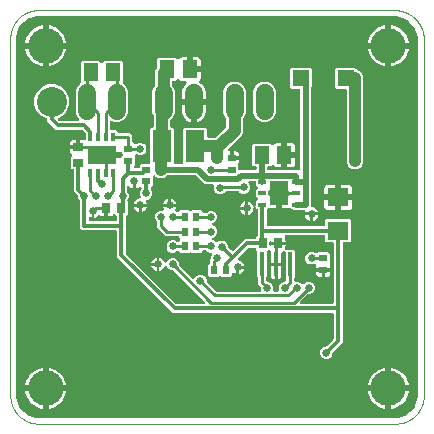
<source format=gbl>
G04 EAGLE Gerber X2 export*
%TF.Part,Single*%
%TF.FileFunction,Other,Bottom layer*%
%TF.FilePolarity,Positive*%
%TF.GenerationSoftware,Autodesk,EAGLE,9.0.0*%
%TF.CreationDate,2018-05-03T06:00:41Z*%
G75*
%MOMM*%
%FSLAX35Y35*%
%LPD*%
%AMOC8*
5,1,8,0,0,1.08239X$1,22.5*%
G01*
%ADD10C,0.000000*%
%ADD11R,1.300000X1.500000*%
%ADD12R,0.900000X0.700000*%
%ADD13R,0.700000X0.900000*%
%ADD14R,1.400000X1.400000*%
%ADD15R,2.400000X1.500000*%
%ADD16R,0.350000X0.650000*%
%ADD17R,1.600000X2.700000*%
%ADD18R,0.700000X0.600000*%
%ADD19C,1.500000*%
%ADD20R,0.400000X2.000000*%
%ADD21R,0.600000X0.700000*%
%ADD22R,1.800000X1.600000*%
%ADD23R,1.600000X2.000000*%
%ADD24R,0.650000X0.350000*%
%ADD25C,2.540000*%
%ADD26C,0.508000*%
%ADD27C,1.016000*%
%ADD28C,3.000000*%
%ADD29C,0.650000*%
%ADD30C,0.250000*%
%ADD31C,0.254000*%
%ADD32C,0.350000*%
%ADD33C,0.300000*%
%ADD34C,0.800000*%
%ADD35C,0.500000*%

G36*
X248748Y50051D02*
X248748Y50051D01*
X249009Y50018D01*
X257682Y50474D01*
X259647Y50048D01*
X260322Y50074D01*
X260732Y50000D01*
X3239268Y50000D01*
X3242398Y50399D01*
X3242555Y50461D01*
X3250990Y50018D01*
X3251388Y50047D01*
X3251646Y50000D01*
X3256605Y50000D01*
X3256797Y50025D01*
X3256929Y50004D01*
X3281112Y50632D01*
X3283651Y51023D01*
X3284020Y51053D01*
X3337009Y65239D01*
X3339930Y66433D01*
X3340303Y66712D01*
X3340582Y66829D01*
X3386594Y96695D01*
X3389003Y98733D01*
X3389272Y99113D01*
X3389501Y99311D01*
X3424032Y141933D01*
X3424698Y143010D01*
X3424996Y143375D01*
X3425206Y143831D01*
X3425693Y144617D01*
X3425830Y145060D01*
X3425988Y145319D01*
X3445658Y196527D01*
X3446268Y199019D01*
X3446382Y199375D01*
X3449892Y225997D01*
X3449897Y227063D01*
X3449999Y227631D01*
X3449999Y3270503D01*
X3449801Y3272059D01*
X3449802Y3272719D01*
X3444862Y3300145D01*
X3444091Y3302594D01*
X3444004Y3302956D01*
X3420258Y3357024D01*
X3418634Y3359730D01*
X3418303Y3360057D01*
X3418145Y3360314D01*
X3378853Y3404398D01*
X3376472Y3406471D01*
X3376056Y3406678D01*
X3375826Y3406875D01*
X3324834Y3436660D01*
X3321930Y3437895D01*
X3321469Y3437964D01*
X3321190Y3438079D01*
X3263491Y3450649D01*
X3260933Y3450874D01*
X3260566Y3450933D01*
X3238291Y3450462D01*
X3238199Y3450448D01*
X3238106Y3450457D01*
X3237785Y3450387D01*
X3235182Y3449999D01*
X3228117Y3449999D01*
X3227339Y3449900D01*
X3226873Y3449937D01*
X3220079Y3449258D01*
X3219387Y3449467D01*
X3216275Y3449989D01*
X3215976Y3449963D01*
X3215777Y3449999D01*
X260732Y3449999D01*
X257601Y3449601D01*
X257445Y3449538D01*
X249011Y3449982D01*
X248613Y3449953D01*
X248354Y3449999D01*
X243393Y3449999D01*
X243201Y3449975D01*
X243069Y3449995D01*
X218888Y3449368D01*
X216348Y3448977D01*
X215980Y3448946D01*
X162991Y3434761D01*
X160070Y3433566D01*
X159697Y3433288D01*
X159418Y3433171D01*
X113406Y3403305D01*
X110997Y3401266D01*
X110728Y3400887D01*
X110499Y3400689D01*
X75968Y3358066D01*
X75072Y3356618D01*
X74939Y3356455D01*
X74845Y3356253D01*
X74307Y3355383D01*
X74169Y3354939D01*
X74012Y3354680D01*
X54342Y3303473D01*
X53732Y3300981D01*
X53618Y3300625D01*
X50108Y3274003D01*
X50103Y3272937D01*
X50000Y3272369D01*
X50000Y227631D01*
X50135Y226574D01*
X50108Y225997D01*
X53618Y199375D01*
X54273Y196892D01*
X54342Y196527D01*
X74012Y145319D01*
X74250Y144878D01*
X74375Y144508D01*
X74778Y143896D01*
X75507Y142540D01*
X75823Y142198D01*
X75968Y141933D01*
X110499Y99311D01*
X112779Y97129D01*
X113185Y96902D01*
X113406Y96695D01*
X159418Y66829D01*
X162261Y65458D01*
X162717Y65368D01*
X162991Y65239D01*
X215980Y51053D01*
X218523Y50708D01*
X218888Y50632D01*
X243072Y50004D01*
X243265Y50024D01*
X243396Y50000D01*
X248353Y50000D01*
X248748Y50051D01*
G37*
%LPC*%
G36*
X2664557Y547499D02*
X2664557Y547499D01*
X2645261Y555492D01*
X2630492Y570261D01*
X2622499Y589557D01*
X2622499Y610443D01*
X2630492Y629739D01*
X2645261Y644508D01*
X2664557Y652500D01*
X2669289Y652500D01*
X2670377Y652639D01*
X2671470Y652692D01*
X2671935Y652837D01*
X2672420Y652899D01*
X2673438Y653305D01*
X2674483Y653631D01*
X2674793Y653846D01*
X2675351Y654068D01*
X2677895Y655935D01*
X2678018Y656085D01*
X2678128Y656161D01*
X2733838Y711872D01*
X2734509Y712739D01*
X2735245Y713550D01*
X2735472Y713982D01*
X2735770Y714368D01*
X2736202Y715373D01*
X2736712Y716344D01*
X2736779Y716717D01*
X2737016Y717268D01*
X2737495Y720387D01*
X2737476Y720580D01*
X2737499Y720711D01*
X2737499Y925000D01*
X2737341Y926248D01*
X2737247Y927499D01*
X2737142Y927808D01*
X2737101Y928131D01*
X2736635Y929298D01*
X2736231Y930487D01*
X2736052Y930759D01*
X2735931Y931062D01*
X2735188Y932075D01*
X2734498Y933125D01*
X2734257Y933344D01*
X2734065Y933606D01*
X2733092Y934400D01*
X2732161Y935245D01*
X2731872Y935397D01*
X2731620Y935602D01*
X2730481Y936127D01*
X2729367Y936712D01*
X2729110Y936758D01*
X2728753Y936923D01*
X2725648Y937483D01*
X2725256Y937453D01*
X2725000Y937499D01*
X1374467Y937499D01*
X902499Y1409467D01*
X902499Y1625000D01*
X902341Y1626248D01*
X902247Y1627499D01*
X902142Y1627808D01*
X902101Y1628131D01*
X901635Y1629298D01*
X901231Y1630487D01*
X901052Y1630759D01*
X900931Y1631062D01*
X900188Y1632075D01*
X899498Y1633125D01*
X899257Y1633344D01*
X899065Y1633606D01*
X898092Y1634400D01*
X897161Y1635245D01*
X896872Y1635397D01*
X896620Y1635602D01*
X895481Y1636127D01*
X894367Y1636712D01*
X894110Y1636758D01*
X893753Y1636923D01*
X890648Y1637483D01*
X890256Y1637453D01*
X890000Y1637499D01*
X609467Y1637499D01*
X587499Y1659467D01*
X587499Y1883076D01*
X587361Y1884164D01*
X587308Y1885257D01*
X587163Y1885722D01*
X587101Y1886207D01*
X586695Y1887225D01*
X586369Y1888270D01*
X586154Y1888580D01*
X585931Y1889138D01*
X584065Y1891682D01*
X583915Y1891805D01*
X583838Y1891914D01*
X580492Y1895261D01*
X572499Y1914557D01*
X572499Y1922825D01*
X572361Y1923913D01*
X572308Y1925006D01*
X572163Y1925471D01*
X572101Y1925956D01*
X571695Y1926974D01*
X571369Y1928019D01*
X571154Y1928329D01*
X570931Y1928887D01*
X569065Y1931431D01*
X568915Y1931554D01*
X568838Y1931663D01*
X539999Y1960502D01*
X539999Y2142500D01*
X539841Y2143748D01*
X539747Y2144999D01*
X539642Y2145308D01*
X539601Y2145631D01*
X539135Y2146798D01*
X538731Y2147987D01*
X538552Y2148259D01*
X538431Y2148562D01*
X537688Y2149575D01*
X536998Y2150625D01*
X536757Y2150844D01*
X536565Y2151106D01*
X535592Y2151900D01*
X534661Y2152745D01*
X534372Y2152897D01*
X534120Y2153102D01*
X532981Y2153627D01*
X531867Y2154212D01*
X531610Y2154258D01*
X531253Y2154423D01*
X528148Y2154983D01*
X527756Y2154953D01*
X527500Y2154999D01*
X521715Y2154999D01*
X509999Y2166715D01*
X509999Y2253284D01*
X519994Y2263278D01*
X520798Y2264317D01*
X521642Y2265315D01*
X521759Y2265559D01*
X521926Y2265774D01*
X522442Y2266977D01*
X523011Y2268158D01*
X523064Y2268425D01*
X523171Y2268673D01*
X523370Y2269969D01*
X523625Y2271253D01*
X523609Y2271523D01*
X523651Y2271793D01*
X523519Y2273098D01*
X523444Y2274404D01*
X523361Y2274663D01*
X523333Y2274933D01*
X522880Y2276161D01*
X522479Y2277409D01*
X522334Y2277638D01*
X522240Y2277893D01*
X521491Y2278971D01*
X520793Y2280077D01*
X520626Y2280217D01*
X520440Y2280485D01*
X518048Y2282544D01*
X517634Y2282748D01*
X517405Y2282942D01*
X514404Y2284674D01*
X509674Y2289404D01*
X506330Y2295196D01*
X504599Y2301655D01*
X504599Y2322500D01*
X569998Y2322500D01*
X571245Y2322659D01*
X572497Y2322753D01*
X572805Y2322857D01*
X573128Y2322898D01*
X574296Y2323364D01*
X575485Y2323769D01*
X575757Y2323947D01*
X576059Y2324068D01*
X577073Y2324812D01*
X578123Y2325501D01*
X578342Y2325742D01*
X578604Y2325935D01*
X579398Y2326907D01*
X580243Y2327839D01*
X580394Y2328128D01*
X580600Y2328379D01*
X581125Y2329518D01*
X581710Y2330633D01*
X581756Y2330889D01*
X581920Y2331246D01*
X582188Y2332732D01*
X582499Y2332755D01*
X582808Y2332860D01*
X583131Y2332901D01*
X584298Y2333367D01*
X585487Y2333771D01*
X585759Y2333950D01*
X586062Y2334071D01*
X587075Y2334814D01*
X588125Y2335503D01*
X588344Y2335745D01*
X588606Y2335937D01*
X589400Y2336910D01*
X590245Y2337841D01*
X590397Y2338130D01*
X590602Y2338382D01*
X591127Y2339521D01*
X591712Y2340635D01*
X591758Y2340892D01*
X591923Y2341248D01*
X592483Y2344354D01*
X592453Y2344746D01*
X592499Y2345002D01*
X592499Y2400400D01*
X623344Y2400400D01*
X624264Y2400154D01*
X625560Y2399977D01*
X626852Y2399744D01*
X627123Y2399765D01*
X627391Y2399728D01*
X628693Y2399882D01*
X629999Y2399980D01*
X630256Y2400067D01*
X630525Y2400099D01*
X631746Y2400574D01*
X632987Y2400996D01*
X633214Y2401145D01*
X633466Y2401243D01*
X634529Y2402009D01*
X635625Y2402728D01*
X635807Y2402929D01*
X636027Y2403088D01*
X636866Y2404097D01*
X637745Y2405066D01*
X637871Y2405306D01*
X638044Y2405515D01*
X638603Y2406701D01*
X639212Y2407860D01*
X639251Y2408075D01*
X639389Y2408370D01*
X639977Y2411470D01*
X639965Y2411639D01*
X639983Y2411734D01*
X639961Y2412016D01*
X639999Y2412227D01*
X639999Y2451789D01*
X639861Y2452877D01*
X639808Y2453970D01*
X639663Y2454435D01*
X639601Y2454920D01*
X639195Y2455938D01*
X638869Y2456983D01*
X638654Y2457293D01*
X638431Y2457851D01*
X636565Y2460395D01*
X636415Y2460518D01*
X636338Y2460628D01*
X613128Y2483838D01*
X612261Y2484509D01*
X611450Y2485245D01*
X611018Y2485472D01*
X610632Y2485770D01*
X609627Y2486202D01*
X608656Y2486712D01*
X608283Y2486779D01*
X607732Y2487016D01*
X604613Y2487495D01*
X604420Y2487476D01*
X604289Y2487499D01*
X384467Y2487499D01*
X312499Y2559467D01*
X312499Y2573069D01*
X312451Y2573453D01*
X312476Y2573841D01*
X312252Y2575016D01*
X312101Y2576200D01*
X311957Y2576559D01*
X311885Y2576941D01*
X311374Y2578021D01*
X310931Y2579131D01*
X310702Y2579443D01*
X310536Y2579794D01*
X309773Y2580711D01*
X309065Y2581675D01*
X308764Y2581921D01*
X308516Y2582218D01*
X307969Y2582570D01*
X306620Y2583671D01*
X305331Y2584265D01*
X304783Y2584617D01*
X266731Y2600379D01*
X225379Y2641731D01*
X202999Y2695759D01*
X202999Y2754240D01*
X225379Y2808269D01*
X266731Y2849621D01*
X320759Y2872000D01*
X379240Y2872000D01*
X433269Y2849621D01*
X474621Y2808269D01*
X497000Y2754240D01*
X497000Y2695759D01*
X474621Y2641731D01*
X433269Y2600379D01*
X411226Y2591248D01*
X410749Y2590976D01*
X410233Y2590785D01*
X409384Y2590196D01*
X408486Y2589683D01*
X408093Y2589299D01*
X407641Y2588985D01*
X406966Y2588201D01*
X406226Y2587480D01*
X405941Y2587010D01*
X405582Y2586593D01*
X405125Y2585665D01*
X404589Y2584782D01*
X404431Y2584255D01*
X404188Y2583762D01*
X403979Y2582750D01*
X403681Y2581759D01*
X403659Y2581209D01*
X403548Y2580671D01*
X403598Y2579639D01*
X403558Y2578606D01*
X403675Y2578069D01*
X403702Y2577519D01*
X404009Y2576533D01*
X404229Y2575522D01*
X404477Y2575032D01*
X404640Y2574506D01*
X405012Y2573971D01*
X405651Y2572705D01*
X406800Y2571397D01*
X407171Y2570862D01*
X411873Y2566161D01*
X412739Y2565490D01*
X413550Y2564755D01*
X413982Y2564528D01*
X414368Y2564229D01*
X415374Y2563797D01*
X416344Y2563288D01*
X416716Y2563221D01*
X417268Y2562984D01*
X420387Y2562504D01*
X420580Y2562524D01*
X420711Y2562500D01*
X570973Y2562500D01*
X572373Y2562679D01*
X573788Y2562822D01*
X573942Y2562878D01*
X574103Y2562899D01*
X575417Y2563423D01*
X576749Y2563915D01*
X576883Y2564008D01*
X577034Y2564068D01*
X578181Y2564909D01*
X579341Y2565715D01*
X579447Y2565838D01*
X579579Y2565935D01*
X580477Y2567035D01*
X581400Y2568107D01*
X581472Y2568254D01*
X581575Y2568380D01*
X582166Y2569664D01*
X582794Y2570938D01*
X582827Y2571098D01*
X582895Y2571246D01*
X583146Y2572639D01*
X583434Y2574029D01*
X583426Y2574192D01*
X583455Y2574352D01*
X583349Y2575765D01*
X583280Y2577181D01*
X583232Y2577336D01*
X583219Y2577499D01*
X582763Y2578842D01*
X582342Y2580194D01*
X582265Y2580303D01*
X582203Y2580487D01*
X580471Y2583125D01*
X580027Y2583528D01*
X579811Y2583838D01*
X567462Y2596187D01*
X552999Y2631103D01*
X552999Y2818897D01*
X567462Y2853813D01*
X591344Y2877694D01*
X592072Y2878635D01*
X592745Y2879377D01*
X592892Y2879656D01*
X593137Y2879959D01*
X593193Y2880083D01*
X593276Y2880190D01*
X593743Y2881279D01*
X594212Y2882171D01*
X594257Y2882420D01*
X594444Y2882831D01*
X594468Y2882965D01*
X594521Y2883089D01*
X594740Y2884516D01*
X594991Y2885939D01*
X594980Y2886074D01*
X595001Y2886209D01*
X594979Y2886424D01*
X594999Y2886538D01*
X594999Y3058284D01*
X606715Y3070000D01*
X753284Y3070000D01*
X766161Y3057123D01*
X767154Y3056354D01*
X768107Y3055534D01*
X768399Y3055390D01*
X768657Y3055191D01*
X769810Y3054696D01*
X770938Y3054140D01*
X771258Y3054074D01*
X771556Y3053946D01*
X772798Y3053755D01*
X774028Y3053500D01*
X774353Y3053516D01*
X774676Y3053466D01*
X775929Y3053593D01*
X777181Y3053654D01*
X777491Y3053751D01*
X777815Y3053783D01*
X778995Y3054219D01*
X780194Y3054593D01*
X780407Y3054741D01*
X780776Y3054877D01*
X783368Y3056677D01*
X783625Y3056975D01*
X783838Y3057123D01*
X796715Y3070000D01*
X943284Y3070000D01*
X955000Y3058284D01*
X955000Y2886538D01*
X955130Y2885521D01*
X955187Y2884352D01*
X955227Y2884223D01*
X955237Y2884087D01*
X955358Y2883724D01*
X955399Y2883407D01*
X955774Y2882468D01*
X956125Y2881339D01*
X956189Y2881247D01*
X956240Y2881095D01*
X956451Y2880771D01*
X956568Y2880476D01*
X957222Y2879586D01*
X957961Y2878449D01*
X958248Y2878187D01*
X958435Y2877932D01*
X958565Y2877826D01*
X958656Y2877694D01*
X982538Y2853813D01*
X997000Y2818897D01*
X997000Y2631103D01*
X982538Y2596187D01*
X955813Y2569462D01*
X920897Y2554999D01*
X883103Y2554999D01*
X857283Y2565694D01*
X856753Y2565839D01*
X856253Y2566069D01*
X855235Y2566253D01*
X854238Y2566524D01*
X853688Y2566532D01*
X853148Y2566629D01*
X852117Y2566552D01*
X851083Y2566565D01*
X850548Y2566434D01*
X850000Y2566393D01*
X849022Y2566061D01*
X848018Y2565815D01*
X847533Y2565554D01*
X847013Y2565377D01*
X846149Y2564810D01*
X845238Y2564320D01*
X844835Y2563947D01*
X844375Y2563645D01*
X843679Y2562878D01*
X842921Y2562177D01*
X842624Y2561715D01*
X842255Y2561307D01*
X841773Y2560390D01*
X841215Y2559522D01*
X841044Y2559000D01*
X840788Y2558513D01*
X840672Y2557873D01*
X840228Y2556524D01*
X840116Y2554786D01*
X840000Y2554147D01*
X840000Y2495000D01*
X840159Y2493752D01*
X840253Y2492500D01*
X840358Y2492192D01*
X840399Y2491869D01*
X840865Y2490702D01*
X841269Y2489513D01*
X841448Y2489241D01*
X841568Y2488938D01*
X842312Y2487924D01*
X843001Y2486875D01*
X843243Y2486656D01*
X843435Y2486393D01*
X844408Y2485599D01*
X845339Y2484755D01*
X845628Y2484603D01*
X845880Y2484398D01*
X847019Y2483873D01*
X848133Y2483288D01*
X848389Y2483242D01*
X848746Y2483077D01*
X851852Y2482517D01*
X852243Y2482547D01*
X852500Y2482500D01*
X898284Y2482500D01*
X911268Y2469517D01*
X911269Y2469513D01*
X911448Y2469241D01*
X911568Y2468938D01*
X912312Y2467924D01*
X913001Y2466875D01*
X913243Y2466656D01*
X913435Y2466393D01*
X914408Y2465599D01*
X915339Y2464755D01*
X915628Y2464603D01*
X915880Y2464398D01*
X917019Y2463873D01*
X918133Y2463288D01*
X918389Y2463242D01*
X918746Y2463077D01*
X921852Y2462517D01*
X922243Y2462547D01*
X922500Y2462500D01*
X1013462Y2462500D01*
X1032500Y2443462D01*
X1032500Y2387500D01*
X1032659Y2386252D01*
X1032753Y2385000D01*
X1032858Y2384692D01*
X1032899Y2384369D01*
X1033365Y2383202D01*
X1033769Y2382013D01*
X1033948Y2381741D01*
X1034068Y2381438D01*
X1034812Y2380424D01*
X1035501Y2379375D01*
X1035743Y2379156D01*
X1035935Y2378893D01*
X1036908Y2378099D01*
X1037839Y2377255D01*
X1038128Y2377103D01*
X1038380Y2376898D01*
X1039519Y2376373D01*
X1040633Y2375788D01*
X1040889Y2375742D01*
X1041246Y2375577D01*
X1043029Y2375256D01*
X1050681Y2367604D01*
X1051675Y2366834D01*
X1052627Y2366015D01*
X1052919Y2365871D01*
X1053176Y2365672D01*
X1054330Y2365177D01*
X1055458Y2364621D01*
X1055777Y2364555D01*
X1056076Y2364427D01*
X1057318Y2364236D01*
X1058548Y2363981D01*
X1058873Y2363997D01*
X1059195Y2363947D01*
X1060448Y2364074D01*
X1061701Y2364135D01*
X1062011Y2364232D01*
X1062335Y2364264D01*
X1063517Y2364701D01*
X1064713Y2365074D01*
X1064926Y2365222D01*
X1065295Y2365358D01*
X1067888Y2367158D01*
X1068144Y2367456D01*
X1068358Y2367604D01*
X1070261Y2369508D01*
X1089557Y2377500D01*
X1110443Y2377500D01*
X1129739Y2369508D01*
X1144508Y2354739D01*
X1152500Y2335443D01*
X1152500Y2314557D01*
X1144508Y2295261D01*
X1129739Y2280492D01*
X1110443Y2272499D01*
X1089557Y2272499D01*
X1072283Y2279655D01*
X1071753Y2279799D01*
X1071253Y2280029D01*
X1070236Y2280213D01*
X1069238Y2280485D01*
X1068688Y2280492D01*
X1068148Y2280589D01*
X1067117Y2280512D01*
X1066083Y2280526D01*
X1065548Y2280395D01*
X1065000Y2280354D01*
X1064022Y2280021D01*
X1063018Y2279775D01*
X1062533Y2279514D01*
X1062013Y2279338D01*
X1061149Y2278771D01*
X1060238Y2278281D01*
X1059834Y2277907D01*
X1059375Y2277605D01*
X1058681Y2276840D01*
X1057921Y2276138D01*
X1057624Y2275674D01*
X1057255Y2275268D01*
X1056774Y2274353D01*
X1056215Y2273483D01*
X1056043Y2272961D01*
X1055788Y2272473D01*
X1055672Y2271832D01*
X1055229Y2270485D01*
X1055116Y2268748D01*
X1055000Y2268107D01*
X1055000Y2186715D01*
X1049623Y2181338D01*
X1048756Y2180218D01*
X1047859Y2179120D01*
X1047791Y2178972D01*
X1047691Y2178843D01*
X1047131Y2177538D01*
X1046539Y2176253D01*
X1046510Y2176093D01*
X1046446Y2175943D01*
X1046230Y2174540D01*
X1045979Y2173148D01*
X1045991Y2172986D01*
X1045966Y2172824D01*
X1046109Y2171408D01*
X1046214Y2170000D01*
X1046267Y2169847D01*
X1046283Y2169684D01*
X1046774Y2168354D01*
X1047231Y2167013D01*
X1047320Y2166877D01*
X1047377Y2166724D01*
X1048183Y2165563D01*
X1048963Y2164375D01*
X1049084Y2164265D01*
X1049177Y2164132D01*
X1050246Y2163211D01*
X1051301Y2162255D01*
X1051446Y2162179D01*
X1051568Y2162073D01*
X1052834Y2161450D01*
X1054095Y2160788D01*
X1054227Y2160764D01*
X1054400Y2160679D01*
X1057490Y2160038D01*
X1058089Y2160068D01*
X1058461Y2160000D01*
X1082500Y2160000D01*
X1083748Y2160159D01*
X1084999Y2160253D01*
X1085308Y2160358D01*
X1085631Y2160399D01*
X1086798Y2160865D01*
X1087987Y2161269D01*
X1088259Y2161448D01*
X1088562Y2161568D01*
X1089575Y2162312D01*
X1090625Y2163001D01*
X1090844Y2163243D01*
X1091106Y2163435D01*
X1091900Y2164408D01*
X1092745Y2165339D01*
X1092897Y2165628D01*
X1093102Y2165880D01*
X1093627Y2167019D01*
X1094212Y2168133D01*
X1094258Y2168389D01*
X1094423Y2168746D01*
X1094983Y2171852D01*
X1094953Y2172243D01*
X1094999Y2172500D01*
X1094999Y2188284D01*
X1106715Y2200000D01*
X1172500Y2200000D01*
X1173748Y2200159D01*
X1174999Y2200253D01*
X1175308Y2200358D01*
X1175631Y2200399D01*
X1176798Y2200865D01*
X1177987Y2201269D01*
X1178259Y2201448D01*
X1178562Y2201568D01*
X1179575Y2202312D01*
X1180625Y2203001D01*
X1180844Y2203243D01*
X1181106Y2203435D01*
X1181900Y2204408D01*
X1182745Y2205339D01*
X1182897Y2205628D01*
X1183102Y2205880D01*
X1183627Y2207019D01*
X1184212Y2208133D01*
X1184258Y2208389D01*
X1184423Y2208746D01*
X1184983Y2211852D01*
X1184953Y2212243D01*
X1184999Y2212500D01*
X1184999Y2493284D01*
X1196715Y2505000D01*
X1201700Y2505000D01*
X1202948Y2505159D01*
X1204199Y2505253D01*
X1204508Y2505358D01*
X1204831Y2505399D01*
X1205998Y2505865D01*
X1207187Y2506269D01*
X1207459Y2506448D01*
X1207762Y2506568D01*
X1208775Y2507312D01*
X1209825Y2508001D01*
X1210044Y2508243D01*
X1210306Y2508435D01*
X1211100Y2509408D01*
X1211945Y2510339D01*
X1212097Y2510628D01*
X1212302Y2510880D01*
X1212827Y2512019D01*
X1213412Y2513133D01*
X1213458Y2513389D01*
X1213623Y2513746D01*
X1214183Y2516852D01*
X1214153Y2517243D01*
X1214199Y2517500D01*
X1214199Y2601578D01*
X1214171Y2601802D01*
X1214191Y2602026D01*
X1214073Y2602567D01*
X1213801Y2604708D01*
X1213376Y2605774D01*
X1213248Y2606361D01*
X1202999Y2631103D01*
X1202999Y2818897D01*
X1217463Y2853813D01*
X1223538Y2859889D01*
X1224208Y2860754D01*
X1224945Y2861567D01*
X1225172Y2861999D01*
X1225470Y2862384D01*
X1225903Y2863391D01*
X1226412Y2864361D01*
X1226479Y2864733D01*
X1226716Y2865284D01*
X1227195Y2868403D01*
X1227176Y2868597D01*
X1227199Y2868728D01*
X1227199Y2982083D01*
X1237978Y3008105D01*
X1241338Y3011465D01*
X1242010Y3012332D01*
X1242745Y3013143D01*
X1242971Y3013574D01*
X1243270Y3013960D01*
X1243703Y3014968D01*
X1244212Y3015937D01*
X1244279Y3016309D01*
X1244516Y3016860D01*
X1244995Y3019979D01*
X1244976Y3020173D01*
X1244999Y3020304D01*
X1244999Y3083284D01*
X1256715Y3095000D01*
X1403284Y3095000D01*
X1413278Y3085006D01*
X1414317Y3084202D01*
X1415315Y3083358D01*
X1415559Y3083241D01*
X1415774Y3083074D01*
X1416977Y3082558D01*
X1418158Y3081988D01*
X1418425Y3081936D01*
X1418673Y3081829D01*
X1419969Y3081629D01*
X1421253Y3081375D01*
X1421523Y3081391D01*
X1421793Y3081349D01*
X1423098Y3081481D01*
X1424404Y3081556D01*
X1424663Y3081639D01*
X1424933Y3081666D01*
X1426161Y3082120D01*
X1427409Y3082521D01*
X1427638Y3082666D01*
X1427893Y3082760D01*
X1428971Y3083508D01*
X1430077Y3084207D01*
X1430217Y3084373D01*
X1430485Y3084560D01*
X1432544Y3086952D01*
X1432748Y3087366D01*
X1432942Y3087595D01*
X1434674Y3090596D01*
X1439404Y3095326D01*
X1445196Y3098669D01*
X1451655Y3100400D01*
X1495001Y3100400D01*
X1495001Y3012501D01*
X1495160Y3011253D01*
X1495253Y3010002D01*
X1495358Y3009693D01*
X1495399Y3009370D01*
X1495865Y3008203D01*
X1496270Y3007014D01*
X1496448Y3006742D01*
X1496569Y3006439D01*
X1497313Y3005426D01*
X1498002Y3004376D01*
X1498243Y3004157D01*
X1498436Y3003895D01*
X1499408Y3003101D01*
X1500340Y3002256D01*
X1500629Y3002104D01*
X1500880Y3001899D01*
X1502019Y3001374D01*
X1503134Y3000789D01*
X1503390Y3000743D01*
X1503747Y3000578D01*
X1506853Y3000018D01*
X1507244Y3000048D01*
X1507500Y3000002D01*
X1520002Y3000002D01*
X1520002Y2987500D01*
X1520160Y2986253D01*
X1520254Y2985001D01*
X1520359Y2984693D01*
X1520400Y2984370D01*
X1520866Y2983202D01*
X1521270Y2982013D01*
X1521449Y2981742D01*
X1521570Y2981439D01*
X1522313Y2980425D01*
X1523003Y2979375D01*
X1523244Y2979157D01*
X1523436Y2978894D01*
X1524409Y2978100D01*
X1525340Y2977255D01*
X1525629Y2977104D01*
X1525881Y2976898D01*
X1527020Y2976373D01*
X1528134Y2975788D01*
X1528391Y2975742D01*
X1528748Y2975578D01*
X1531853Y2975018D01*
X1532245Y2975047D01*
X1532501Y2975001D01*
X1610400Y2975001D01*
X1610400Y2921655D01*
X1608669Y2915196D01*
X1605326Y2909404D01*
X1601663Y2905741D01*
X1601626Y2905694D01*
X1601578Y2905657D01*
X1600658Y2904444D01*
X1599730Y2903246D01*
X1599707Y2903191D01*
X1599670Y2903143D01*
X1599089Y2901753D01*
X1598485Y2900346D01*
X1598476Y2900286D01*
X1598453Y2900231D01*
X1598238Y2898737D01*
X1598005Y2897227D01*
X1598011Y2897167D01*
X1598003Y2897108D01*
X1598169Y2895605D01*
X1598323Y2894087D01*
X1598343Y2894030D01*
X1598350Y2893971D01*
X1598888Y2892555D01*
X1599416Y2891127D01*
X1599450Y2891077D01*
X1599472Y2891021D01*
X1600348Y2889783D01*
X1601216Y2888534D01*
X1601262Y2888495D01*
X1601296Y2888446D01*
X1601483Y2888304D01*
X1603608Y2886476D01*
X1604166Y2886201D01*
X1617407Y2876581D01*
X1628581Y2865407D01*
X1637870Y2852621D01*
X1645045Y2838539D01*
X1649928Y2823512D01*
X1652400Y2807901D01*
X1652400Y2749999D01*
X1564501Y2749999D01*
X1563254Y2749840D01*
X1562002Y2749746D01*
X1561694Y2749642D01*
X1561371Y2749600D01*
X1560203Y2749134D01*
X1559014Y2748730D01*
X1558743Y2748552D01*
X1558440Y2748431D01*
X1557426Y2747687D01*
X1556376Y2746998D01*
X1556158Y2746757D01*
X1555895Y2746564D01*
X1555101Y2745592D01*
X1554256Y2744660D01*
X1554105Y2744371D01*
X1553899Y2744119D01*
X1553374Y2742980D01*
X1552789Y2741866D01*
X1552743Y2741610D01*
X1552579Y2741253D01*
X1552019Y2738147D01*
X1552026Y2738053D01*
X1552019Y2738014D01*
X1552041Y2737716D01*
X1552002Y2737499D01*
X1552002Y2724998D01*
X1551998Y2724998D01*
X1551998Y2737499D01*
X1551839Y2738747D01*
X1551745Y2739999D01*
X1551641Y2740307D01*
X1551599Y2740630D01*
X1551133Y2741798D01*
X1550729Y2742986D01*
X1550551Y2743258D01*
X1550430Y2743561D01*
X1549686Y2744575D01*
X1548997Y2745624D01*
X1548756Y2745843D01*
X1548563Y2746106D01*
X1547591Y2746900D01*
X1546659Y2747744D01*
X1546370Y2747896D01*
X1546118Y2748102D01*
X1544979Y2748626D01*
X1543865Y2749211D01*
X1543609Y2749258D01*
X1543252Y2749422D01*
X1540146Y2749982D01*
X1539755Y2749953D01*
X1539498Y2749999D01*
X1451599Y2749999D01*
X1451599Y2807901D01*
X1454072Y2823512D01*
X1458955Y2838539D01*
X1466129Y2852621D01*
X1475419Y2865407D01*
X1486594Y2876581D01*
X1487152Y2876987D01*
X1487750Y2877548D01*
X1488413Y2878035D01*
X1488896Y2878626D01*
X1489451Y2879148D01*
X1489890Y2879844D01*
X1490409Y2880480D01*
X1490728Y2881173D01*
X1491135Y2881818D01*
X1491385Y2882600D01*
X1491729Y2883347D01*
X1491865Y2884097D01*
X1492097Y2884823D01*
X1492144Y2885644D01*
X1492289Y2886452D01*
X1492233Y2887212D01*
X1492276Y2887974D01*
X1492115Y2888780D01*
X1492054Y2889599D01*
X1491808Y2890320D01*
X1491659Y2891069D01*
X1491302Y2891809D01*
X1491038Y2892587D01*
X1490619Y2893224D01*
X1490288Y2893911D01*
X1489757Y2894538D01*
X1489305Y2895225D01*
X1488740Y2895738D01*
X1488248Y2896319D01*
X1487577Y2896793D01*
X1486968Y2897345D01*
X1486291Y2897700D01*
X1485669Y2898139D01*
X1484902Y2898429D01*
X1484173Y2898812D01*
X1483633Y2898909D01*
X1482718Y2899256D01*
X1480183Y2899532D01*
X1479807Y2899599D01*
X1451655Y2899599D01*
X1445196Y2901330D01*
X1439404Y2904674D01*
X1434674Y2909404D01*
X1432942Y2912405D01*
X1432149Y2913448D01*
X1431401Y2914524D01*
X1431196Y2914701D01*
X1431031Y2914917D01*
X1430002Y2915728D01*
X1429009Y2916583D01*
X1428766Y2916703D01*
X1428553Y2916870D01*
X1427353Y2917398D01*
X1426178Y2917977D01*
X1425913Y2918032D01*
X1425664Y2918141D01*
X1424369Y2918351D01*
X1423088Y2918617D01*
X1422817Y2918604D01*
X1422549Y2918647D01*
X1421244Y2918527D01*
X1419936Y2918463D01*
X1419677Y2918382D01*
X1419407Y2918357D01*
X1418174Y2917914D01*
X1416923Y2917524D01*
X1416743Y2917400D01*
X1416437Y2917289D01*
X1413829Y2915512D01*
X1413526Y2915165D01*
X1413278Y2914994D01*
X1403284Y2904999D01*
X1381300Y2904999D01*
X1380052Y2904841D01*
X1378800Y2904747D01*
X1378492Y2904642D01*
X1378169Y2904601D01*
X1377002Y2904135D01*
X1375813Y2903731D01*
X1375541Y2903552D01*
X1375238Y2903431D01*
X1374224Y2902688D01*
X1373175Y2901998D01*
X1372956Y2901757D01*
X1372693Y2901565D01*
X1371899Y2900592D01*
X1371055Y2899661D01*
X1370903Y2899372D01*
X1370698Y2899120D01*
X1370173Y2897981D01*
X1369588Y2896867D01*
X1369542Y2896610D01*
X1369377Y2896253D01*
X1368817Y2893148D01*
X1368847Y2892756D01*
X1368800Y2892500D01*
X1368800Y2868728D01*
X1368939Y2867640D01*
X1368992Y2866546D01*
X1369137Y2866081D01*
X1369199Y2865597D01*
X1369605Y2864580D01*
X1369931Y2863533D01*
X1370146Y2863223D01*
X1370368Y2862666D01*
X1372235Y2860121D01*
X1372386Y2859998D01*
X1372462Y2859889D01*
X1378537Y2853813D01*
X1393000Y2818897D01*
X1393000Y2631103D01*
X1378538Y2596187D01*
X1359461Y2577111D01*
X1358790Y2576244D01*
X1358055Y2575433D01*
X1357828Y2575001D01*
X1357529Y2574615D01*
X1357097Y2573609D01*
X1356588Y2572639D01*
X1356521Y2572267D01*
X1356284Y2571716D01*
X1355804Y2568596D01*
X1355824Y2568403D01*
X1355800Y2568272D01*
X1355800Y2517500D01*
X1355959Y2516252D01*
X1356053Y2515000D01*
X1356158Y2514692D01*
X1356199Y2514369D01*
X1356665Y2513202D01*
X1357069Y2512013D01*
X1357248Y2511741D01*
X1357368Y2511438D01*
X1358112Y2510424D01*
X1358801Y2509375D01*
X1359043Y2509156D01*
X1359235Y2508893D01*
X1360208Y2508099D01*
X1361139Y2507255D01*
X1361428Y2507103D01*
X1361680Y2506898D01*
X1362819Y2506373D01*
X1363933Y2505788D01*
X1364189Y2505742D01*
X1364546Y2505577D01*
X1367652Y2505017D01*
X1368043Y2505047D01*
X1368300Y2505000D01*
X1373284Y2505000D01*
X1385000Y2493284D01*
X1385000Y2207900D01*
X1385159Y2206652D01*
X1385253Y2205400D01*
X1385358Y2205092D01*
X1385399Y2204769D01*
X1385865Y2203602D01*
X1386269Y2202413D01*
X1386448Y2202141D01*
X1386568Y2201838D01*
X1387312Y2200824D01*
X1388001Y2199775D01*
X1388243Y2199556D01*
X1388435Y2199293D01*
X1389408Y2198499D01*
X1390339Y2197655D01*
X1390628Y2197503D01*
X1390880Y2197298D01*
X1392019Y2196773D01*
X1393133Y2196188D01*
X1393389Y2196142D01*
X1393746Y2195977D01*
X1396852Y2195417D01*
X1397243Y2195447D01*
X1397500Y2195400D01*
X1452500Y2195400D01*
X1453748Y2195559D01*
X1454999Y2195653D01*
X1455308Y2195758D01*
X1455631Y2195799D01*
X1456798Y2196265D01*
X1457987Y2196669D01*
X1458259Y2196848D01*
X1458562Y2196968D01*
X1459575Y2197712D01*
X1460625Y2198401D01*
X1460844Y2198643D01*
X1461106Y2198835D01*
X1461900Y2199808D01*
X1462745Y2200739D01*
X1462897Y2201028D01*
X1463102Y2201280D01*
X1463627Y2202419D01*
X1464212Y2203533D01*
X1464258Y2203789D01*
X1464423Y2204146D01*
X1464983Y2207252D01*
X1464953Y2207643D01*
X1464999Y2207900D01*
X1464999Y2493284D01*
X1476715Y2505000D01*
X1653284Y2505000D01*
X1665000Y2493284D01*
X1665000Y2433300D01*
X1665159Y2432052D01*
X1665253Y2430800D01*
X1665358Y2430492D01*
X1665399Y2430169D01*
X1665865Y2429002D01*
X1666269Y2427813D01*
X1666448Y2427541D01*
X1666568Y2427238D01*
X1667312Y2426224D01*
X1668001Y2425175D01*
X1668243Y2424956D01*
X1668435Y2424693D01*
X1669408Y2423899D01*
X1670339Y2423055D01*
X1670628Y2422903D01*
X1670880Y2422698D01*
X1672019Y2422173D01*
X1673133Y2421588D01*
X1673389Y2421542D01*
X1673746Y2421377D01*
X1676852Y2420817D01*
X1677243Y2420847D01*
X1677500Y2420800D01*
X1734696Y2420800D01*
X1735783Y2420939D01*
X1736877Y2420992D01*
X1737342Y2421137D01*
X1737826Y2421199D01*
X1738844Y2421605D01*
X1739890Y2421931D01*
X1740200Y2422146D01*
X1740757Y2422368D01*
X1743302Y2424235D01*
X1743424Y2424385D01*
X1743534Y2424461D01*
X1823538Y2504466D01*
X1824209Y2505332D01*
X1824945Y2506143D01*
X1825172Y2506575D01*
X1825470Y2506961D01*
X1825902Y2507967D01*
X1826412Y2508938D01*
X1826479Y2509310D01*
X1826716Y2509861D01*
X1827195Y2512980D01*
X1827176Y2513173D01*
X1827199Y2513304D01*
X1827199Y2581272D01*
X1827061Y2582360D01*
X1827008Y2583453D01*
X1826863Y2583918D01*
X1826801Y2584403D01*
X1826395Y2585421D01*
X1826069Y2586466D01*
X1825854Y2586776D01*
X1825631Y2587333D01*
X1823765Y2589878D01*
X1823615Y2590001D01*
X1823538Y2590110D01*
X1817462Y2596187D01*
X1802999Y2631103D01*
X1802999Y2818897D01*
X1817462Y2853813D01*
X1844187Y2880538D01*
X1879103Y2895000D01*
X1916897Y2895000D01*
X1951813Y2880538D01*
X1978538Y2853813D01*
X1993000Y2818897D01*
X1993000Y2631103D01*
X1978538Y2596187D01*
X1972461Y2590110D01*
X1971790Y2589244D01*
X1971055Y2588433D01*
X1970828Y2588001D01*
X1970529Y2587615D01*
X1970098Y2586609D01*
X1969588Y2585638D01*
X1969521Y2585266D01*
X1969284Y2584715D01*
X1968804Y2581596D01*
X1968824Y2581403D01*
X1968800Y2581272D01*
X1968800Y2464716D01*
X1958022Y2438695D01*
X1846065Y2326738D01*
X1845195Y2325614D01*
X1844301Y2324520D01*
X1844233Y2324372D01*
X1844133Y2324243D01*
X1843574Y2322940D01*
X1842981Y2321653D01*
X1842952Y2321492D01*
X1842888Y2321343D01*
X1842672Y2319942D01*
X1842421Y2318548D01*
X1842433Y2318386D01*
X1842408Y2318224D01*
X1842551Y2316807D01*
X1842657Y2315400D01*
X1842709Y2315247D01*
X1842725Y2315084D01*
X1843218Y2313750D01*
X1843673Y2312413D01*
X1843762Y2312277D01*
X1843819Y2312123D01*
X1844628Y2310958D01*
X1845405Y2309775D01*
X1845526Y2309665D01*
X1845619Y2309531D01*
X1846695Y2308605D01*
X1847743Y2307655D01*
X1847887Y2307579D01*
X1848011Y2307473D01*
X1849284Y2306846D01*
X1850537Y2306188D01*
X1850668Y2306164D01*
X1850842Y2306078D01*
X1853932Y2305438D01*
X1854531Y2305468D01*
X1854903Y2305400D01*
X1860000Y2305400D01*
X1860000Y2252502D01*
X1860159Y2251254D01*
X1860253Y2250003D01*
X1860357Y2249694D01*
X1860398Y2249371D01*
X1860864Y2248204D01*
X1861269Y2247015D01*
X1861447Y2246743D01*
X1861568Y2246440D01*
X1862312Y2245427D01*
X1863001Y2244377D01*
X1863242Y2244158D01*
X1863435Y2243896D01*
X1864407Y2243102D01*
X1865339Y2242257D01*
X1865628Y2242105D01*
X1865879Y2241900D01*
X1866500Y2241614D01*
X1866571Y2241438D01*
X1867314Y2240424D01*
X1868003Y2239374D01*
X1868245Y2239156D01*
X1868437Y2238893D01*
X1869410Y2238099D01*
X1870341Y2237254D01*
X1870630Y2237103D01*
X1870882Y2236897D01*
X1872021Y2236373D01*
X1873135Y2235788D01*
X1873392Y2235741D01*
X1873748Y2235577D01*
X1876854Y2235017D01*
X1877246Y2235046D01*
X1877502Y2235000D01*
X1935400Y2235000D01*
X1935400Y2216655D01*
X1933669Y2210196D01*
X1929976Y2203799D01*
X1929352Y2203074D01*
X1929209Y2202783D01*
X1929011Y2202528D01*
X1928515Y2201373D01*
X1927958Y2200242D01*
X1927893Y2199926D01*
X1927765Y2199628D01*
X1927573Y2198384D01*
X1927318Y2197152D01*
X1927334Y2196829D01*
X1927285Y2196509D01*
X1927411Y2195258D01*
X1927472Y2194000D01*
X1927568Y2193691D01*
X1927601Y2193369D01*
X1928037Y2192189D01*
X1928411Y2190987D01*
X1928558Y2190775D01*
X1928693Y2190408D01*
X1930000Y2188525D01*
X1930000Y2157900D01*
X1930159Y2156652D01*
X1930253Y2155400D01*
X1930358Y2155092D01*
X1930399Y2154769D01*
X1930865Y2153602D01*
X1931269Y2152413D01*
X1931448Y2152141D01*
X1931568Y2151838D01*
X1932312Y2150824D01*
X1933001Y2149775D01*
X1933243Y2149556D01*
X1933435Y2149293D01*
X1934408Y2148499D01*
X1935339Y2147655D01*
X1935628Y2147503D01*
X1935880Y2147298D01*
X1937019Y2146773D01*
X1938133Y2146188D01*
X1938389Y2146142D01*
X1938746Y2145977D01*
X1941852Y2145417D01*
X1942243Y2145447D01*
X1942500Y2145400D01*
X2072100Y2145400D01*
X2073348Y2145559D01*
X2074599Y2145653D01*
X2074908Y2145758D01*
X2075231Y2145799D01*
X2076398Y2146265D01*
X2077587Y2146669D01*
X2077859Y2146848D01*
X2078162Y2146968D01*
X2079175Y2147712D01*
X2080225Y2148401D01*
X2080444Y2148643D01*
X2080706Y2148835D01*
X2081500Y2149808D01*
X2082345Y2150739D01*
X2082497Y2151028D01*
X2082702Y2151280D01*
X2083227Y2152419D01*
X2083812Y2153533D01*
X2083858Y2153789D01*
X2084023Y2154146D01*
X2084583Y2157252D01*
X2084553Y2157643D01*
X2084599Y2157900D01*
X2084599Y2167500D01*
X2084441Y2168746D01*
X2084347Y2169999D01*
X2084242Y2170307D01*
X2084201Y2170631D01*
X2083735Y2171798D01*
X2083331Y2172987D01*
X2083152Y2173259D01*
X2083031Y2173562D01*
X2082288Y2174575D01*
X2081598Y2175625D01*
X2081357Y2175844D01*
X2081165Y2176106D01*
X2080192Y2176900D01*
X2079261Y2177745D01*
X2078972Y2177897D01*
X2078720Y2178102D01*
X2077581Y2178627D01*
X2076467Y2179212D01*
X2076210Y2179258D01*
X2075853Y2179423D01*
X2072748Y2179983D01*
X2072356Y2179953D01*
X2072100Y2179999D01*
X2056715Y2179999D01*
X2044999Y2191715D01*
X2044999Y2358284D01*
X2056715Y2370000D01*
X2203284Y2370000D01*
X2213278Y2360006D01*
X2214317Y2359202D01*
X2215315Y2358358D01*
X2215559Y2358241D01*
X2215774Y2358074D01*
X2216977Y2357558D01*
X2218158Y2356988D01*
X2218425Y2356936D01*
X2218673Y2356829D01*
X2219969Y2356629D01*
X2221253Y2356375D01*
X2221523Y2356391D01*
X2221793Y2356349D01*
X2223098Y2356481D01*
X2224404Y2356556D01*
X2224663Y2356639D01*
X2224933Y2356666D01*
X2226161Y2357120D01*
X2227409Y2357521D01*
X2227638Y2357666D01*
X2227893Y2357760D01*
X2228971Y2358508D01*
X2230077Y2359207D01*
X2230217Y2359373D01*
X2230485Y2359560D01*
X2232544Y2361952D01*
X2232748Y2362366D01*
X2232942Y2362595D01*
X2234674Y2365596D01*
X2239404Y2370326D01*
X2245196Y2373669D01*
X2251655Y2375400D01*
X2295001Y2375400D01*
X2295001Y2287501D01*
X2295160Y2286253D01*
X2295253Y2285002D01*
X2295358Y2284693D01*
X2295399Y2284370D01*
X2295865Y2283203D01*
X2296270Y2282014D01*
X2296448Y2281742D01*
X2296569Y2281439D01*
X2297313Y2280426D01*
X2298002Y2279376D01*
X2298243Y2279157D01*
X2298436Y2278895D01*
X2299408Y2278101D01*
X2300340Y2277256D01*
X2300629Y2277104D01*
X2300880Y2276899D01*
X2302019Y2276374D01*
X2303134Y2275789D01*
X2303390Y2275743D01*
X2303747Y2275578D01*
X2306853Y2275018D01*
X2307244Y2275048D01*
X2307500Y2275002D01*
X2320002Y2275002D01*
X2320002Y2274998D01*
X2307500Y2274998D01*
X2306253Y2274839D01*
X2305001Y2274746D01*
X2304693Y2274641D01*
X2304370Y2274600D01*
X2303202Y2274134D01*
X2302013Y2273729D01*
X2301742Y2273551D01*
X2301439Y2273430D01*
X2300425Y2272687D01*
X2299375Y2271997D01*
X2299157Y2271756D01*
X2298894Y2271563D01*
X2298100Y2270591D01*
X2297255Y2269659D01*
X2297104Y2269370D01*
X2296898Y2269119D01*
X2296373Y2267980D01*
X2295788Y2266865D01*
X2295742Y2266609D01*
X2295578Y2266252D01*
X2295018Y2263147D01*
X2295023Y2263069D01*
X2295018Y2263038D01*
X2295041Y2262723D01*
X2295001Y2262499D01*
X2295001Y2174599D01*
X2251655Y2174599D01*
X2245196Y2176330D01*
X2239404Y2179674D01*
X2234674Y2184404D01*
X2232942Y2187405D01*
X2232149Y2188448D01*
X2231401Y2189524D01*
X2231196Y2189701D01*
X2231031Y2189917D01*
X2230002Y2190728D01*
X2229009Y2191583D01*
X2228766Y2191703D01*
X2228553Y2191870D01*
X2227353Y2192398D01*
X2226178Y2192977D01*
X2225913Y2193032D01*
X2225664Y2193141D01*
X2224369Y2193351D01*
X2223088Y2193617D01*
X2222817Y2193604D01*
X2222549Y2193647D01*
X2221244Y2193527D01*
X2219936Y2193463D01*
X2219677Y2193382D01*
X2219407Y2193357D01*
X2218174Y2192914D01*
X2216923Y2192524D01*
X2216743Y2192400D01*
X2216437Y2192289D01*
X2213829Y2190512D01*
X2213526Y2190165D01*
X2213278Y2189994D01*
X2203284Y2179999D01*
X2187900Y2179999D01*
X2186652Y2179841D01*
X2185400Y2179747D01*
X2185092Y2179642D01*
X2184769Y2179601D01*
X2183602Y2179135D01*
X2182413Y2178731D01*
X2182141Y2178552D01*
X2181838Y2178431D01*
X2180824Y2177688D01*
X2179775Y2176998D01*
X2179556Y2176757D01*
X2179293Y2176565D01*
X2178499Y2175592D01*
X2177655Y2174661D01*
X2177503Y2174371D01*
X2177298Y2174120D01*
X2176772Y2172978D01*
X2176188Y2171867D01*
X2176142Y2171610D01*
X2175977Y2171253D01*
X2175417Y2168148D01*
X2175447Y2167756D01*
X2175400Y2167500D01*
X2175400Y2157900D01*
X2175559Y2156652D01*
X2175653Y2155400D01*
X2175758Y2155092D01*
X2175799Y2154769D01*
X2176265Y2153602D01*
X2176669Y2152413D01*
X2176848Y2152141D01*
X2176968Y2151838D01*
X2177712Y2150824D01*
X2178401Y2149775D01*
X2178643Y2149556D01*
X2178835Y2149293D01*
X2179808Y2148499D01*
X2180739Y2147655D01*
X2181028Y2147503D01*
X2181280Y2147298D01*
X2182419Y2146773D01*
X2183533Y2146188D01*
X2183789Y2146142D01*
X2184146Y2145977D01*
X2187252Y2145417D01*
X2187643Y2145447D01*
X2187900Y2145400D01*
X2441449Y2145400D01*
X2441452Y2145400D01*
X2441461Y2145400D01*
X2441602Y2145400D01*
X2441663Y2145390D01*
X2441772Y2145400D01*
X2442083Y2145400D01*
X2442893Y2145503D01*
X2443135Y2145526D01*
X2444599Y2145635D01*
X2444700Y2145670D01*
X2444806Y2145679D01*
X2445097Y2145784D01*
X2445213Y2145799D01*
X2445887Y2146068D01*
X2446192Y2146177D01*
X2447587Y2146652D01*
X2447676Y2146710D01*
X2447776Y2146746D01*
X2448044Y2146928D01*
X2448144Y2146968D01*
X2448684Y2147364D01*
X2448996Y2147577D01*
X2450225Y2148384D01*
X2450297Y2148463D01*
X2450384Y2148523D01*
X2450603Y2148772D01*
X2450689Y2148835D01*
X2451108Y2149348D01*
X2451354Y2149629D01*
X2452345Y2150722D01*
X2452394Y2150816D01*
X2452465Y2150896D01*
X2452614Y2151193D01*
X2452685Y2151280D01*
X2452975Y2151909D01*
X2453127Y2152211D01*
X2453812Y2153516D01*
X2453828Y2153602D01*
X2453884Y2153714D01*
X2453953Y2154033D01*
X2454005Y2154146D01*
X2454143Y2154909D01*
X2454552Y2156799D01*
X2454540Y2157110D01*
X2454565Y2157252D01*
X2454542Y2157564D01*
X2454599Y2157882D01*
X2454599Y2822500D01*
X2454441Y2823748D01*
X2454347Y2824999D01*
X2454242Y2825308D01*
X2454201Y2825631D01*
X2453735Y2826798D01*
X2453331Y2827987D01*
X2453152Y2828259D01*
X2453031Y2828562D01*
X2452288Y2829575D01*
X2451598Y2830625D01*
X2451357Y2830844D01*
X2451165Y2831106D01*
X2450192Y2831900D01*
X2449261Y2832745D01*
X2448972Y2832897D01*
X2448720Y2833102D01*
X2447581Y2833627D01*
X2446467Y2834212D01*
X2446210Y2834258D01*
X2445853Y2834423D01*
X2442748Y2834983D01*
X2442356Y2834953D01*
X2442100Y2834999D01*
X2381715Y2834999D01*
X2369999Y2846715D01*
X2369999Y3003284D01*
X2381715Y3015000D01*
X2538284Y3015000D01*
X2550000Y3003284D01*
X2550000Y2846715D01*
X2549061Y2845776D01*
X2548390Y2844910D01*
X2547655Y2844098D01*
X2547428Y2843667D01*
X2547129Y2843281D01*
X2546698Y2842275D01*
X2546188Y2841304D01*
X2546121Y2840932D01*
X2545884Y2840381D01*
X2545404Y2837262D01*
X2545424Y2837069D01*
X2545400Y2836938D01*
X2545400Y1845208D01*
X2545404Y1845177D01*
X2545400Y1845145D01*
X2545606Y1843588D01*
X2545799Y1842077D01*
X2545810Y1842048D01*
X2545814Y1842017D01*
X2546412Y1840540D01*
X2546968Y1839146D01*
X2546987Y1839121D01*
X2546999Y1839092D01*
X2547913Y1837859D01*
X2548835Y1836601D01*
X2548860Y1836581D01*
X2548878Y1836556D01*
X2550074Y1835590D01*
X2551280Y1834605D01*
X2551308Y1834592D01*
X2551333Y1834573D01*
X2551459Y1834523D01*
X2554146Y1833285D01*
X2554993Y1833132D01*
X2555461Y1832948D01*
X2566890Y1830675D01*
X2577425Y1826311D01*
X2586909Y1819974D01*
X2594974Y1811909D01*
X2601311Y1802425D01*
X2605675Y1791889D01*
X2606548Y1787501D01*
X2550003Y1787501D01*
X2549999Y1787500D01*
X2549997Y1787501D01*
X2493451Y1787501D01*
X2494324Y1791888D01*
X2494502Y1792316D01*
X2494646Y1792848D01*
X2494876Y1793347D01*
X2495060Y1794363D01*
X2495332Y1795361D01*
X2495339Y1795911D01*
X2495436Y1796452D01*
X2495359Y1797483D01*
X2495373Y1798517D01*
X2495242Y1799051D01*
X2495201Y1799599D01*
X2494868Y1800578D01*
X2494622Y1801582D01*
X2494362Y1802066D01*
X2494184Y1802587D01*
X2493617Y1803451D01*
X2493128Y1804362D01*
X2492754Y1804765D01*
X2492452Y1805225D01*
X2491686Y1805920D01*
X2490984Y1806678D01*
X2490522Y1806975D01*
X2490114Y1807345D01*
X2489198Y1807826D01*
X2488329Y1808384D01*
X2487807Y1808556D01*
X2487320Y1808812D01*
X2486679Y1808928D01*
X2485332Y1809371D01*
X2483594Y1809484D01*
X2482954Y1809599D01*
X2399294Y1809599D01*
X2395055Y1813838D01*
X2394189Y1814509D01*
X2393378Y1815245D01*
X2392946Y1815472D01*
X2392560Y1815770D01*
X2391554Y1816202D01*
X2390583Y1816712D01*
X2390211Y1816779D01*
X2389660Y1817016D01*
X2386541Y1817495D01*
X2386348Y1817476D01*
X2386217Y1817499D01*
X2377315Y1817499D01*
X2372809Y1822005D01*
X2371899Y1822710D01*
X2371043Y1823473D01*
X2370657Y1823672D01*
X2370314Y1823937D01*
X2369258Y1824391D01*
X2368236Y1824916D01*
X2367812Y1825012D01*
X2367414Y1825183D01*
X2366281Y1825357D01*
X2365157Y1825610D01*
X2364818Y1825582D01*
X2364295Y1825662D01*
X2361155Y1825345D01*
X2360911Y1825255D01*
X2360736Y1825240D01*
X2358344Y1824599D01*
X2299998Y1824599D01*
X2299998Y1880707D01*
X2299884Y1881604D01*
X2299868Y1882508D01*
X2299686Y1883163D01*
X2299600Y1883838D01*
X2299266Y1884676D01*
X2299023Y1885548D01*
X2298682Y1886138D01*
X2298430Y1886769D01*
X2297895Y1887498D01*
X2297443Y1888280D01*
X2296967Y1888764D01*
X2296564Y1889313D01*
X2295864Y1889885D01*
X2295230Y1890529D01*
X2294645Y1890880D01*
X2294119Y1891309D01*
X2293300Y1891687D01*
X2292523Y1892153D01*
X2291870Y1892345D01*
X2291253Y1892630D01*
X2290363Y1892790D01*
X2289496Y1893046D01*
X2288994Y1893037D01*
X2288147Y1893190D01*
X2287501Y1893141D01*
X2287501Y1937499D01*
X2331859Y1937499D01*
X2331861Y1937471D01*
X2331813Y1936791D01*
X2331978Y1935901D01*
X2332046Y1935001D01*
X2332265Y1934358D01*
X2332389Y1933688D01*
X2332771Y1932869D01*
X2333062Y1932013D01*
X2333436Y1931444D01*
X2333723Y1930828D01*
X2334297Y1930132D01*
X2334794Y1929375D01*
X2335298Y1928918D01*
X2335731Y1928393D01*
X2336462Y1927863D01*
X2337132Y1927255D01*
X2337735Y1926939D01*
X2338285Y1926539D01*
X2339125Y1926209D01*
X2339926Y1925788D01*
X2340420Y1925699D01*
X2341222Y1925384D01*
X2344163Y1925024D01*
X2344293Y1925001D01*
X2347700Y1925001D01*
X2348947Y1925160D01*
X2350200Y1925253D01*
X2350508Y1925358D01*
X2350831Y1925399D01*
X2351997Y1925865D01*
X2353187Y1926270D01*
X2353459Y1926448D01*
X2353762Y1926569D01*
X2354775Y1927313D01*
X2355825Y1928002D01*
X2356044Y1928243D01*
X2356306Y1928436D01*
X2357102Y1929410D01*
X2357945Y1930340D01*
X2358096Y1930628D01*
X2358302Y1930880D01*
X2358828Y1932022D01*
X2359412Y1933134D01*
X2359458Y1933390D01*
X2359623Y1933747D01*
X2360183Y1936853D01*
X2360153Y1937244D01*
X2360199Y1937499D01*
X2418097Y1937499D01*
X2419344Y1937658D01*
X2420596Y1937751D01*
X2420904Y1937856D01*
X2421227Y1937897D01*
X2422395Y1938363D01*
X2423583Y1938768D01*
X2423855Y1938946D01*
X2424158Y1939067D01*
X2425172Y1939810D01*
X2426222Y1940500D01*
X2426440Y1940741D01*
X2426703Y1940933D01*
X2427497Y1941906D01*
X2428342Y1942838D01*
X2428493Y1943127D01*
X2428699Y1943378D01*
X2429223Y1944517D01*
X2429808Y1945632D01*
X2429855Y1945888D01*
X2430019Y1946245D01*
X2430579Y1949350D01*
X2430579Y1949353D01*
X2430550Y1949743D01*
X2430596Y1949998D01*
X2430596Y1950001D01*
X2430437Y1951249D01*
X2430343Y1952501D01*
X2430239Y1952809D01*
X2430198Y1953132D01*
X2429732Y1954299D01*
X2429327Y1955488D01*
X2429149Y1955760D01*
X2429028Y1956063D01*
X2428284Y1957077D01*
X2427595Y1958126D01*
X2427354Y1958345D01*
X2427161Y1958608D01*
X2426189Y1959402D01*
X2425257Y1960246D01*
X2424968Y1960398D01*
X2424717Y1960603D01*
X2423578Y1961128D01*
X2422463Y1961713D01*
X2422207Y1961759D01*
X2421850Y1961924D01*
X2418744Y1962484D01*
X2418353Y1962454D01*
X2418097Y1962501D01*
X2360199Y1962501D01*
X2360041Y1963747D01*
X2359947Y1964998D01*
X2359842Y1965307D01*
X2359801Y1965630D01*
X2359335Y1966796D01*
X2358931Y1967986D01*
X2358752Y1968258D01*
X2358631Y1968561D01*
X2357888Y1969574D01*
X2357198Y1970624D01*
X2356957Y1970843D01*
X2356765Y1971105D01*
X2355792Y1971899D01*
X2354861Y1972744D01*
X2354572Y1972896D01*
X2354320Y1973101D01*
X2353181Y1973626D01*
X2352067Y1974211D01*
X2351810Y1974257D01*
X2351453Y1974422D01*
X2348348Y1974982D01*
X2347956Y1974952D01*
X2347700Y1974998D01*
X2344293Y1974998D01*
X2343396Y1974884D01*
X2342492Y1974868D01*
X2341836Y1974686D01*
X2341162Y1974600D01*
X2340324Y1974266D01*
X2339452Y1974023D01*
X2338862Y1973682D01*
X2338231Y1973430D01*
X2337502Y1972895D01*
X2336720Y1972443D01*
X2336235Y1971967D01*
X2335686Y1971564D01*
X2335115Y1970864D01*
X2334470Y1970230D01*
X2334120Y1969645D01*
X2333690Y1969119D01*
X2333313Y1968300D01*
X2332847Y1967523D01*
X2332654Y1966870D01*
X2332370Y1966253D01*
X2332210Y1965363D01*
X2331954Y1964496D01*
X2331963Y1963994D01*
X2331810Y1963147D01*
X2331858Y1962501D01*
X2287501Y1962501D01*
X2287501Y2006859D01*
X2287528Y2006861D01*
X2288208Y2006813D01*
X2289098Y2006978D01*
X2289998Y2007046D01*
X2290642Y2007265D01*
X2291311Y2007389D01*
X2292130Y2007771D01*
X2292986Y2008062D01*
X2293554Y2008435D01*
X2294171Y2008723D01*
X2294869Y2009298D01*
X2295624Y2009794D01*
X2296081Y2010298D01*
X2296606Y2010731D01*
X2297137Y2011463D01*
X2297744Y2012132D01*
X2298060Y2012734D01*
X2298460Y2013285D01*
X2298791Y2014126D01*
X2299211Y2014926D01*
X2299300Y2015420D01*
X2299615Y2016222D01*
X2299975Y2019163D01*
X2299998Y2019293D01*
X2299998Y2042100D01*
X2299840Y2043348D01*
X2299746Y2044599D01*
X2299641Y2044908D01*
X2299600Y2045231D01*
X2299134Y2046398D01*
X2298730Y2047587D01*
X2298551Y2047859D01*
X2298430Y2048162D01*
X2297687Y2049175D01*
X2296998Y2050225D01*
X2296756Y2050444D01*
X2296564Y2050706D01*
X2295591Y2051500D01*
X2294660Y2052345D01*
X2294371Y2052497D01*
X2294119Y2052702D01*
X2292980Y2053227D01*
X2291866Y2053812D01*
X2291609Y2053858D01*
X2291253Y2054023D01*
X2288147Y2054583D01*
X2287755Y2054553D01*
X2287499Y2054599D01*
X2262500Y2054599D01*
X2261253Y2054441D01*
X2260001Y2054347D01*
X2259693Y2054242D01*
X2259370Y2054201D01*
X2258202Y2053735D01*
X2257013Y2053331D01*
X2256742Y2053152D01*
X2256439Y2053031D01*
X2255425Y2052288D01*
X2254375Y2051598D01*
X2254157Y2051357D01*
X2253894Y2051165D01*
X2253100Y2050192D01*
X2252255Y2049261D01*
X2252104Y2048972D01*
X2251898Y2048720D01*
X2251373Y2047581D01*
X2250788Y2046467D01*
X2250742Y2046210D01*
X2250578Y2045853D01*
X2250018Y2042748D01*
X2250047Y2042356D01*
X2250001Y2042100D01*
X2250001Y2019293D01*
X2250115Y2018396D01*
X2250131Y2017493D01*
X2250313Y2016837D01*
X2250399Y2016162D01*
X2250734Y2015323D01*
X2250976Y2014452D01*
X2251317Y2013863D01*
X2251569Y2013231D01*
X2252103Y2012503D01*
X2252556Y2011720D01*
X2253033Y2011235D01*
X2253436Y2010686D01*
X2254136Y2010114D01*
X2254770Y2009471D01*
X2255353Y2009121D01*
X2255880Y2008690D01*
X2256700Y2008313D01*
X2257476Y2007847D01*
X2258130Y2007654D01*
X2258747Y2007370D01*
X2259636Y2007210D01*
X2260503Y2006954D01*
X2261005Y2006963D01*
X2261853Y2006810D01*
X2262499Y2006858D01*
X2262499Y1962501D01*
X2218141Y1962501D01*
X2218139Y1962528D01*
X2218187Y1963208D01*
X2218022Y1964098D01*
X2217954Y1964998D01*
X2217735Y1965642D01*
X2217611Y1966311D01*
X2217229Y1967130D01*
X2216938Y1967986D01*
X2216565Y1968554D01*
X2216277Y1969171D01*
X2215702Y1969869D01*
X2215206Y1970624D01*
X2214702Y1971081D01*
X2214269Y1971606D01*
X2213537Y1972137D01*
X2212868Y1972744D01*
X2212266Y1973060D01*
X2211715Y1973460D01*
X2210874Y1973791D01*
X2210074Y1974211D01*
X2209579Y1974300D01*
X2208778Y1974615D01*
X2205837Y1974975D01*
X2205707Y1974998D01*
X2196900Y1974998D01*
X2195652Y1974840D01*
X2194400Y1974746D01*
X2194092Y1974641D01*
X2193769Y1974600D01*
X2192602Y1974134D01*
X2191413Y1973730D01*
X2191141Y1973551D01*
X2190838Y1973430D01*
X2189824Y1972687D01*
X2188775Y1971998D01*
X2188556Y1971756D01*
X2188293Y1971564D01*
X2187499Y1970591D01*
X2186655Y1969660D01*
X2186503Y1969371D01*
X2186298Y1969119D01*
X2185773Y1967980D01*
X2185188Y1966866D01*
X2185142Y1966609D01*
X2184977Y1966253D01*
X2184417Y1963147D01*
X2184422Y1963080D01*
X2184417Y1963053D01*
X2184442Y1962728D01*
X2184400Y1962499D01*
X2184400Y1937500D01*
X2184559Y1936253D01*
X2184653Y1935001D01*
X2184758Y1934693D01*
X2184799Y1934370D01*
X2185265Y1933200D01*
X2185669Y1932013D01*
X2185848Y1931742D01*
X2185968Y1931439D01*
X2186712Y1930425D01*
X2187401Y1929375D01*
X2187643Y1929157D01*
X2187835Y1928894D01*
X2188808Y1928100D01*
X2189739Y1927255D01*
X2190028Y1927104D01*
X2190280Y1926898D01*
X2191419Y1926373D01*
X2192533Y1925788D01*
X2192789Y1925742D01*
X2193146Y1925578D01*
X2196252Y1925018D01*
X2196643Y1925047D01*
X2196900Y1925001D01*
X2205707Y1925001D01*
X2206604Y1925115D01*
X2207507Y1925131D01*
X2208163Y1925313D01*
X2208838Y1925399D01*
X2209677Y1925734D01*
X2210548Y1925976D01*
X2211137Y1926317D01*
X2211769Y1926569D01*
X2212497Y1927103D01*
X2213280Y1927556D01*
X2213765Y1928033D01*
X2214313Y1928436D01*
X2214885Y1929136D01*
X2215529Y1929770D01*
X2215879Y1930353D01*
X2216309Y1930880D01*
X2216687Y1931699D01*
X2217153Y1932476D01*
X2217345Y1933130D01*
X2217630Y1933747D01*
X2217790Y1934636D01*
X2218046Y1935503D01*
X2218037Y1936005D01*
X2218190Y1936853D01*
X2218141Y1937499D01*
X2262499Y1937499D01*
X2262499Y1893141D01*
X2262471Y1893139D01*
X2261791Y1893187D01*
X2260901Y1893022D01*
X2260001Y1892954D01*
X2259358Y1892735D01*
X2258688Y1892611D01*
X2257869Y1892229D01*
X2257013Y1891938D01*
X2256444Y1891564D01*
X2255828Y1891277D01*
X2255132Y1890703D01*
X2254375Y1890206D01*
X2253918Y1889701D01*
X2253393Y1889269D01*
X2252863Y1888538D01*
X2252255Y1887868D01*
X2251939Y1887265D01*
X2251539Y1886715D01*
X2251209Y1885874D01*
X2250788Y1885074D01*
X2250699Y1884579D01*
X2250384Y1883778D01*
X2250024Y1880837D01*
X2250001Y1880707D01*
X2250001Y1824599D01*
X2191656Y1824599D01*
X2189580Y1825156D01*
X2188441Y1825311D01*
X2187315Y1825544D01*
X2186882Y1825523D01*
X2186453Y1825581D01*
X2185311Y1825446D01*
X2184163Y1825390D01*
X2183750Y1825261D01*
X2183319Y1825210D01*
X2182246Y1824793D01*
X2181150Y1824452D01*
X2180871Y1824258D01*
X2180378Y1824066D01*
X2177817Y1822222D01*
X2177651Y1822022D01*
X2177506Y1821921D01*
X2173061Y1817477D01*
X2172390Y1816610D01*
X2171655Y1815799D01*
X2171428Y1815367D01*
X2171129Y1814981D01*
X2170698Y1813976D01*
X2170188Y1813005D01*
X2170121Y1812632D01*
X2169884Y1812081D01*
X2169404Y1808962D01*
X2169424Y1808769D01*
X2169400Y1808638D01*
X2169400Y1685000D01*
X2169559Y1683752D01*
X2169653Y1682500D01*
X2169758Y1682192D01*
X2169799Y1681869D01*
X2170265Y1680702D01*
X2170669Y1679513D01*
X2170848Y1679241D01*
X2170968Y1678938D01*
X2171713Y1677923D01*
X2172401Y1676875D01*
X2172643Y1676656D01*
X2172835Y1676393D01*
X2173808Y1675599D01*
X2174739Y1674755D01*
X2175028Y1674603D01*
X2175280Y1674398D01*
X2176419Y1673873D01*
X2177533Y1673288D01*
X2177789Y1673242D01*
X2178146Y1673077D01*
X2181252Y1672517D01*
X2181643Y1672547D01*
X2181900Y1672500D01*
X2652500Y1672500D01*
X2653748Y1672659D01*
X2654999Y1672753D01*
X2655308Y1672858D01*
X2655631Y1672899D01*
X2656798Y1673365D01*
X2657987Y1673769D01*
X2658259Y1673948D01*
X2658562Y1674068D01*
X2659575Y1674812D01*
X2660625Y1675501D01*
X2660844Y1675743D01*
X2661106Y1675935D01*
X2661900Y1676908D01*
X2662745Y1677839D01*
X2662897Y1678128D01*
X2663102Y1678380D01*
X2663627Y1679519D01*
X2664212Y1680633D01*
X2664258Y1680889D01*
X2664423Y1681246D01*
X2664983Y1684352D01*
X2664953Y1684743D01*
X2664999Y1685000D01*
X2664999Y1723284D01*
X2676715Y1735000D01*
X2873284Y1735000D01*
X2885000Y1723284D01*
X2885000Y1546715D01*
X2873284Y1534999D01*
X2825000Y1534999D01*
X2823752Y1534841D01*
X2822500Y1534747D01*
X2822192Y1534642D01*
X2821869Y1534601D01*
X2820702Y1534135D01*
X2819513Y1533731D01*
X2819241Y1533552D01*
X2818938Y1533431D01*
X2817924Y1532688D01*
X2816875Y1531998D01*
X2816656Y1531757D01*
X2816393Y1531565D01*
X2815599Y1530592D01*
X2814755Y1529661D01*
X2814603Y1529372D01*
X2814398Y1529120D01*
X2813873Y1527981D01*
X2813288Y1526867D01*
X2813242Y1526610D01*
X2813077Y1526253D01*
X2812517Y1523148D01*
X2812547Y1522756D01*
X2812500Y1522500D01*
X2812500Y684467D01*
X2731161Y603128D01*
X2730490Y602261D01*
X2729755Y601450D01*
X2729528Y601018D01*
X2729229Y600632D01*
X2728798Y599627D01*
X2728288Y598656D01*
X2728221Y598283D01*
X2727984Y597732D01*
X2727504Y594613D01*
X2727524Y594420D01*
X2727500Y594289D01*
X2727500Y589557D01*
X2719508Y570261D01*
X2704739Y555492D01*
X2685443Y547499D01*
X2664557Y547499D01*
G37*
%LPD*%
G36*
X1637763Y1012679D02*
X1637763Y1012679D01*
X1639177Y1012822D01*
X1639330Y1012878D01*
X1639492Y1012899D01*
X1640806Y1013423D01*
X1642137Y1013915D01*
X1642271Y1014008D01*
X1642423Y1014068D01*
X1643565Y1014906D01*
X1644729Y1015715D01*
X1644836Y1015838D01*
X1644967Y1015935D01*
X1645860Y1017029D01*
X1646788Y1018107D01*
X1646861Y1018254D01*
X1646963Y1018380D01*
X1647553Y1019662D01*
X1648182Y1020938D01*
X1648215Y1021098D01*
X1648283Y1021246D01*
X1648535Y1022639D01*
X1648823Y1024028D01*
X1648814Y1024192D01*
X1648843Y1024352D01*
X1648738Y1025766D01*
X1648668Y1027181D01*
X1648620Y1027336D01*
X1648608Y1027499D01*
X1648151Y1028842D01*
X1647730Y1030194D01*
X1647654Y1030303D01*
X1647592Y1030487D01*
X1645859Y1033125D01*
X1645415Y1033528D01*
X1645199Y1033838D01*
X1385199Y1293838D01*
X1384332Y1294509D01*
X1383521Y1295245D01*
X1383089Y1295472D01*
X1382703Y1295770D01*
X1381698Y1296202D01*
X1380727Y1296712D01*
X1380354Y1296779D01*
X1379803Y1297016D01*
X1376684Y1297495D01*
X1376491Y1297476D01*
X1376360Y1297499D01*
X1364557Y1297499D01*
X1345261Y1305492D01*
X1330492Y1320261D01*
X1326971Y1328763D01*
X1326268Y1329992D01*
X1325596Y1331242D01*
X1325485Y1331362D01*
X1325404Y1331503D01*
X1324417Y1332517D01*
X1323453Y1333558D01*
X1323316Y1333646D01*
X1323202Y1333763D01*
X1321988Y1334500D01*
X1320798Y1335264D01*
X1320644Y1335315D01*
X1320504Y1335400D01*
X1319144Y1335809D01*
X1317800Y1336251D01*
X1317638Y1336262D01*
X1317482Y1336309D01*
X1316068Y1336364D01*
X1314651Y1336456D01*
X1314490Y1336425D01*
X1314328Y1336431D01*
X1312949Y1336131D01*
X1311551Y1335865D01*
X1311403Y1335795D01*
X1311244Y1335760D01*
X1309983Y1335123D01*
X1308698Y1334516D01*
X1308572Y1334412D01*
X1308427Y1334338D01*
X1307361Y1333403D01*
X1306273Y1332496D01*
X1306201Y1332384D01*
X1306056Y1332256D01*
X1304281Y1329646D01*
X1304079Y1329081D01*
X1303875Y1328763D01*
X1301311Y1322574D01*
X1294974Y1313091D01*
X1286909Y1305025D01*
X1277425Y1298688D01*
X1266889Y1294324D01*
X1262501Y1293451D01*
X1262501Y1349997D01*
X1262500Y1350000D01*
X1262501Y1350003D01*
X1262501Y1406548D01*
X1266889Y1405675D01*
X1277425Y1401311D01*
X1286909Y1394974D01*
X1294974Y1386909D01*
X1301311Y1377425D01*
X1303875Y1371237D01*
X1304576Y1370009D01*
X1305249Y1368758D01*
X1305360Y1368638D01*
X1305441Y1368497D01*
X1306426Y1367485D01*
X1307392Y1366441D01*
X1307530Y1366353D01*
X1307643Y1366236D01*
X1308851Y1365503D01*
X1310048Y1364735D01*
X1310203Y1364684D01*
X1310342Y1364600D01*
X1311697Y1364192D01*
X1313045Y1363748D01*
X1313208Y1363738D01*
X1313364Y1363691D01*
X1314777Y1363636D01*
X1316194Y1363544D01*
X1316355Y1363575D01*
X1316517Y1363568D01*
X1317896Y1363868D01*
X1319294Y1364135D01*
X1319442Y1364205D01*
X1319601Y1364239D01*
X1320868Y1364879D01*
X1322148Y1365484D01*
X1322272Y1365588D01*
X1322418Y1365661D01*
X1323483Y1366597D01*
X1324572Y1367504D01*
X1324644Y1367616D01*
X1324790Y1367744D01*
X1326564Y1370353D01*
X1326766Y1370918D01*
X1326971Y1371237D01*
X1330492Y1379739D01*
X1345261Y1394508D01*
X1364557Y1402500D01*
X1385443Y1402500D01*
X1404739Y1394508D01*
X1419508Y1379739D01*
X1427500Y1360443D01*
X1427500Y1348639D01*
X1427639Y1347552D01*
X1427692Y1346458D01*
X1427837Y1345993D01*
X1427899Y1345509D01*
X1428306Y1344488D01*
X1428631Y1343445D01*
X1428846Y1343135D01*
X1429068Y1342578D01*
X1430935Y1340033D01*
X1431085Y1339911D01*
X1431161Y1339801D01*
X1541590Y1229372D01*
X1542026Y1229035D01*
X1542398Y1228632D01*
X1543268Y1228073D01*
X1544086Y1227440D01*
X1544590Y1227223D01*
X1545053Y1226925D01*
X1546038Y1226601D01*
X1546986Y1226194D01*
X1547528Y1226111D01*
X1548051Y1225939D01*
X1549083Y1225872D01*
X1550105Y1225715D01*
X1550652Y1225770D01*
X1551200Y1225734D01*
X1552216Y1225928D01*
X1553245Y1226032D01*
X1553761Y1226223D01*
X1554300Y1226325D01*
X1555235Y1226767D01*
X1556205Y1227125D01*
X1556656Y1227439D01*
X1557154Y1227674D01*
X1557948Y1228336D01*
X1558797Y1228925D01*
X1559156Y1229343D01*
X1559578Y1229694D01*
X1559929Y1230241D01*
X1560856Y1231317D01*
X1561626Y1232881D01*
X1561977Y1233427D01*
X1563954Y1238201D01*
X1578723Y1252970D01*
X1598019Y1260963D01*
X1618905Y1260963D01*
X1638201Y1252970D01*
X1652970Y1238201D01*
X1660963Y1218905D01*
X1660963Y1207102D01*
X1661101Y1206014D01*
X1661154Y1204921D01*
X1661299Y1204455D01*
X1661361Y1203971D01*
X1661767Y1202953D01*
X1662093Y1201908D01*
X1662308Y1201597D01*
X1662531Y1201040D01*
X1664397Y1198495D01*
X1664547Y1198373D01*
X1664623Y1198263D01*
X1741725Y1121161D01*
X1742592Y1120490D01*
X1743403Y1119755D01*
X1743835Y1119528D01*
X1744221Y1119229D01*
X1745226Y1118798D01*
X1746197Y1118288D01*
X1746570Y1118221D01*
X1747121Y1117984D01*
X1750240Y1117504D01*
X1750433Y1117524D01*
X1750564Y1117500D01*
X2112929Y1117500D01*
X2113474Y1117570D01*
X2114023Y1117548D01*
X2115033Y1117768D01*
X2116059Y1117899D01*
X2116570Y1118103D01*
X2117107Y1118219D01*
X2118031Y1118685D01*
X2118990Y1119068D01*
X2119433Y1119393D01*
X2119924Y1119641D01*
X2120701Y1120323D01*
X2121535Y1120935D01*
X2121883Y1121361D01*
X2122296Y1121724D01*
X2122878Y1122580D01*
X2123531Y1123380D01*
X2123761Y1123878D01*
X2124070Y1124333D01*
X2124419Y1125307D01*
X2124851Y1126246D01*
X2124949Y1126788D01*
X2125134Y1127305D01*
X2125228Y1128334D01*
X2125411Y1129352D01*
X2125370Y1129900D01*
X2125420Y1130448D01*
X2125282Y1131083D01*
X2125176Y1132499D01*
X2124615Y1134148D01*
X2124477Y1134783D01*
X2122499Y1139557D01*
X2122499Y1151360D01*
X2122361Y1152445D01*
X2122308Y1153541D01*
X2122163Y1154007D01*
X2122101Y1154491D01*
X2121695Y1155509D01*
X2121369Y1156554D01*
X2121154Y1156865D01*
X2120931Y1157422D01*
X2119065Y1159967D01*
X2118915Y1160089D01*
X2118838Y1160199D01*
X2097499Y1181538D01*
X2097499Y1229038D01*
X2097361Y1230126D01*
X2097308Y1231219D01*
X2097163Y1231685D01*
X2097101Y1232169D01*
X2096695Y1233186D01*
X2096369Y1234233D01*
X2096153Y1234543D01*
X2095931Y1235100D01*
X2094065Y1237644D01*
X2093914Y1237768D01*
X2093838Y1237877D01*
X2089999Y1241715D01*
X2089999Y1456538D01*
X2089861Y1457626D01*
X2089808Y1458719D01*
X2089663Y1459184D01*
X2089601Y1459668D01*
X2089195Y1460687D01*
X2088869Y1461732D01*
X2088654Y1462042D01*
X2088431Y1462599D01*
X2086565Y1465144D01*
X2086415Y1465267D01*
X2086338Y1465376D01*
X2079999Y1471715D01*
X2079999Y1475000D01*
X2079841Y1476248D01*
X2079747Y1477499D01*
X2079642Y1477808D01*
X2079601Y1478131D01*
X2079135Y1479298D01*
X2078731Y1480487D01*
X2078552Y1480759D01*
X2078431Y1481062D01*
X2077688Y1482075D01*
X2076998Y1483125D01*
X2076757Y1483344D01*
X2076565Y1483606D01*
X2075592Y1484400D01*
X2074661Y1485245D01*
X2074372Y1485397D01*
X2074120Y1485602D01*
X2072981Y1486127D01*
X2071867Y1486712D01*
X2071610Y1486758D01*
X2071253Y1486923D01*
X2068148Y1487483D01*
X2067756Y1487453D01*
X2067500Y1487499D01*
X2020711Y1487499D01*
X2019623Y1487361D01*
X2018530Y1487308D01*
X2018064Y1487163D01*
X2017580Y1487101D01*
X2016562Y1486695D01*
X2015517Y1486369D01*
X2015206Y1486154D01*
X2014649Y1485931D01*
X2012104Y1484065D01*
X2012066Y1484018D01*
X2012033Y1483994D01*
X2011951Y1483893D01*
X2011872Y1483838D01*
X1930749Y1402716D01*
X1930629Y1402561D01*
X1930480Y1402438D01*
X1929668Y1401319D01*
X1928817Y1400220D01*
X1928741Y1400042D01*
X1928626Y1399884D01*
X1928117Y1398589D01*
X1927572Y1397320D01*
X1927543Y1397129D01*
X1927471Y1396948D01*
X1927302Y1395567D01*
X1927092Y1394201D01*
X1927112Y1394008D01*
X1927088Y1393815D01*
X1927270Y1392440D01*
X1927409Y1391061D01*
X1927477Y1390879D01*
X1927502Y1390686D01*
X1928023Y1389401D01*
X1928503Y1388101D01*
X1928614Y1387941D01*
X1928687Y1387761D01*
X1929511Y1386649D01*
X1930303Y1385509D01*
X1930451Y1385382D01*
X1930566Y1385226D01*
X1931642Y1384356D01*
X1932695Y1383450D01*
X1932869Y1383364D01*
X1933020Y1383242D01*
X1933503Y1383052D01*
X1935526Y1382056D01*
X1936603Y1381833D01*
X1937149Y1381618D01*
X1941890Y1380675D01*
X1952425Y1376311D01*
X1961909Y1369974D01*
X1969974Y1361909D01*
X1976311Y1352425D01*
X1980675Y1341889D01*
X1981548Y1337501D01*
X1925003Y1337501D01*
X1923756Y1337342D01*
X1922504Y1337248D01*
X1922196Y1337143D01*
X1921873Y1337102D01*
X1920705Y1336636D01*
X1919516Y1336232D01*
X1919244Y1336053D01*
X1918942Y1335933D01*
X1917928Y1335189D01*
X1916878Y1334500D01*
X1916875Y1334496D01*
X1916873Y1334495D01*
X1916657Y1334257D01*
X1916397Y1334066D01*
X1916395Y1334063D01*
X1916392Y1334061D01*
X1915598Y1333089D01*
X1914753Y1332157D01*
X1914602Y1331868D01*
X1914396Y1331617D01*
X1913871Y1330478D01*
X1913286Y1329363D01*
X1913240Y1329107D01*
X1913076Y1328750D01*
X1912516Y1325644D01*
X1912519Y1325602D01*
X1912516Y1325584D01*
X1912542Y1325235D01*
X1912499Y1324997D01*
X1912499Y1268452D01*
X1908111Y1269324D01*
X1897574Y1273688D01*
X1894444Y1275780D01*
X1894270Y1275867D01*
X1894120Y1275990D01*
X1892863Y1276568D01*
X1891620Y1277188D01*
X1891430Y1277228D01*
X1891253Y1277310D01*
X1889889Y1277556D01*
X1888533Y1277844D01*
X1888339Y1277836D01*
X1888148Y1277870D01*
X1886768Y1277767D01*
X1885380Y1277706D01*
X1885194Y1277649D01*
X1885000Y1277634D01*
X1883692Y1277189D01*
X1882363Y1276783D01*
X1882196Y1276681D01*
X1882013Y1276618D01*
X1880853Y1275857D01*
X1879673Y1275133D01*
X1879538Y1274993D01*
X1879375Y1274886D01*
X1878442Y1273858D01*
X1877481Y1272862D01*
X1877385Y1272692D01*
X1877255Y1272548D01*
X1876611Y1271322D01*
X1875928Y1270114D01*
X1875878Y1269926D01*
X1875788Y1269754D01*
X1875696Y1269244D01*
X1875113Y1267065D01*
X1875105Y1265966D01*
X1875000Y1265388D01*
X1875000Y1256715D01*
X1863284Y1244999D01*
X1786715Y1244999D01*
X1783838Y1247877D01*
X1782844Y1248647D01*
X1781892Y1249465D01*
X1781601Y1249609D01*
X1781343Y1249808D01*
X1780189Y1250304D01*
X1779061Y1250859D01*
X1778741Y1250926D01*
X1778443Y1251054D01*
X1777202Y1251245D01*
X1775971Y1251500D01*
X1775646Y1251484D01*
X1775324Y1251533D01*
X1774070Y1251407D01*
X1772818Y1251346D01*
X1772508Y1251249D01*
X1772184Y1251216D01*
X1771004Y1250781D01*
X1769805Y1250407D01*
X1769592Y1250259D01*
X1769223Y1250123D01*
X1766631Y1248323D01*
X1766375Y1248025D01*
X1766161Y1247876D01*
X1763284Y1244999D01*
X1686715Y1244999D01*
X1674999Y1256715D01*
X1674999Y1343284D01*
X1688838Y1357123D01*
X1689509Y1357990D01*
X1690245Y1358801D01*
X1690472Y1359233D01*
X1690770Y1359619D01*
X1691202Y1360624D01*
X1691712Y1361595D01*
X1691779Y1361968D01*
X1692016Y1362519D01*
X1692495Y1365638D01*
X1692476Y1365831D01*
X1692499Y1365962D01*
X1692499Y1388462D01*
X1693838Y1389801D01*
X1694509Y1390668D01*
X1695245Y1391479D01*
X1695472Y1391911D01*
X1695770Y1392296D01*
X1696202Y1393302D01*
X1696712Y1394273D01*
X1696779Y1394645D01*
X1697016Y1395196D01*
X1697495Y1398315D01*
X1697476Y1398508D01*
X1697499Y1398639D01*
X1697499Y1410443D01*
X1705690Y1430217D01*
X1705835Y1430747D01*
X1706065Y1431247D01*
X1706248Y1432264D01*
X1706520Y1433261D01*
X1706527Y1433811D01*
X1706625Y1434352D01*
X1706548Y1435383D01*
X1706561Y1436417D01*
X1706430Y1436951D01*
X1706389Y1437499D01*
X1706056Y1438478D01*
X1705810Y1439482D01*
X1705550Y1439967D01*
X1705373Y1440487D01*
X1704805Y1441351D01*
X1704316Y1442262D01*
X1703943Y1442665D01*
X1703641Y1443125D01*
X1702875Y1443819D01*
X1702173Y1444578D01*
X1701710Y1444876D01*
X1701303Y1445245D01*
X1700388Y1445725D01*
X1699518Y1446284D01*
X1698996Y1446456D01*
X1698509Y1446712D01*
X1697868Y1446828D01*
X1696520Y1447271D01*
X1694782Y1447384D01*
X1694142Y1447499D01*
X1689557Y1447499D01*
X1670261Y1455492D01*
X1661914Y1463838D01*
X1661048Y1464509D01*
X1660237Y1465245D01*
X1659805Y1465472D01*
X1659419Y1465770D01*
X1658413Y1466202D01*
X1657443Y1466712D01*
X1657070Y1466779D01*
X1656519Y1467016D01*
X1653400Y1467495D01*
X1653207Y1467476D01*
X1653076Y1467499D01*
X1637500Y1467499D01*
X1636252Y1467341D01*
X1635000Y1467247D01*
X1634692Y1467142D01*
X1634369Y1467101D01*
X1633202Y1466635D01*
X1632013Y1466231D01*
X1631741Y1466052D01*
X1631438Y1465931D01*
X1630424Y1465188D01*
X1629375Y1464498D01*
X1629156Y1464257D01*
X1628893Y1464065D01*
X1628099Y1463092D01*
X1627255Y1462161D01*
X1627103Y1461872D01*
X1626898Y1461620D01*
X1626373Y1460481D01*
X1625788Y1459367D01*
X1625742Y1459110D01*
X1625577Y1458753D01*
X1625256Y1456971D01*
X1613284Y1444999D01*
X1536715Y1444999D01*
X1533838Y1447877D01*
X1532844Y1448647D01*
X1531892Y1449465D01*
X1531601Y1449609D01*
X1531343Y1449808D01*
X1530189Y1450304D01*
X1529061Y1450859D01*
X1528741Y1450926D01*
X1528443Y1451054D01*
X1527202Y1451245D01*
X1525971Y1451500D01*
X1525646Y1451484D01*
X1525324Y1451533D01*
X1524070Y1451407D01*
X1522818Y1451346D01*
X1522508Y1451249D01*
X1522184Y1451216D01*
X1521004Y1450781D01*
X1519805Y1450407D01*
X1519592Y1450259D01*
X1519223Y1450123D01*
X1516631Y1448323D01*
X1516375Y1448025D01*
X1516161Y1447876D01*
X1513284Y1444999D01*
X1436715Y1444999D01*
X1424319Y1457396D01*
X1423325Y1458165D01*
X1422373Y1458985D01*
X1422081Y1459128D01*
X1421824Y1459328D01*
X1420670Y1459823D01*
X1419542Y1460378D01*
X1419223Y1460445D01*
X1418924Y1460573D01*
X1417681Y1460764D01*
X1416451Y1461019D01*
X1416127Y1461003D01*
X1415805Y1461053D01*
X1414551Y1460926D01*
X1413299Y1460865D01*
X1412989Y1460768D01*
X1412665Y1460735D01*
X1411483Y1460299D01*
X1410286Y1459926D01*
X1410073Y1459778D01*
X1409704Y1459642D01*
X1407112Y1457842D01*
X1406856Y1457544D01*
X1406642Y1457395D01*
X1404738Y1455492D01*
X1385443Y1447499D01*
X1364557Y1447499D01*
X1345261Y1455492D01*
X1330492Y1470261D01*
X1322499Y1489557D01*
X1322499Y1510443D01*
X1330492Y1529739D01*
X1345261Y1544508D01*
X1364557Y1552500D01*
X1385443Y1552500D01*
X1404738Y1544508D01*
X1406642Y1542604D01*
X1407634Y1541836D01*
X1408588Y1541015D01*
X1408881Y1540871D01*
X1409137Y1540673D01*
X1410290Y1540178D01*
X1411419Y1539621D01*
X1411738Y1539555D01*
X1412037Y1539427D01*
X1413280Y1539236D01*
X1414509Y1538981D01*
X1414833Y1538997D01*
X1415156Y1538947D01*
X1416409Y1539074D01*
X1417662Y1539135D01*
X1417972Y1539232D01*
X1418296Y1539264D01*
X1419477Y1539700D01*
X1420675Y1540073D01*
X1420888Y1540221D01*
X1421257Y1540358D01*
X1423849Y1542158D01*
X1424105Y1542456D01*
X1424319Y1542604D01*
X1435377Y1553662D01*
X1436148Y1554658D01*
X1436965Y1555608D01*
X1437058Y1555797D01*
X1437065Y1555805D01*
X1437103Y1555886D01*
X1437109Y1555899D01*
X1437308Y1556157D01*
X1437804Y1557310D01*
X1438359Y1558439D01*
X1438426Y1558758D01*
X1438554Y1559057D01*
X1438745Y1560298D01*
X1439000Y1561529D01*
X1438984Y1561853D01*
X1439033Y1562176D01*
X1438907Y1563430D01*
X1438846Y1564681D01*
X1438749Y1564991D01*
X1438716Y1565316D01*
X1438280Y1566497D01*
X1437907Y1567694D01*
X1437759Y1567908D01*
X1437623Y1568276D01*
X1435823Y1570868D01*
X1435525Y1571125D01*
X1435377Y1571338D01*
X1424790Y1581925D01*
X1424747Y1582499D01*
X1424642Y1582808D01*
X1424601Y1583131D01*
X1424135Y1584298D01*
X1423731Y1585487D01*
X1423552Y1585759D01*
X1423431Y1586062D01*
X1422688Y1587075D01*
X1421998Y1588125D01*
X1421757Y1588344D01*
X1421565Y1588606D01*
X1420592Y1589400D01*
X1419661Y1590245D01*
X1419372Y1590397D01*
X1419120Y1590602D01*
X1417981Y1591127D01*
X1416867Y1591712D01*
X1416610Y1591758D01*
X1416253Y1591923D01*
X1413148Y1592483D01*
X1412756Y1592453D01*
X1412500Y1592499D01*
X1311538Y1592499D01*
X1242499Y1661538D01*
X1242499Y1703076D01*
X1242361Y1704164D01*
X1242308Y1705257D01*
X1242163Y1705722D01*
X1242101Y1706207D01*
X1241695Y1707225D01*
X1241369Y1708270D01*
X1241154Y1708580D01*
X1240931Y1709138D01*
X1239065Y1711682D01*
X1238915Y1711805D01*
X1238838Y1711914D01*
X1230492Y1720261D01*
X1222499Y1739557D01*
X1222499Y1760443D01*
X1230492Y1779739D01*
X1245261Y1794508D01*
X1264557Y1802500D01*
X1285868Y1802500D01*
X1286263Y1802357D01*
X1286778Y1802307D01*
X1287278Y1802171D01*
X1288346Y1802157D01*
X1289405Y1802055D01*
X1289916Y1802136D01*
X1290434Y1802129D01*
X1291469Y1802383D01*
X1292522Y1802550D01*
X1292998Y1802757D01*
X1293499Y1802880D01*
X1294437Y1803384D01*
X1295415Y1803810D01*
X1295823Y1804129D01*
X1296279Y1804374D01*
X1297062Y1805098D01*
X1297901Y1805754D01*
X1298216Y1806165D01*
X1298596Y1806517D01*
X1299172Y1807413D01*
X1299820Y1808259D01*
X1300023Y1808737D01*
X1300302Y1809172D01*
X1300635Y1810183D01*
X1301051Y1811165D01*
X1301127Y1811677D01*
X1301289Y1812169D01*
X1301358Y1813234D01*
X1301515Y1814287D01*
X1301460Y1814801D01*
X1301494Y1815318D01*
X1301295Y1816366D01*
X1301182Y1817425D01*
X1301023Y1817791D01*
X1300903Y1818419D01*
X1299555Y1821272D01*
X1299454Y1821393D01*
X1299411Y1821493D01*
X1298688Y1822574D01*
X1294324Y1833111D01*
X1293452Y1837499D01*
X1349997Y1837499D01*
X1350000Y1837499D01*
X1350003Y1837499D01*
X1406548Y1837499D01*
X1405675Y1833111D01*
X1401311Y1822574D01*
X1395828Y1814368D01*
X1395424Y1813559D01*
X1394936Y1812798D01*
X1394723Y1812152D01*
X1394419Y1811543D01*
X1394232Y1810659D01*
X1393949Y1809801D01*
X1393905Y1809121D01*
X1393764Y1808456D01*
X1393803Y1807554D01*
X1393745Y1806651D01*
X1393872Y1805983D01*
X1393902Y1805303D01*
X1394166Y1804440D01*
X1394336Y1803551D01*
X1394627Y1802936D01*
X1394826Y1802286D01*
X1395298Y1801515D01*
X1395684Y1800698D01*
X1396120Y1800175D01*
X1396476Y1799595D01*
X1397126Y1798968D01*
X1397704Y1798273D01*
X1398127Y1798002D01*
X1398747Y1797404D01*
X1401325Y1795947D01*
X1401437Y1795875D01*
X1404739Y1794508D01*
X1406642Y1792604D01*
X1407634Y1791836D01*
X1408588Y1791015D01*
X1408881Y1790871D01*
X1409137Y1790673D01*
X1410290Y1790178D01*
X1411419Y1789621D01*
X1411738Y1789555D01*
X1412037Y1789427D01*
X1413280Y1789236D01*
X1414509Y1788981D01*
X1414833Y1788997D01*
X1415156Y1788947D01*
X1416409Y1789074D01*
X1417662Y1789135D01*
X1417972Y1789232D01*
X1418296Y1789264D01*
X1419477Y1789700D01*
X1420675Y1790073D01*
X1420888Y1790221D01*
X1421257Y1790358D01*
X1423849Y1792158D01*
X1424105Y1792456D01*
X1424319Y1792604D01*
X1436715Y1805000D01*
X1513284Y1805000D01*
X1516161Y1802123D01*
X1517153Y1801355D01*
X1518107Y1800534D01*
X1518399Y1800390D01*
X1518657Y1800191D01*
X1519810Y1799696D01*
X1520938Y1799140D01*
X1521258Y1799074D01*
X1521556Y1798946D01*
X1522798Y1798755D01*
X1524028Y1798500D01*
X1524353Y1798516D01*
X1524675Y1798466D01*
X1525929Y1798593D01*
X1527181Y1798654D01*
X1527491Y1798751D01*
X1527815Y1798783D01*
X1528995Y1799219D01*
X1530194Y1799593D01*
X1530408Y1799741D01*
X1530776Y1799877D01*
X1533368Y1801677D01*
X1533624Y1801974D01*
X1533838Y1802123D01*
X1536715Y1805000D01*
X1613284Y1805000D01*
X1625210Y1793075D01*
X1625253Y1792500D01*
X1625358Y1792192D01*
X1625399Y1791869D01*
X1625865Y1790702D01*
X1626269Y1789513D01*
X1626448Y1789241D01*
X1626568Y1788938D01*
X1627312Y1787924D01*
X1628001Y1786875D01*
X1628243Y1786656D01*
X1628435Y1786393D01*
X1629408Y1785599D01*
X1630339Y1784755D01*
X1630628Y1784603D01*
X1630880Y1784398D01*
X1632019Y1783873D01*
X1633133Y1783288D01*
X1633389Y1783242D01*
X1633746Y1783077D01*
X1636852Y1782517D01*
X1637243Y1782547D01*
X1637500Y1782500D01*
X1653076Y1782500D01*
X1654164Y1782639D01*
X1655257Y1782692D01*
X1655722Y1782837D01*
X1656207Y1782899D01*
X1657225Y1783305D01*
X1658270Y1783631D01*
X1658580Y1783846D01*
X1659138Y1784068D01*
X1661682Y1785935D01*
X1661805Y1786085D01*
X1661914Y1786161D01*
X1670261Y1794508D01*
X1689557Y1802500D01*
X1710443Y1802500D01*
X1729739Y1794508D01*
X1744508Y1779739D01*
X1752500Y1760443D01*
X1752500Y1739557D01*
X1744508Y1720261D01*
X1729739Y1705492D01*
X1714181Y1699048D01*
X1712952Y1698345D01*
X1711703Y1697673D01*
X1711583Y1697563D01*
X1711441Y1697482D01*
X1710424Y1696491D01*
X1709386Y1695530D01*
X1709298Y1695393D01*
X1709181Y1695279D01*
X1708445Y1694065D01*
X1707680Y1692875D01*
X1707629Y1692720D01*
X1707544Y1692581D01*
X1707136Y1691223D01*
X1706693Y1689877D01*
X1706683Y1689715D01*
X1706636Y1689558D01*
X1706581Y1688146D01*
X1706489Y1686728D01*
X1706519Y1686567D01*
X1706513Y1686405D01*
X1706814Y1685024D01*
X1707080Y1683628D01*
X1707149Y1683481D01*
X1707184Y1683321D01*
X1707821Y1682059D01*
X1708428Y1680775D01*
X1708533Y1680649D01*
X1708606Y1680504D01*
X1709541Y1679439D01*
X1709661Y1679295D01*
X1709662Y1679293D01*
X1709663Y1679292D01*
X1710448Y1678350D01*
X1710560Y1678278D01*
X1710688Y1678133D01*
X1711703Y1677443D01*
X1712000Y1677173D01*
X1712437Y1676944D01*
X1713298Y1676358D01*
X1713863Y1676156D01*
X1714181Y1675952D01*
X1729739Y1669508D01*
X1744508Y1654739D01*
X1752500Y1635443D01*
X1752500Y1614557D01*
X1744508Y1595261D01*
X1729739Y1580492D01*
X1714181Y1574048D01*
X1712953Y1573346D01*
X1711703Y1572673D01*
X1711583Y1572563D01*
X1711441Y1572482D01*
X1710424Y1571491D01*
X1709386Y1570530D01*
X1709298Y1570393D01*
X1709181Y1570279D01*
X1708443Y1569063D01*
X1707680Y1567875D01*
X1707629Y1567721D01*
X1707544Y1567581D01*
X1707136Y1566223D01*
X1706693Y1564878D01*
X1706683Y1564715D01*
X1706636Y1564559D01*
X1706581Y1563146D01*
X1706489Y1561728D01*
X1706519Y1561568D01*
X1706513Y1561405D01*
X1706813Y1560025D01*
X1707080Y1558628D01*
X1707149Y1558481D01*
X1707184Y1558322D01*
X1707822Y1557058D01*
X1708428Y1555775D01*
X1708532Y1555650D01*
X1708606Y1555504D01*
X1709542Y1554439D01*
X1709611Y1554355D01*
X1709648Y1554300D01*
X1709688Y1554263D01*
X1710448Y1553351D01*
X1710561Y1553278D01*
X1710688Y1553133D01*
X1711671Y1552465D01*
X1711986Y1552180D01*
X1712447Y1551938D01*
X1713298Y1551359D01*
X1713863Y1551157D01*
X1714181Y1550952D01*
X1729739Y1544508D01*
X1737124Y1537123D01*
X1738118Y1536353D01*
X1739070Y1535534D01*
X1739361Y1535390D01*
X1739619Y1535191D01*
X1740773Y1534696D01*
X1741901Y1534140D01*
X1742221Y1534074D01*
X1742519Y1533946D01*
X1743760Y1533755D01*
X1744991Y1533500D01*
X1745316Y1533516D01*
X1745638Y1533466D01*
X1746892Y1533593D01*
X1748143Y1533654D01*
X1748453Y1533750D01*
X1748778Y1533783D01*
X1749958Y1534219D01*
X1751157Y1534592D01*
X1751370Y1534741D01*
X1751738Y1534877D01*
X1754331Y1536677D01*
X1754587Y1536975D01*
X1754801Y1537123D01*
X1759761Y1542083D01*
X1779057Y1550076D01*
X1799943Y1550076D01*
X1819239Y1542083D01*
X1834008Y1527314D01*
X1842000Y1508019D01*
X1842000Y1503286D01*
X1842139Y1502198D01*
X1842192Y1501105D01*
X1842337Y1500640D01*
X1842399Y1500156D01*
X1842805Y1499138D01*
X1843131Y1498092D01*
X1843346Y1497782D01*
X1843568Y1497225D01*
X1845435Y1494680D01*
X1845585Y1494558D01*
X1845661Y1494448D01*
X1872199Y1467910D01*
X1873193Y1467140D01*
X1874145Y1466321D01*
X1874438Y1466177D01*
X1874695Y1465978D01*
X1875847Y1465483D01*
X1876977Y1464927D01*
X1877296Y1464861D01*
X1877595Y1464733D01*
X1878835Y1464542D01*
X1880067Y1464287D01*
X1880391Y1464303D01*
X1880714Y1464253D01*
X1881968Y1464379D01*
X1883219Y1464441D01*
X1883529Y1464537D01*
X1883854Y1464570D01*
X1885035Y1465006D01*
X1886232Y1465379D01*
X1886445Y1465527D01*
X1886814Y1465663D01*
X1889406Y1467463D01*
X1889663Y1467762D01*
X1889876Y1467910D01*
X1984467Y1562500D01*
X2067500Y1562500D01*
X2068748Y1562659D01*
X2069999Y1562753D01*
X2070308Y1562858D01*
X2070631Y1562899D01*
X2071798Y1563365D01*
X2072987Y1563769D01*
X2073259Y1563948D01*
X2073562Y1564068D01*
X2074575Y1564812D01*
X2075625Y1565501D01*
X2075844Y1565743D01*
X2076106Y1565935D01*
X2076900Y1566908D01*
X2077745Y1567839D01*
X2077897Y1568128D01*
X2078102Y1568380D01*
X2078627Y1569519D01*
X2079212Y1570633D01*
X2079258Y1570889D01*
X2079423Y1571246D01*
X2079983Y1574352D01*
X2079953Y1574743D01*
X2079999Y1575000D01*
X2079999Y1578284D01*
X2090738Y1589023D01*
X2091409Y1589890D01*
X2092145Y1590701D01*
X2092372Y1591133D01*
X2092670Y1591519D01*
X2093102Y1592524D01*
X2093612Y1593495D01*
X2093679Y1593868D01*
X2093916Y1594419D01*
X2094395Y1597538D01*
X2094376Y1597731D01*
X2094399Y1597862D01*
X2094399Y1808638D01*
X2094261Y1809726D01*
X2094208Y1810819D01*
X2094063Y1811284D01*
X2094001Y1811769D01*
X2093595Y1812787D01*
X2093269Y1813832D01*
X2093054Y1814143D01*
X2092831Y1814700D01*
X2090965Y1817244D01*
X2090815Y1817367D01*
X2090738Y1817477D01*
X2079238Y1828977D01*
X2078114Y1829847D01*
X2077020Y1830741D01*
X2076872Y1830808D01*
X2076743Y1830909D01*
X2075440Y1831468D01*
X2074153Y1832061D01*
X2073992Y1832090D01*
X2073843Y1832154D01*
X2072442Y1832370D01*
X2071048Y1832621D01*
X2070886Y1832609D01*
X2070724Y1832634D01*
X2069307Y1832491D01*
X2067900Y1832385D01*
X2067747Y1832333D01*
X2067584Y1832317D01*
X2066250Y1831824D01*
X2064913Y1831369D01*
X2064777Y1831280D01*
X2064623Y1831223D01*
X2063458Y1830413D01*
X2062275Y1829637D01*
X2062165Y1829516D01*
X2062031Y1829423D01*
X2061104Y1828346D01*
X2060155Y1827299D01*
X2060079Y1827155D01*
X2059973Y1827031D01*
X2059346Y1825758D01*
X2058688Y1824505D01*
X2058664Y1824374D01*
X2058578Y1824200D01*
X2057938Y1821110D01*
X2057968Y1820511D01*
X2057900Y1820138D01*
X2057900Y1819296D01*
X2055675Y1808111D01*
X2051311Y1797574D01*
X2044974Y1788091D01*
X2036909Y1780025D01*
X2027425Y1773688D01*
X2016889Y1769324D01*
X2012501Y1768451D01*
X2012501Y1824997D01*
X2012500Y1825000D01*
X2012501Y1825003D01*
X2012501Y1881548D01*
X2016889Y1880675D01*
X2027425Y1876311D01*
X2036909Y1869974D01*
X2044974Y1861909D01*
X2051310Y1852427D01*
X2055352Y1842669D01*
X2055705Y1842051D01*
X2055969Y1841390D01*
X2056485Y1840686D01*
X2056918Y1839929D01*
X2057414Y1839420D01*
X2057835Y1838846D01*
X2058512Y1838293D01*
X2059120Y1837669D01*
X2059729Y1837299D01*
X2060280Y1836850D01*
X2061072Y1836485D01*
X2061819Y1836032D01*
X2062501Y1835827D01*
X2063147Y1835529D01*
X2064004Y1835375D01*
X2064841Y1835123D01*
X2065553Y1835095D01*
X2066252Y1834969D01*
X2067122Y1835034D01*
X2067994Y1835001D01*
X2068689Y1835152D01*
X2069399Y1835205D01*
X2070226Y1835486D01*
X2071078Y1835672D01*
X2071713Y1835992D01*
X2072387Y1836221D01*
X2073117Y1836701D01*
X2073895Y1837093D01*
X2074429Y1837563D01*
X2075025Y1837953D01*
X2075612Y1838600D01*
X2076267Y1839176D01*
X2076667Y1839764D01*
X2077145Y1840291D01*
X2077550Y1841063D01*
X2078041Y1841785D01*
X2078281Y1842456D01*
X2078612Y1843085D01*
X2078718Y1843676D01*
X2079105Y1844757D01*
X2079301Y1846905D01*
X2079399Y1847452D01*
X2079399Y1880384D01*
X2092477Y1893462D01*
X2093248Y1894458D01*
X2094065Y1895408D01*
X2094209Y1895699D01*
X2094408Y1895957D01*
X2094904Y1897110D01*
X2095459Y1898239D01*
X2095526Y1898558D01*
X2095654Y1898857D01*
X2095845Y1900098D01*
X2096100Y1901329D01*
X2096084Y1901653D01*
X2096133Y1901976D01*
X2096007Y1903230D01*
X2095946Y1904481D01*
X2095849Y1904791D01*
X2095816Y1905116D01*
X2095380Y1906297D01*
X2095007Y1907494D01*
X2094859Y1907708D01*
X2094723Y1908076D01*
X2092923Y1910668D01*
X2092625Y1910925D01*
X2092477Y1911138D01*
X2079399Y1924215D01*
X2079399Y1975784D01*
X2092477Y1988862D01*
X2093248Y1989858D01*
X2094065Y1990808D01*
X2094209Y1991099D01*
X2094408Y1991357D01*
X2094904Y1992510D01*
X2095459Y1993639D01*
X2095526Y1993958D01*
X2095654Y1994257D01*
X2095845Y1995498D01*
X2096100Y1996729D01*
X2096084Y1997053D01*
X2096133Y1997376D01*
X2096007Y1998630D01*
X2095946Y1999881D01*
X2095849Y2000191D01*
X2095816Y2000516D01*
X2095380Y2001697D01*
X2095007Y2002894D01*
X2094859Y2003108D01*
X2094723Y2003476D01*
X2092923Y2006068D01*
X2092625Y2006325D01*
X2092477Y2006538D01*
X2079399Y2019615D01*
X2079399Y2042100D01*
X2079241Y2043348D01*
X2079147Y2044599D01*
X2079042Y2044908D01*
X2079001Y2045231D01*
X2078535Y2046398D01*
X2078131Y2047587D01*
X2077952Y2047859D01*
X2077831Y2048162D01*
X2077088Y2049175D01*
X2076398Y2050225D01*
X2076157Y2050444D01*
X2075965Y2050706D01*
X2074992Y2051500D01*
X2074061Y2052345D01*
X2073772Y2052497D01*
X2073520Y2052702D01*
X2072381Y2053227D01*
X2071267Y2053812D01*
X2071010Y2053858D01*
X2070653Y2054023D01*
X2067548Y2054583D01*
X2067156Y2054553D01*
X2066900Y2054599D01*
X2027630Y2054599D01*
X2026224Y2054420D01*
X2024814Y2054278D01*
X2024662Y2054222D01*
X2024499Y2054201D01*
X2023179Y2053674D01*
X2021853Y2053184D01*
X2021720Y2053092D01*
X2021568Y2053031D01*
X2020424Y2052192D01*
X2019261Y2051384D01*
X2019155Y2051261D01*
X2019024Y2051165D01*
X2018129Y2050068D01*
X2017203Y2048992D01*
X2017130Y2048846D01*
X2017028Y2048720D01*
X2016436Y2047436D01*
X2015809Y2046161D01*
X2015776Y2046002D01*
X2015708Y2045853D01*
X2015456Y2044457D01*
X2015168Y2043071D01*
X2015176Y2042908D01*
X2015148Y2042748D01*
X2015253Y2041335D01*
X2015323Y2039919D01*
X2015371Y2039763D01*
X2015383Y2039601D01*
X2015839Y2038262D01*
X2016261Y2036906D01*
X2016337Y2036796D01*
X2016399Y2036613D01*
X2018132Y2033975D01*
X2018576Y2033572D01*
X2018792Y2033261D01*
X2021515Y2030538D01*
X2029507Y2011243D01*
X2029507Y1990357D01*
X2021515Y1971061D01*
X2006746Y1956292D01*
X1987450Y1948299D01*
X1966563Y1948299D01*
X1947268Y1956292D01*
X1939121Y1964438D01*
X1938255Y1965109D01*
X1937443Y1965845D01*
X1937012Y1966072D01*
X1936626Y1966370D01*
X1935620Y1966802D01*
X1934649Y1967312D01*
X1934277Y1967379D01*
X1933726Y1967616D01*
X1930607Y1968095D01*
X1930414Y1968076D01*
X1930283Y1968099D01*
X1828324Y1968099D01*
X1827236Y1967961D01*
X1826143Y1967908D01*
X1825678Y1967763D01*
X1825193Y1967701D01*
X1824175Y1967295D01*
X1823130Y1966969D01*
X1822819Y1966754D01*
X1822262Y1966531D01*
X1819718Y1964665D01*
X1819595Y1964514D01*
X1819485Y1964438D01*
X1804739Y1949692D01*
X1785443Y1941699D01*
X1764557Y1941699D01*
X1745261Y1949692D01*
X1730492Y1964461D01*
X1722499Y1983757D01*
X1722499Y2004643D01*
X1724477Y2009416D01*
X1724622Y2009948D01*
X1724852Y2010447D01*
X1725035Y2011463D01*
X1725307Y2012461D01*
X1725314Y2013011D01*
X1725412Y2013552D01*
X1725334Y2014583D01*
X1725348Y2015617D01*
X1725217Y2016151D01*
X1725176Y2016699D01*
X1724843Y2017678D01*
X1724597Y2018682D01*
X1724337Y2019166D01*
X1724160Y2019687D01*
X1723593Y2020551D01*
X1723103Y2021462D01*
X1722729Y2021865D01*
X1722428Y2022325D01*
X1721661Y2023020D01*
X1720960Y2023778D01*
X1720498Y2024075D01*
X1720090Y2024445D01*
X1719175Y2024925D01*
X1718305Y2025484D01*
X1717782Y2025657D01*
X1717296Y2025912D01*
X1716655Y2026028D01*
X1715307Y2026471D01*
X1713569Y2026584D01*
X1712929Y2026699D01*
X1648927Y2026699D01*
X1574688Y2100938D01*
X1573821Y2101609D01*
X1573010Y2102345D01*
X1572578Y2102572D01*
X1572193Y2102870D01*
X1571187Y2103302D01*
X1570216Y2103812D01*
X1569843Y2103879D01*
X1569293Y2104116D01*
X1566173Y2104595D01*
X1565980Y2104576D01*
X1565849Y2104599D01*
X1334104Y2104599D01*
X1333016Y2104461D01*
X1331923Y2104408D01*
X1331458Y2104263D01*
X1330973Y2104201D01*
X1329955Y2103795D01*
X1328910Y2103469D01*
X1328599Y2103254D01*
X1328042Y2103031D01*
X1325498Y2101165D01*
X1325375Y2101015D01*
X1325265Y2100938D01*
X1314305Y2089978D01*
X1288283Y2079199D01*
X1260116Y2079199D01*
X1234094Y2089978D01*
X1226338Y2097734D01*
X1225218Y2098602D01*
X1224120Y2099498D01*
X1223972Y2099566D01*
X1223843Y2099667D01*
X1222538Y2100227D01*
X1221253Y2100819D01*
X1221093Y2100848D01*
X1220943Y2100912D01*
X1219540Y2101128D01*
X1218148Y2101379D01*
X1217986Y2101367D01*
X1217824Y2101392D01*
X1216408Y2101248D01*
X1215000Y2101143D01*
X1214847Y2101091D01*
X1214684Y2101074D01*
X1213354Y2100583D01*
X1212013Y2100127D01*
X1211877Y2100037D01*
X1211724Y2099981D01*
X1210561Y2099173D01*
X1209375Y2098395D01*
X1209265Y2098274D01*
X1209131Y2098181D01*
X1208208Y2097108D01*
X1207255Y2096057D01*
X1207179Y2095912D01*
X1207073Y2095789D01*
X1206450Y2094523D01*
X1205788Y2093263D01*
X1205764Y2093131D01*
X1205679Y2092958D01*
X1205038Y2089868D01*
X1205068Y2089268D01*
X1205000Y2088896D01*
X1205000Y2011715D01*
X1192604Y1999319D01*
X1191835Y1998327D01*
X1191015Y1997374D01*
X1190871Y1997081D01*
X1190672Y1996824D01*
X1190177Y1995671D01*
X1189621Y1994542D01*
X1189555Y1994223D01*
X1189427Y1993924D01*
X1189236Y1992683D01*
X1188981Y1991452D01*
X1188997Y1991128D01*
X1188947Y1990805D01*
X1189074Y1989551D01*
X1189135Y1988300D01*
X1189232Y1987990D01*
X1189264Y1987665D01*
X1189700Y1986485D01*
X1190073Y1985287D01*
X1190222Y1985073D01*
X1190358Y1984705D01*
X1192158Y1982113D01*
X1192456Y1981856D01*
X1192604Y1981643D01*
X1194508Y1979739D01*
X1202500Y1960443D01*
X1202500Y1939557D01*
X1194508Y1920261D01*
X1179739Y1905492D01*
X1160138Y1897373D01*
X1159525Y1897276D01*
X1158152Y1897101D01*
X1157972Y1897029D01*
X1157779Y1896998D01*
X1156507Y1896444D01*
X1155221Y1895931D01*
X1155064Y1895816D01*
X1154886Y1895738D01*
X1153795Y1894885D01*
X1152677Y1894065D01*
X1152553Y1893914D01*
X1152400Y1893794D01*
X1151557Y1892693D01*
X1150681Y1891620D01*
X1150599Y1891444D01*
X1150481Y1891289D01*
X1149940Y1890012D01*
X1149360Y1888753D01*
X1149326Y1888562D01*
X1149250Y1888383D01*
X1149046Y1887010D01*
X1148800Y1885648D01*
X1148815Y1885454D01*
X1148786Y1885262D01*
X1148933Y1883883D01*
X1149036Y1882501D01*
X1149098Y1882317D01*
X1149119Y1882123D01*
X1149326Y1881648D01*
X1150052Y1879513D01*
X1150656Y1878594D01*
X1150890Y1878055D01*
X1151311Y1877426D01*
X1155675Y1866889D01*
X1156548Y1862501D01*
X1100003Y1862501D01*
X1099999Y1862500D01*
X1099997Y1862501D01*
X1043451Y1862501D01*
X1044324Y1866889D01*
X1048688Y1877425D01*
X1055025Y1886909D01*
X1063091Y1894974D01*
X1072574Y1901311D01*
X1083109Y1905675D01*
X1094432Y1907927D01*
X1095290Y1908214D01*
X1096172Y1908406D01*
X1096780Y1908713D01*
X1097425Y1908928D01*
X1098183Y1909421D01*
X1098990Y1909828D01*
X1099501Y1910277D01*
X1100071Y1910648D01*
X1100681Y1911313D01*
X1101361Y1911910D01*
X1101744Y1912473D01*
X1102203Y1912975D01*
X1102627Y1913773D01*
X1103135Y1914520D01*
X1103364Y1915160D01*
X1103684Y1915762D01*
X1103895Y1916641D01*
X1104199Y1917491D01*
X1104261Y1918168D01*
X1104419Y1918831D01*
X1104403Y1919735D01*
X1104485Y1920634D01*
X1104378Y1921125D01*
X1104363Y1921986D01*
X1103570Y1924838D01*
X1103542Y1924970D01*
X1097499Y1939557D01*
X1097499Y1960443D01*
X1105492Y1979739D01*
X1107396Y1981643D01*
X1108165Y1982637D01*
X1108985Y1983589D01*
X1109128Y1983881D01*
X1109328Y1984138D01*
X1109823Y1985292D01*
X1110378Y1986420D01*
X1110445Y1986739D01*
X1110573Y1987038D01*
X1110764Y1988280D01*
X1111019Y1989510D01*
X1111003Y1989834D01*
X1111053Y1990157D01*
X1110926Y1991410D01*
X1110865Y1992662D01*
X1110768Y1992972D01*
X1110735Y1993297D01*
X1110300Y1994476D01*
X1109926Y1995675D01*
X1109778Y1995889D01*
X1109642Y1996257D01*
X1107842Y1998849D01*
X1107544Y1999106D01*
X1107395Y1999320D01*
X1103022Y2003693D01*
X1102998Y2003712D01*
X1102978Y2003736D01*
X1101746Y2004681D01*
X1100527Y2005624D01*
X1100498Y2005637D01*
X1100473Y2005656D01*
X1099037Y2006264D01*
X1097627Y2006870D01*
X1097596Y2006874D01*
X1097568Y2006887D01*
X1096052Y2007112D01*
X1094508Y2007349D01*
X1094476Y2007346D01*
X1094446Y2007350D01*
X1092926Y2007189D01*
X1091368Y2007032D01*
X1091339Y2007021D01*
X1091308Y2007018D01*
X1091183Y2006963D01*
X1088408Y2005938D01*
X1087701Y2005448D01*
X1087239Y2005247D01*
X1077424Y1998688D01*
X1066889Y1994324D01*
X1062501Y1993451D01*
X1062501Y2049997D01*
X1062342Y2051244D01*
X1062248Y2052496D01*
X1062143Y2052804D01*
X1062102Y2053127D01*
X1061636Y2054295D01*
X1061232Y2055483D01*
X1061053Y2055755D01*
X1060933Y2056058D01*
X1060189Y2057072D01*
X1059500Y2058122D01*
X1059258Y2058340D01*
X1059066Y2058603D01*
X1058093Y2059397D01*
X1057162Y2060242D01*
X1056873Y2060393D01*
X1056621Y2060599D01*
X1055482Y2061123D01*
X1054368Y2061708D01*
X1054112Y2061755D01*
X1053755Y2061919D01*
X1050649Y2062479D01*
X1050647Y2062479D01*
X1050646Y2062479D01*
X1050257Y2062450D01*
X1050001Y2062496D01*
X1049998Y2062496D01*
X1048751Y2062337D01*
X1047499Y2062243D01*
X1047191Y2062139D01*
X1046868Y2062098D01*
X1045700Y2061632D01*
X1044511Y2061227D01*
X1044239Y2061049D01*
X1043937Y2060928D01*
X1042923Y2060184D01*
X1041873Y2059495D01*
X1041654Y2059254D01*
X1041392Y2059061D01*
X1040598Y2058089D01*
X1039753Y2057157D01*
X1039602Y2056868D01*
X1039396Y2056617D01*
X1038871Y2055478D01*
X1038286Y2054363D01*
X1038240Y2054107D01*
X1038076Y2053750D01*
X1037516Y2050644D01*
X1037521Y2050576D01*
X1037516Y2050548D01*
X1037540Y2050224D01*
X1037499Y2049997D01*
X1037499Y1993452D01*
X1033111Y1994324D01*
X1022574Y1998688D01*
X1013090Y2005026D01*
X1006338Y2011778D01*
X1005218Y2012645D01*
X1004120Y2013542D01*
X1003972Y2013610D01*
X1003843Y2013710D01*
X1002538Y2014270D01*
X1001253Y2014862D01*
X1001093Y2014891D01*
X1000943Y2014955D01*
X999540Y2015171D01*
X998148Y2015422D01*
X997986Y2015410D01*
X997824Y2015435D01*
X996408Y2015292D01*
X995000Y2015187D01*
X994847Y2015134D01*
X994684Y2015118D01*
X993354Y2014627D01*
X992013Y2014170D01*
X991877Y2014081D01*
X991724Y2014024D01*
X990563Y2013218D01*
X989375Y2012438D01*
X989265Y2012317D01*
X989132Y2012224D01*
X988211Y2011155D01*
X987255Y2010100D01*
X987179Y2009955D01*
X987073Y2009833D01*
X986450Y2008567D01*
X985788Y2007306D01*
X985764Y2007174D01*
X985679Y2007001D01*
X985038Y2003911D01*
X985068Y2003312D01*
X985000Y2002940D01*
X985000Y1969423D01*
X985139Y1968336D01*
X985192Y1967242D01*
X985337Y1966777D01*
X985399Y1966293D01*
X985805Y1965276D01*
X986131Y1964229D01*
X986346Y1963918D01*
X986568Y1963362D01*
X988435Y1960817D01*
X988586Y1960694D01*
X988662Y1960585D01*
X994508Y1954739D01*
X1002500Y1935443D01*
X1002500Y1914557D01*
X994353Y1894887D01*
X994337Y1894867D01*
X993515Y1893912D01*
X993371Y1893619D01*
X993173Y1893363D01*
X992678Y1892211D01*
X992121Y1891080D01*
X992055Y1890762D01*
X991927Y1890464D01*
X991736Y1889222D01*
X991481Y1887990D01*
X991497Y1887665D01*
X991448Y1887345D01*
X991574Y1886093D01*
X991635Y1884838D01*
X991732Y1884528D01*
X991764Y1884205D01*
X992200Y1883025D01*
X992573Y1881825D01*
X992722Y1881612D01*
X992857Y1881244D01*
X994657Y1878652D01*
X994955Y1878395D01*
X995000Y1878330D01*
X995000Y1771715D01*
X981161Y1757877D01*
X980490Y1757010D01*
X979755Y1756199D01*
X979528Y1755767D01*
X979229Y1755381D01*
X978797Y1754375D01*
X978288Y1753405D01*
X978221Y1753033D01*
X977984Y1752482D01*
X977504Y1749362D01*
X977524Y1749169D01*
X977500Y1749038D01*
X977500Y1445711D01*
X977639Y1444623D01*
X977692Y1443530D01*
X977837Y1443064D01*
X977899Y1442580D01*
X978305Y1441562D01*
X978631Y1440517D01*
X978846Y1440206D01*
X979068Y1439649D01*
X980935Y1437104D01*
X981085Y1436982D01*
X981161Y1436872D01*
X1401872Y1016161D01*
X1402739Y1015490D01*
X1403550Y1014755D01*
X1403982Y1014528D01*
X1404368Y1014229D01*
X1405373Y1013798D01*
X1406344Y1013288D01*
X1406717Y1013221D01*
X1407268Y1012984D01*
X1410387Y1012504D01*
X1410580Y1012524D01*
X1410711Y1012500D01*
X1636361Y1012500D01*
X1637763Y1012679D01*
G37*
G36*
X2726248Y1012659D02*
X2726248Y1012659D01*
X2727499Y1012753D01*
X2727808Y1012858D01*
X2728131Y1012899D01*
X2729298Y1013365D01*
X2730487Y1013769D01*
X2730759Y1013948D01*
X2731062Y1014068D01*
X2732075Y1014812D01*
X2733125Y1015501D01*
X2733344Y1015743D01*
X2733606Y1015935D01*
X2734400Y1016908D01*
X2735245Y1017839D01*
X2735397Y1018128D01*
X2735602Y1018380D01*
X2736127Y1019519D01*
X2736712Y1020633D01*
X2736758Y1020889D01*
X2736923Y1021246D01*
X2737483Y1024352D01*
X2737453Y1024743D01*
X2737499Y1025000D01*
X2737499Y1522500D01*
X2737341Y1523748D01*
X2737247Y1524999D01*
X2737142Y1525308D01*
X2737101Y1525631D01*
X2736635Y1526798D01*
X2736231Y1527987D01*
X2736052Y1528259D01*
X2735931Y1528562D01*
X2735188Y1529575D01*
X2734498Y1530625D01*
X2734257Y1530844D01*
X2734065Y1531106D01*
X2733092Y1531900D01*
X2732161Y1532745D01*
X2731872Y1532897D01*
X2731620Y1533102D01*
X2730481Y1533627D01*
X2729367Y1534212D01*
X2729110Y1534258D01*
X2728753Y1534423D01*
X2725648Y1534983D01*
X2725256Y1534953D01*
X2725000Y1534999D01*
X2676715Y1534999D01*
X2664999Y1546715D01*
X2664999Y1585000D01*
X2664841Y1586248D01*
X2664747Y1587499D01*
X2664642Y1587808D01*
X2664601Y1588131D01*
X2664135Y1589298D01*
X2663731Y1590487D01*
X2663552Y1590759D01*
X2663431Y1591062D01*
X2662688Y1592075D01*
X2661998Y1593125D01*
X2661757Y1593344D01*
X2661565Y1593606D01*
X2660592Y1594400D01*
X2659661Y1595245D01*
X2659372Y1595397D01*
X2659120Y1595602D01*
X2657981Y1596127D01*
X2656867Y1596712D01*
X2656610Y1596758D01*
X2656253Y1596923D01*
X2653148Y1597483D01*
X2652756Y1597453D01*
X2652500Y1597499D01*
X2335102Y1597499D01*
X2333745Y1597327D01*
X2332383Y1597200D01*
X2332183Y1597128D01*
X2331972Y1597101D01*
X2330703Y1596595D01*
X2329414Y1596130D01*
X2329238Y1596010D01*
X2329041Y1595931D01*
X2327936Y1595121D01*
X2326808Y1594351D01*
X2326668Y1594191D01*
X2326496Y1594065D01*
X2325631Y1593006D01*
X2324730Y1591975D01*
X2324634Y1591784D01*
X2324500Y1591620D01*
X2323928Y1590379D01*
X2323314Y1589155D01*
X2323269Y1588947D01*
X2323180Y1588753D01*
X2322937Y1587406D01*
X2322649Y1586070D01*
X2322658Y1585857D01*
X2322620Y1585648D01*
X2322722Y1584288D01*
X2322778Y1582917D01*
X2322836Y1582753D01*
X2322855Y1582501D01*
X2323287Y1581233D01*
X2325400Y1573344D01*
X2325400Y1557110D01*
X2325429Y1556887D01*
X2325408Y1556663D01*
X2325526Y1556122D01*
X2325799Y1553980D01*
X2326224Y1552913D01*
X2326352Y1552327D01*
X2330675Y1541889D01*
X2331548Y1537501D01*
X2275003Y1537501D01*
X2274999Y1537500D01*
X2274997Y1537501D01*
X2270002Y1537501D01*
X2268754Y1537342D01*
X2267503Y1537248D01*
X2267194Y1537143D01*
X2266871Y1537102D01*
X2265704Y1536636D01*
X2264980Y1536390D01*
X2264364Y1536713D01*
X2264108Y1536759D01*
X2263751Y1536924D01*
X2260646Y1537484D01*
X2260254Y1537454D01*
X2259998Y1537501D01*
X2214508Y1537501D01*
X2214098Y1538125D01*
X2213857Y1538344D01*
X2213665Y1538606D01*
X2212692Y1539400D01*
X2211761Y1540245D01*
X2211472Y1540397D01*
X2211220Y1540602D01*
X2210081Y1541127D01*
X2208967Y1541712D01*
X2208710Y1541758D01*
X2208353Y1541923D01*
X2205248Y1542483D01*
X2204856Y1542453D01*
X2204600Y1542499D01*
X2202500Y1542499D01*
X2201252Y1542341D01*
X2200000Y1542247D01*
X2199692Y1542142D01*
X2199369Y1542101D01*
X2198202Y1541635D01*
X2197013Y1541231D01*
X2196741Y1541052D01*
X2196438Y1540931D01*
X2195424Y1540188D01*
X2194375Y1539498D01*
X2194156Y1539257D01*
X2193893Y1539065D01*
X2193099Y1538092D01*
X2192255Y1537161D01*
X2192103Y1536872D01*
X2191898Y1536620D01*
X2191373Y1535481D01*
X2190788Y1534367D01*
X2190742Y1534110D01*
X2190577Y1533753D01*
X2190017Y1530648D01*
X2190047Y1530256D01*
X2190000Y1530000D01*
X2190000Y1519999D01*
X2190159Y1518752D01*
X2190253Y1517500D01*
X2190358Y1517192D01*
X2190399Y1516869D01*
X2190865Y1515701D01*
X2191269Y1514513D01*
X2191448Y1514241D01*
X2191568Y1513938D01*
X2192312Y1512924D01*
X2193001Y1511874D01*
X2193243Y1511656D01*
X2193435Y1511393D01*
X2194408Y1510599D01*
X2195339Y1509754D01*
X2195628Y1509603D01*
X2195880Y1509397D01*
X2197019Y1508873D01*
X2198133Y1508288D01*
X2198389Y1508241D01*
X2198746Y1508077D01*
X2201852Y1507517D01*
X2202243Y1507546D01*
X2202500Y1507500D01*
X2204600Y1507500D01*
X2205848Y1507659D01*
X2207099Y1507753D01*
X2207408Y1507857D01*
X2207731Y1507898D01*
X2208898Y1508364D01*
X2210087Y1508769D01*
X2210359Y1508947D01*
X2210662Y1509068D01*
X2211675Y1509812D01*
X2212725Y1510501D01*
X2212944Y1510742D01*
X2213206Y1510935D01*
X2214000Y1511907D01*
X2214537Y1512499D01*
X2259998Y1512499D01*
X2261245Y1512658D01*
X2262497Y1512751D01*
X2262805Y1512856D01*
X2263128Y1512897D01*
X2264296Y1513363D01*
X2265020Y1513609D01*
X2265635Y1513286D01*
X2265892Y1513240D01*
X2266248Y1513076D01*
X2269354Y1512516D01*
X2269746Y1512545D01*
X2270002Y1512499D01*
X2274997Y1512499D01*
X2275000Y1512499D01*
X2275003Y1512499D01*
X2331548Y1512499D01*
X2330676Y1508112D01*
X2326352Y1497673D01*
X2326293Y1497455D01*
X2326188Y1497256D01*
X2326089Y1496709D01*
X2325522Y1494628D01*
X2325507Y1493481D01*
X2325400Y1492889D01*
X2325400Y1482500D01*
X2325559Y1481252D01*
X2325653Y1480000D01*
X2325757Y1479692D01*
X2325798Y1479369D01*
X2326264Y1478202D01*
X2326669Y1477013D01*
X2326847Y1476741D01*
X2326968Y1476438D01*
X2327712Y1475424D01*
X2328401Y1474375D01*
X2328642Y1474156D01*
X2328835Y1473893D01*
X2329807Y1473099D01*
X2330739Y1472255D01*
X2331028Y1472103D01*
X2331279Y1471898D01*
X2332418Y1471373D01*
X2333533Y1470788D01*
X2333789Y1470742D01*
X2334146Y1470577D01*
X2337252Y1470017D01*
X2337643Y1470047D01*
X2337899Y1470000D01*
X2398284Y1470000D01*
X2410000Y1458284D01*
X2410000Y1241715D01*
X2406162Y1237877D01*
X2405492Y1237012D01*
X2404755Y1236199D01*
X2404528Y1235767D01*
X2404229Y1235381D01*
X2403797Y1234375D01*
X2403288Y1233405D01*
X2403221Y1233033D01*
X2402984Y1232482D01*
X2402504Y1229363D01*
X2402524Y1229169D01*
X2402500Y1229038D01*
X2402500Y1215000D01*
X2402659Y1213752D01*
X2402753Y1212500D01*
X2402858Y1212192D01*
X2402899Y1211869D01*
X2403365Y1210702D01*
X2403769Y1209513D01*
X2403948Y1209241D01*
X2404068Y1208938D01*
X2404812Y1207924D01*
X2405501Y1206875D01*
X2405743Y1206656D01*
X2405935Y1206393D01*
X2406908Y1205599D01*
X2407839Y1204755D01*
X2408128Y1204603D01*
X2408380Y1204398D01*
X2409519Y1203873D01*
X2410633Y1203288D01*
X2410889Y1203242D01*
X2411246Y1203077D01*
X2414352Y1202517D01*
X2414743Y1202547D01*
X2415000Y1202500D01*
X2435443Y1202500D01*
X2454739Y1194508D01*
X2466162Y1183085D01*
X2467158Y1182314D01*
X2468108Y1181496D01*
X2468399Y1181353D01*
X2468657Y1181153D01*
X2469810Y1180658D01*
X2470939Y1180102D01*
X2471258Y1180036D01*
X2471557Y1179908D01*
X2472798Y1179717D01*
X2474029Y1179462D01*
X2474353Y1179478D01*
X2474676Y1179428D01*
X2475930Y1179555D01*
X2477181Y1179616D01*
X2477491Y1179713D01*
X2477816Y1179745D01*
X2478997Y1180182D01*
X2480194Y1180554D01*
X2480408Y1180703D01*
X2480776Y1180839D01*
X2483368Y1182639D01*
X2483625Y1182937D01*
X2483838Y1183085D01*
X2495261Y1194508D01*
X2514557Y1202500D01*
X2535443Y1202500D01*
X2554739Y1194508D01*
X2569508Y1179739D01*
X2577500Y1160443D01*
X2577500Y1139557D01*
X2569508Y1120261D01*
X2554739Y1105492D01*
X2535443Y1097499D01*
X2523639Y1097499D01*
X2522552Y1097361D01*
X2521458Y1097308D01*
X2520993Y1097163D01*
X2520509Y1097101D01*
X2519491Y1096695D01*
X2518445Y1096369D01*
X2518135Y1096154D01*
X2517578Y1095931D01*
X2515033Y1094065D01*
X2514911Y1093915D01*
X2514801Y1093838D01*
X2454800Y1033838D01*
X2453930Y1032714D01*
X2453037Y1031620D01*
X2452969Y1031472D01*
X2452868Y1031343D01*
X2452308Y1030038D01*
X2451716Y1028753D01*
X2451687Y1028593D01*
X2451623Y1028443D01*
X2451408Y1027041D01*
X2451156Y1025648D01*
X2451168Y1025486D01*
X2451143Y1025324D01*
X2451287Y1023907D01*
X2451392Y1022500D01*
X2451444Y1022347D01*
X2451461Y1022184D01*
X2451953Y1020850D01*
X2452408Y1019513D01*
X2452498Y1019377D01*
X2452554Y1019223D01*
X2453364Y1018058D01*
X2454140Y1016875D01*
X2454261Y1016765D01*
X2454354Y1016631D01*
X2455430Y1015705D01*
X2456478Y1014755D01*
X2456622Y1014679D01*
X2456746Y1014573D01*
X2458021Y1013945D01*
X2459272Y1013288D01*
X2459403Y1013264D01*
X2459577Y1013178D01*
X2462668Y1012538D01*
X2463267Y1012568D01*
X2463639Y1012500D01*
X2725000Y1012500D01*
X2726248Y1012659D01*
G37*
%LPC*%
G36*
X2903416Y2154199D02*
X2903416Y2154199D01*
X2877395Y2164978D01*
X2857478Y2184895D01*
X2846699Y2210916D01*
X2846699Y2822500D01*
X2846541Y2823748D01*
X2846447Y2824999D01*
X2846342Y2825308D01*
X2846301Y2825631D01*
X2845835Y2826798D01*
X2845431Y2827987D01*
X2845252Y2828259D01*
X2845131Y2828562D01*
X2844388Y2829575D01*
X2843698Y2830625D01*
X2843457Y2830844D01*
X2843265Y2831106D01*
X2842292Y2831900D01*
X2841361Y2832745D01*
X2841072Y2832897D01*
X2840820Y2833102D01*
X2839681Y2833627D01*
X2838567Y2834212D01*
X2838310Y2834258D01*
X2837953Y2834423D01*
X2834848Y2834983D01*
X2834456Y2834953D01*
X2834200Y2834999D01*
X2761715Y2834999D01*
X2749999Y2846715D01*
X2749999Y3003284D01*
X2761715Y3015000D01*
X2918284Y3015000D01*
X2930207Y3003078D01*
X2930248Y3002861D01*
X2930399Y3001677D01*
X2930543Y3001318D01*
X2930615Y3000936D01*
X2931127Y2999853D01*
X2931568Y2998746D01*
X2931798Y2998434D01*
X2931963Y2998083D01*
X2932728Y2997165D01*
X2933435Y2996202D01*
X2933736Y2995956D01*
X2933984Y2995658D01*
X2934531Y2995307D01*
X2935880Y2994206D01*
X2937168Y2993612D01*
X2937716Y2993260D01*
X2957605Y2985022D01*
X2977522Y2965105D01*
X2988300Y2939083D01*
X2988300Y2210916D01*
X2977522Y2184895D01*
X2957605Y2164978D01*
X2931583Y2154199D01*
X2903416Y2154199D01*
G37*
%LPD*%
%LPC*%
G36*
X2133103Y2554999D02*
X2133103Y2554999D01*
X2098187Y2569462D01*
X2071462Y2596187D01*
X2056999Y2631103D01*
X2056999Y2818897D01*
X2071462Y2853813D01*
X2098187Y2880538D01*
X2133103Y2895000D01*
X2170897Y2895000D01*
X2205813Y2880538D01*
X2232538Y2853813D01*
X2247000Y2818897D01*
X2247000Y2631103D01*
X2232538Y2596187D01*
X2205813Y2569462D01*
X2170897Y2554999D01*
X2133103Y2554999D01*
G37*
%LPD*%
G36*
X2263474Y1117570D02*
X2263474Y1117570D01*
X2264023Y1117548D01*
X2265033Y1117768D01*
X2266059Y1117899D01*
X2266570Y1118103D01*
X2267107Y1118219D01*
X2268031Y1118685D01*
X2268990Y1119068D01*
X2269433Y1119393D01*
X2269924Y1119641D01*
X2270701Y1120323D01*
X2271535Y1120935D01*
X2271883Y1121361D01*
X2272296Y1121724D01*
X2272878Y1122580D01*
X2273531Y1123380D01*
X2273761Y1123878D01*
X2274070Y1124333D01*
X2274419Y1125307D01*
X2274851Y1126246D01*
X2274949Y1126788D01*
X2275134Y1127305D01*
X2275228Y1128334D01*
X2275411Y1129352D01*
X2275370Y1129900D01*
X2275420Y1130448D01*
X2275282Y1131083D01*
X2275176Y1132499D01*
X2274615Y1134148D01*
X2274477Y1134783D01*
X2272499Y1139557D01*
X2272499Y1160443D01*
X2280492Y1179739D01*
X2295261Y1194508D01*
X2314557Y1202500D01*
X2325000Y1202500D01*
X2326248Y1202659D01*
X2327499Y1202753D01*
X2327808Y1202858D01*
X2328131Y1202899D01*
X2329298Y1203365D01*
X2330487Y1203769D01*
X2330759Y1203948D01*
X2331062Y1204068D01*
X2332075Y1204812D01*
X2333125Y1205501D01*
X2333344Y1205743D01*
X2333606Y1205935D01*
X2334400Y1206908D01*
X2335245Y1207839D01*
X2335397Y1208128D01*
X2335602Y1208380D01*
X2336127Y1209519D01*
X2336712Y1210633D01*
X2336758Y1210889D01*
X2336923Y1211246D01*
X2337483Y1214352D01*
X2337453Y1214743D01*
X2337499Y1215000D01*
X2337499Y1229038D01*
X2337361Y1230126D01*
X2337308Y1231219D01*
X2337163Y1231685D01*
X2337101Y1232169D01*
X2336695Y1233186D01*
X2336369Y1234233D01*
X2336153Y1234543D01*
X2335931Y1235100D01*
X2334065Y1237644D01*
X2333914Y1237768D01*
X2333838Y1237877D01*
X2329999Y1241715D01*
X2329999Y1446341D01*
X2329827Y1447696D01*
X2329702Y1449053D01*
X2329628Y1449257D01*
X2329601Y1449472D01*
X2329095Y1450740D01*
X2328633Y1452023D01*
X2328512Y1452201D01*
X2328431Y1452403D01*
X2327625Y1453502D01*
X2326856Y1454630D01*
X2326693Y1454772D01*
X2326565Y1454947D01*
X2325508Y1455810D01*
X2324482Y1456709D01*
X2324288Y1456806D01*
X2324120Y1456943D01*
X2322882Y1457513D01*
X2321662Y1458127D01*
X2321451Y1458173D01*
X2321253Y1458263D01*
X2319910Y1458506D01*
X2318578Y1458794D01*
X2318361Y1458785D01*
X2318148Y1458823D01*
X2316792Y1458722D01*
X2315424Y1458667D01*
X2315258Y1458607D01*
X2315001Y1458588D01*
X2312013Y1457572D01*
X2311569Y1457280D01*
X2311249Y1457165D01*
X2309803Y1456330D01*
X2304665Y1454953D01*
X2303553Y1454498D01*
X2302413Y1454111D01*
X2302095Y1453902D01*
X2301744Y1453758D01*
X2300781Y1453039D01*
X2299775Y1452378D01*
X2299519Y1452097D01*
X2299216Y1451870D01*
X2298463Y1450932D01*
X2297655Y1450041D01*
X2297478Y1449705D01*
X2297241Y1449408D01*
X2296747Y1448311D01*
X2296188Y1447247D01*
X2296135Y1446951D01*
X2295945Y1446531D01*
X2295412Y1443420D01*
X2295439Y1443095D01*
X2295400Y1442880D01*
X2295400Y1362501D01*
X2250003Y1362501D01*
X2249999Y1362500D01*
X2249997Y1362501D01*
X2204599Y1362501D01*
X2204599Y1453363D01*
X2204792Y1454777D01*
X2205016Y1456235D01*
X2205005Y1456343D01*
X2205019Y1456449D01*
X2204848Y1457897D01*
X2204699Y1459375D01*
X2204661Y1459477D01*
X2204648Y1459583D01*
X2204119Y1460944D01*
X2203605Y1462335D01*
X2203543Y1462424D01*
X2203504Y1462524D01*
X2202647Y1463715D01*
X2201805Y1464927D01*
X2201723Y1464998D01*
X2201660Y1465085D01*
X2200528Y1466027D01*
X2199413Y1466986D01*
X2199317Y1467033D01*
X2199233Y1467103D01*
X2197902Y1467730D01*
X2196582Y1468380D01*
X2196476Y1468402D01*
X2196378Y1468448D01*
X2194933Y1468722D01*
X2193492Y1469020D01*
X2193385Y1469015D01*
X2193278Y1469035D01*
X2191799Y1468938D01*
X2190340Y1468866D01*
X2190237Y1468834D01*
X2190129Y1468827D01*
X2188729Y1468365D01*
X2187327Y1467928D01*
X2187253Y1467877D01*
X2187132Y1467837D01*
X2184479Y1466128D01*
X2184023Y1465634D01*
X2183682Y1465397D01*
X2177017Y1458732D01*
X2177013Y1458731D01*
X2176741Y1458552D01*
X2176438Y1458431D01*
X2175424Y1457688D01*
X2174375Y1456998D01*
X2174156Y1456757D01*
X2173893Y1456565D01*
X2173099Y1455592D01*
X2172255Y1454661D01*
X2172103Y1454372D01*
X2171898Y1454120D01*
X2171373Y1452981D01*
X2170788Y1451867D01*
X2170742Y1451610D01*
X2170577Y1451253D01*
X2170017Y1448148D01*
X2170047Y1447756D01*
X2170000Y1447500D01*
X2170000Y1241715D01*
X2166162Y1237877D01*
X2165492Y1237012D01*
X2164755Y1236199D01*
X2164528Y1235767D01*
X2164229Y1235381D01*
X2163797Y1234375D01*
X2163288Y1233405D01*
X2163221Y1233033D01*
X2162984Y1232482D01*
X2162504Y1229363D01*
X2162524Y1229169D01*
X2162500Y1229038D01*
X2162500Y1215000D01*
X2162659Y1213752D01*
X2162753Y1212500D01*
X2162858Y1212192D01*
X2162899Y1211869D01*
X2163365Y1210702D01*
X2163769Y1209513D01*
X2163948Y1209241D01*
X2164068Y1208938D01*
X2164812Y1207924D01*
X2165501Y1206875D01*
X2165743Y1206656D01*
X2165935Y1206393D01*
X2166908Y1205599D01*
X2167839Y1204755D01*
X2168128Y1204603D01*
X2168380Y1204398D01*
X2169519Y1203873D01*
X2170633Y1203288D01*
X2170889Y1203242D01*
X2171246Y1203077D01*
X2174352Y1202517D01*
X2174743Y1202547D01*
X2175000Y1202500D01*
X2185443Y1202500D01*
X2204739Y1194508D01*
X2219508Y1179739D01*
X2227500Y1160443D01*
X2227500Y1139557D01*
X2225523Y1134783D01*
X2225378Y1134253D01*
X2225148Y1133753D01*
X2224965Y1132735D01*
X2224693Y1131738D01*
X2224686Y1131188D01*
X2224588Y1130648D01*
X2224666Y1129617D01*
X2224652Y1128583D01*
X2224783Y1128048D01*
X2224824Y1127500D01*
X2225157Y1126523D01*
X2225403Y1125518D01*
X2225663Y1125033D01*
X2225840Y1124513D01*
X2226408Y1123649D01*
X2226898Y1122738D01*
X2227271Y1122335D01*
X2227573Y1121875D01*
X2228339Y1121179D01*
X2229041Y1120421D01*
X2229503Y1120124D01*
X2229910Y1119755D01*
X2230827Y1119273D01*
X2231696Y1118715D01*
X2232217Y1118544D01*
X2232704Y1118288D01*
X2233345Y1118172D01*
X2234693Y1117728D01*
X2236432Y1117616D01*
X2237071Y1117500D01*
X2262929Y1117500D01*
X2263474Y1117570D01*
G37*
%LPC*%
G36*
X2648146Y1314983D02*
X2648146Y1314983D01*
X2647754Y1314953D01*
X2647498Y1314999D01*
X2589599Y1314999D01*
X2589599Y1333344D01*
X2590946Y1338369D01*
X2591027Y1338967D01*
X2591201Y1339545D01*
X2591239Y1340526D01*
X2591371Y1341496D01*
X2591300Y1342095D01*
X2591324Y1342699D01*
X2591115Y1343658D01*
X2591000Y1344630D01*
X2590781Y1345192D01*
X2590653Y1345783D01*
X2590211Y1346658D01*
X2589856Y1347571D01*
X2589503Y1348061D01*
X2589231Y1348600D01*
X2588584Y1349336D01*
X2588011Y1350132D01*
X2587547Y1350518D01*
X2587148Y1350971D01*
X2586338Y1351523D01*
X2585584Y1352149D01*
X2585038Y1352406D01*
X2584538Y1352746D01*
X2583615Y1353076D01*
X2582729Y1353493D01*
X2582136Y1353606D01*
X2581568Y1353809D01*
X2580593Y1353898D01*
X2579628Y1354081D01*
X2579025Y1354041D01*
X2578424Y1354095D01*
X2577801Y1353960D01*
X2576479Y1353872D01*
X2574707Y1353286D01*
X2574089Y1353152D01*
X2560443Y1347499D01*
X2539557Y1347499D01*
X2520261Y1355492D01*
X2505492Y1370261D01*
X2497499Y1389557D01*
X2497499Y1410443D01*
X2505492Y1429739D01*
X2520261Y1444508D01*
X2539557Y1452500D01*
X2560443Y1452500D01*
X2579738Y1444508D01*
X2581642Y1442604D01*
X2582634Y1441836D01*
X2583588Y1441015D01*
X2583881Y1440871D01*
X2584137Y1440673D01*
X2585290Y1440178D01*
X2586419Y1439621D01*
X2586738Y1439555D01*
X2587037Y1439427D01*
X2588280Y1439236D01*
X2589509Y1438981D01*
X2589833Y1438997D01*
X2590156Y1438947D01*
X2591409Y1439074D01*
X2592662Y1439135D01*
X2592972Y1439232D01*
X2593296Y1439264D01*
X2594477Y1439700D01*
X2595675Y1440073D01*
X2595888Y1440221D01*
X2596257Y1440358D01*
X2598849Y1442158D01*
X2599105Y1442456D01*
X2599319Y1442604D01*
X2606715Y1450000D01*
X2693284Y1450000D01*
X2705000Y1438284D01*
X2705000Y1361463D01*
X2704351Y1360708D01*
X2704208Y1360418D01*
X2704010Y1360162D01*
X2703512Y1359003D01*
X2702958Y1357876D01*
X2702892Y1357560D01*
X2702764Y1357262D01*
X2702573Y1356018D01*
X2702318Y1354786D01*
X2702334Y1354462D01*
X2702285Y1354143D01*
X2702411Y1352892D01*
X2702473Y1351634D01*
X2702569Y1351325D01*
X2702602Y1351003D01*
X2703038Y1349820D01*
X2703412Y1348621D01*
X2703559Y1348409D01*
X2703695Y1348043D01*
X2704989Y1346178D01*
X2708669Y1339804D01*
X2710400Y1333344D01*
X2710400Y1314999D01*
X2652502Y1314999D01*
X2651254Y1314841D01*
X2650003Y1314747D01*
X2649812Y1314682D01*
X2648146Y1314983D01*
G37*
%LPD*%
%LPC*%
G36*
X324999Y3224999D02*
X324999Y3224999D01*
X324999Y3373623D01*
X334293Y3372399D01*
X356502Y3366448D01*
X377744Y3357649D01*
X397657Y3346153D01*
X415896Y3332157D01*
X432157Y3315896D01*
X446153Y3297657D01*
X457649Y3277744D01*
X466448Y3256502D01*
X472399Y3234293D01*
X473623Y3224999D01*
X324999Y3224999D01*
G37*
%LPD*%
%LPC*%
G36*
X3224999Y3224999D02*
X3224999Y3224999D01*
X3224999Y3373623D01*
X3234293Y3372399D01*
X3256502Y3366448D01*
X3277744Y3357649D01*
X3297657Y3346153D01*
X3315896Y3332157D01*
X3332157Y3315896D01*
X3346153Y3297657D01*
X3357649Y3277744D01*
X3366448Y3256502D01*
X3372399Y3234293D01*
X3373623Y3224999D01*
X3224999Y3224999D01*
G37*
%LPD*%
%LPC*%
G36*
X3224999Y324999D02*
X3224999Y324999D01*
X3224999Y473623D01*
X3234293Y472399D01*
X3256502Y466448D01*
X3277744Y457649D01*
X3297657Y446153D01*
X3315896Y432157D01*
X3332157Y415896D01*
X3346153Y397657D01*
X3357649Y377744D01*
X3366448Y356502D01*
X3372399Y334293D01*
X3373623Y324999D01*
X3224999Y324999D01*
G37*
%LPD*%
%LPC*%
G36*
X324999Y324999D02*
X324999Y324999D01*
X324999Y473623D01*
X334293Y472399D01*
X356502Y466448D01*
X377744Y457649D01*
X397657Y446153D01*
X415896Y432157D01*
X432157Y415896D01*
X446153Y397657D01*
X457649Y377744D01*
X466448Y356502D01*
X472399Y334293D01*
X473623Y324999D01*
X324999Y324999D01*
G37*
%LPD*%
%LPC*%
G36*
X126377Y3224999D02*
X126377Y3224999D01*
X127601Y3234293D01*
X133551Y3256502D01*
X142350Y3277744D01*
X153847Y3297657D01*
X167843Y3315896D01*
X184104Y3332157D01*
X202343Y3346153D01*
X222255Y3357649D01*
X243498Y3366448D01*
X265707Y3372399D01*
X275001Y3373623D01*
X275001Y3224999D01*
X126377Y3224999D01*
G37*
%LPD*%
%LPC*%
G36*
X3026377Y3224999D02*
X3026377Y3224999D01*
X3027601Y3234293D01*
X3033551Y3256502D01*
X3042350Y3277744D01*
X3053847Y3297657D01*
X3067843Y3315896D01*
X3084104Y3332157D01*
X3102343Y3346153D01*
X3122255Y3357649D01*
X3143498Y3366448D01*
X3165707Y3372399D01*
X3175001Y3373623D01*
X3175001Y3224999D01*
X3026377Y3224999D01*
G37*
%LPD*%
%LPC*%
G36*
X3224999Y275001D02*
X3224999Y275001D01*
X3373623Y275001D01*
X3372399Y265707D01*
X3366448Y243498D01*
X3357649Y222255D01*
X3346153Y202343D01*
X3332157Y184104D01*
X3315896Y167843D01*
X3297657Y153847D01*
X3277744Y142350D01*
X3256502Y133551D01*
X3234293Y127601D01*
X3224999Y126377D01*
X3224999Y275001D01*
G37*
%LPD*%
%LPC*%
G36*
X3026377Y324999D02*
X3026377Y324999D01*
X3027601Y334293D01*
X3033551Y356502D01*
X3042350Y377744D01*
X3053847Y397657D01*
X3067843Y415896D01*
X3084104Y432157D01*
X3102343Y446153D01*
X3122255Y457649D01*
X3143498Y466448D01*
X3165707Y472399D01*
X3175001Y473623D01*
X3175001Y324999D01*
X3026377Y324999D01*
G37*
%LPD*%
%LPC*%
G36*
X324999Y3175001D02*
X324999Y3175001D01*
X473623Y3175001D01*
X472399Y3165707D01*
X466448Y3143498D01*
X457649Y3122255D01*
X446153Y3102343D01*
X432157Y3084104D01*
X415896Y3067843D01*
X397657Y3053847D01*
X377744Y3042350D01*
X356502Y3033551D01*
X334293Y3027601D01*
X324999Y3026377D01*
X324999Y3175001D01*
G37*
%LPD*%
%LPC*%
G36*
X3224999Y3175001D02*
X3224999Y3175001D01*
X3373623Y3175001D01*
X3372399Y3165707D01*
X3366448Y3143498D01*
X3357649Y3122255D01*
X3346153Y3102343D01*
X3332157Y3084104D01*
X3315896Y3067843D01*
X3297657Y3053847D01*
X3277744Y3042350D01*
X3256502Y3033551D01*
X3234293Y3027601D01*
X3224999Y3026377D01*
X3224999Y3175001D01*
G37*
%LPD*%
%LPC*%
G36*
X126377Y324999D02*
X126377Y324999D01*
X127601Y334293D01*
X133551Y356502D01*
X142350Y377744D01*
X153847Y397657D01*
X167843Y415896D01*
X184104Y432157D01*
X202343Y446153D01*
X222255Y457649D01*
X243498Y466448D01*
X265707Y472399D01*
X275001Y473623D01*
X275001Y324999D01*
X126377Y324999D01*
G37*
%LPD*%
%LPC*%
G36*
X324999Y275001D02*
X324999Y275001D01*
X473623Y275001D01*
X472399Y265707D01*
X466448Y243498D01*
X457649Y222255D01*
X446153Y202343D01*
X432157Y184104D01*
X415896Y167843D01*
X397657Y153847D01*
X377744Y142350D01*
X356502Y133551D01*
X334293Y127601D01*
X324999Y126377D01*
X324999Y275001D01*
G37*
%LPD*%
%LPC*%
G36*
X3165707Y127601D02*
X3165707Y127601D01*
X3143498Y133551D01*
X3122255Y142350D01*
X3102343Y153847D01*
X3084104Y167843D01*
X3067843Y184104D01*
X3053847Y202343D01*
X3042350Y222255D01*
X3033551Y243498D01*
X3027601Y265707D01*
X3026377Y275001D01*
X3175001Y275001D01*
X3175001Y126377D01*
X3165707Y127601D01*
G37*
%LPD*%
%LPC*%
G36*
X265707Y127601D02*
X265707Y127601D01*
X243498Y133551D01*
X222255Y142350D01*
X202343Y153847D01*
X184104Y167843D01*
X167843Y184104D01*
X153847Y202343D01*
X142350Y222255D01*
X133551Y243498D01*
X127601Y265707D01*
X126377Y275001D01*
X275001Y275001D01*
X275001Y126377D01*
X265707Y127601D01*
G37*
%LPD*%
%LPC*%
G36*
X3165707Y3027601D02*
X3165707Y3027601D01*
X3143498Y3033551D01*
X3122255Y3042350D01*
X3102343Y3053847D01*
X3084104Y3067843D01*
X3067843Y3084104D01*
X3053847Y3102343D01*
X3042350Y3122255D01*
X3033551Y3143498D01*
X3027601Y3165707D01*
X3026377Y3175001D01*
X3175001Y3175001D01*
X3175001Y3026377D01*
X3165707Y3027601D01*
G37*
%LPD*%
%LPC*%
G36*
X265707Y3027601D02*
X265707Y3027601D01*
X243498Y3033551D01*
X222255Y3042350D01*
X202343Y3053847D01*
X184104Y3067843D01*
X167843Y3084104D01*
X153847Y3102343D01*
X142350Y3122255D01*
X133551Y3143498D01*
X127601Y3165707D01*
X126377Y3175001D01*
X275001Y3175001D01*
X275001Y3026377D01*
X265707Y3027601D01*
G37*
%LPD*%
G36*
X891248Y1712659D02*
X891248Y1712659D01*
X892499Y1712753D01*
X892808Y1712858D01*
X893131Y1712899D01*
X894298Y1713365D01*
X895487Y1713769D01*
X895759Y1713948D01*
X896062Y1714068D01*
X897075Y1714812D01*
X898125Y1715501D01*
X898344Y1715743D01*
X898606Y1715935D01*
X899400Y1716908D01*
X900245Y1717839D01*
X900397Y1718128D01*
X900602Y1718380D01*
X901127Y1719519D01*
X901712Y1720633D01*
X901758Y1720889D01*
X901923Y1721246D01*
X902483Y1724352D01*
X902453Y1724743D01*
X902499Y1725000D01*
X902499Y1749038D01*
X902361Y1750126D01*
X902308Y1751219D01*
X902163Y1751684D01*
X902101Y1752169D01*
X901695Y1753187D01*
X901369Y1754232D01*
X901154Y1754543D01*
X900931Y1755100D01*
X899065Y1757644D01*
X898915Y1757767D01*
X898838Y1757877D01*
X886721Y1769994D01*
X885683Y1770798D01*
X884685Y1771642D01*
X884441Y1771759D01*
X884226Y1771926D01*
X883024Y1772442D01*
X881842Y1773011D01*
X881574Y1773064D01*
X881326Y1773171D01*
X880031Y1773370D01*
X878746Y1773625D01*
X878476Y1773609D01*
X878207Y1773651D01*
X876901Y1773519D01*
X875596Y1773444D01*
X875337Y1773361D01*
X875067Y1773333D01*
X873838Y1772879D01*
X872591Y1772479D01*
X872361Y1772334D01*
X872107Y1772240D01*
X871028Y1771491D01*
X869923Y1770793D01*
X869783Y1770626D01*
X869514Y1770440D01*
X867456Y1768048D01*
X867252Y1767634D01*
X867058Y1767405D01*
X865326Y1764404D01*
X860596Y1759674D01*
X854804Y1756330D01*
X848344Y1754599D01*
X827499Y1754599D01*
X827499Y1819998D01*
X827341Y1821245D01*
X827247Y1822497D01*
X827142Y1822805D01*
X827101Y1823128D01*
X826635Y1824296D01*
X826231Y1825485D01*
X826052Y1825757D01*
X825931Y1826059D01*
X825188Y1827073D01*
X824498Y1828123D01*
X824257Y1828342D01*
X824065Y1828604D01*
X823092Y1829398D01*
X822161Y1830243D01*
X821872Y1830394D01*
X821620Y1830600D01*
X820481Y1831125D01*
X819367Y1831710D01*
X819110Y1831756D01*
X818753Y1831920D01*
X815648Y1832480D01*
X815256Y1832451D01*
X815000Y1832497D01*
X804999Y1832497D01*
X803752Y1832338D01*
X802500Y1832245D01*
X802192Y1832140D01*
X801869Y1832099D01*
X800701Y1831633D01*
X799513Y1831228D01*
X799241Y1831050D01*
X798938Y1830929D01*
X797924Y1830186D01*
X796874Y1829496D01*
X796656Y1829255D01*
X796393Y1829063D01*
X795599Y1828090D01*
X794754Y1827158D01*
X794603Y1826869D01*
X794397Y1826618D01*
X793873Y1825479D01*
X793288Y1824364D01*
X793241Y1824108D01*
X793077Y1823751D01*
X792517Y1820646D01*
X792546Y1820254D01*
X792500Y1819998D01*
X792500Y1754599D01*
X771655Y1754599D01*
X765196Y1756330D01*
X759404Y1759674D01*
X759320Y1759758D01*
X758327Y1760527D01*
X757373Y1761348D01*
X757083Y1761491D01*
X756825Y1761690D01*
X755668Y1762188D01*
X754542Y1762742D01*
X754224Y1762808D01*
X753926Y1762936D01*
X752683Y1763127D01*
X751452Y1763382D01*
X751127Y1763366D01*
X750807Y1763416D01*
X749556Y1763289D01*
X748300Y1763228D01*
X747990Y1763132D01*
X747667Y1763099D01*
X746488Y1762664D01*
X745287Y1762290D01*
X745073Y1762142D01*
X744706Y1762006D01*
X742114Y1760206D01*
X741857Y1759908D01*
X741642Y1759759D01*
X736909Y1755025D01*
X727425Y1748688D01*
X716889Y1744324D01*
X712501Y1743451D01*
X712501Y1799997D01*
X712342Y1801244D01*
X712248Y1802496D01*
X712143Y1802804D01*
X712102Y1803127D01*
X711636Y1804295D01*
X711232Y1805483D01*
X711053Y1805755D01*
X710933Y1806058D01*
X710189Y1807072D01*
X709500Y1808122D01*
X709258Y1808340D01*
X709066Y1808603D01*
X708093Y1809397D01*
X707162Y1810242D01*
X706873Y1810393D01*
X706621Y1810599D01*
X705482Y1811123D01*
X704368Y1811708D01*
X704112Y1811755D01*
X703755Y1811919D01*
X700649Y1812479D01*
X700647Y1812479D01*
X700646Y1812479D01*
X700257Y1812450D01*
X700001Y1812496D01*
X699998Y1812496D01*
X698751Y1812337D01*
X697499Y1812243D01*
X697191Y1812139D01*
X696868Y1812098D01*
X695700Y1811632D01*
X694511Y1811227D01*
X694239Y1811049D01*
X693937Y1810928D01*
X692923Y1810184D01*
X691873Y1809495D01*
X691654Y1809254D01*
X691392Y1809061D01*
X690598Y1808089D01*
X689753Y1807157D01*
X689602Y1806868D01*
X689396Y1806617D01*
X688871Y1805478D01*
X688286Y1804363D01*
X688240Y1804107D01*
X688076Y1803750D01*
X687516Y1800644D01*
X687520Y1800585D01*
X687516Y1800561D01*
X687541Y1800228D01*
X687499Y1799997D01*
X687499Y1743452D01*
X683112Y1744324D01*
X679783Y1745703D01*
X679253Y1745848D01*
X678753Y1746078D01*
X677736Y1746261D01*
X676738Y1746533D01*
X676188Y1746540D01*
X675648Y1746638D01*
X674617Y1746560D01*
X673583Y1746574D01*
X673048Y1746443D01*
X672500Y1746402D01*
X671522Y1746069D01*
X670518Y1745823D01*
X670033Y1745563D01*
X669513Y1745386D01*
X668649Y1744819D01*
X667738Y1744329D01*
X667334Y1743955D01*
X666875Y1743653D01*
X666181Y1742888D01*
X665421Y1742186D01*
X665124Y1741723D01*
X664755Y1741316D01*
X664274Y1740401D01*
X663715Y1739531D01*
X663543Y1739008D01*
X663288Y1738522D01*
X663172Y1737880D01*
X662728Y1736533D01*
X662616Y1734794D01*
X662500Y1734155D01*
X662500Y1725000D01*
X662659Y1723752D01*
X662753Y1722500D01*
X662858Y1722192D01*
X662899Y1721869D01*
X663365Y1720702D01*
X663769Y1719513D01*
X663948Y1719241D01*
X664068Y1718938D01*
X664812Y1717924D01*
X665501Y1716875D01*
X665743Y1716656D01*
X665935Y1716393D01*
X666908Y1715599D01*
X667839Y1714755D01*
X668128Y1714603D01*
X668380Y1714398D01*
X669519Y1713873D01*
X670633Y1713288D01*
X670889Y1713242D01*
X671246Y1713077D01*
X674352Y1712517D01*
X674743Y1712547D01*
X675000Y1712500D01*
X890000Y1712500D01*
X891248Y1712659D01*
G37*
%LPC*%
G36*
X1576999Y2700001D02*
X1576999Y2700001D01*
X1652400Y2700001D01*
X1652400Y2642099D01*
X1649928Y2626488D01*
X1645045Y2611460D01*
X1637870Y2597379D01*
X1628581Y2584593D01*
X1617407Y2573419D01*
X1604621Y2564129D01*
X1590539Y2556955D01*
X1576999Y2552555D01*
X1576999Y2700001D01*
G37*
%LPD*%
%LPC*%
G36*
X1513460Y2556955D02*
X1513460Y2556955D01*
X1499379Y2564129D01*
X1486593Y2573419D01*
X1475419Y2584593D01*
X1466129Y2597379D01*
X1458955Y2611460D01*
X1454072Y2626488D01*
X1451599Y2642099D01*
X1451599Y2700001D01*
X1527001Y2700001D01*
X1527001Y2552555D01*
X1513460Y2556955D01*
G37*
%LPD*%
G36*
X933748Y2250160D02*
X933748Y2250160D01*
X934999Y2250253D01*
X935308Y2250358D01*
X935631Y2250399D01*
X936798Y2250865D01*
X937987Y2251270D01*
X938259Y2251448D01*
X938562Y2251569D01*
X939575Y2252313D01*
X940625Y2253002D01*
X940844Y2253243D01*
X941106Y2253436D01*
X941900Y2254408D01*
X942745Y2255340D01*
X942897Y2255629D01*
X943102Y2255880D01*
X943627Y2257019D01*
X944212Y2258134D01*
X944258Y2258390D01*
X944423Y2258747D01*
X944983Y2261853D01*
X944953Y2262244D01*
X944999Y2262500D01*
X944999Y2263284D01*
X947876Y2266161D01*
X948645Y2267153D01*
X949465Y2268107D01*
X949609Y2268399D01*
X949808Y2268657D01*
X950304Y2269810D01*
X950859Y2270938D01*
X950926Y2271258D01*
X951054Y2271556D01*
X951245Y2272798D01*
X951500Y2274028D01*
X951484Y2274353D01*
X951533Y2274675D01*
X951407Y2275929D01*
X951346Y2277181D01*
X951249Y2277491D01*
X951216Y2277815D01*
X950781Y2278995D01*
X950407Y2280194D01*
X950259Y2280408D01*
X950123Y2280776D01*
X948323Y2283368D01*
X948025Y2283624D01*
X947877Y2283838D01*
X944999Y2286715D01*
X944999Y2287499D01*
X944841Y2288747D01*
X944747Y2289998D01*
X944642Y2290307D01*
X944601Y2290630D01*
X944135Y2291797D01*
X943731Y2292986D01*
X943552Y2293258D01*
X943431Y2293561D01*
X942688Y2294574D01*
X941998Y2295624D01*
X941757Y2295843D01*
X941565Y2296105D01*
X940592Y2296899D01*
X939661Y2297744D01*
X939372Y2297896D01*
X939120Y2298101D01*
X937981Y2298626D01*
X936867Y2299211D01*
X936610Y2299257D01*
X936253Y2299422D01*
X933148Y2299982D01*
X932756Y2299952D01*
X932500Y2299998D01*
X787501Y2299998D01*
X786253Y2299840D01*
X785002Y2299746D01*
X784693Y2299641D01*
X784370Y2299600D01*
X783203Y2299134D01*
X782014Y2298730D01*
X781742Y2298551D01*
X781439Y2298430D01*
X780426Y2297687D01*
X779376Y2296998D01*
X779157Y2296756D01*
X778895Y2296564D01*
X778101Y2295591D01*
X777256Y2294660D01*
X777104Y2294371D01*
X776899Y2294119D01*
X776374Y2292980D01*
X775789Y2291866D01*
X775743Y2291609D01*
X775578Y2291253D01*
X775018Y2288147D01*
X775024Y2288069D01*
X775018Y2288036D01*
X775042Y2287723D01*
X775002Y2287499D01*
X775002Y2262500D01*
X775160Y2261253D01*
X775254Y2260001D01*
X775359Y2259693D01*
X775400Y2259370D01*
X775866Y2258202D01*
X776270Y2257013D01*
X776449Y2256742D01*
X776570Y2256439D01*
X777313Y2255425D01*
X778003Y2254375D01*
X778244Y2254157D01*
X778436Y2253894D01*
X779409Y2253100D01*
X780340Y2252255D01*
X780629Y2252104D01*
X780881Y2251898D01*
X782020Y2251373D01*
X783134Y2250788D01*
X783391Y2250742D01*
X783748Y2250578D01*
X786853Y2250018D01*
X787245Y2250047D01*
X787501Y2250001D01*
X932500Y2250001D01*
X933748Y2250160D01*
G37*
%LPC*%
G36*
X2799998Y1939998D02*
X2799998Y1939998D01*
X2799998Y2020400D01*
X2868344Y2020400D01*
X2874804Y2018669D01*
X2880596Y2015326D01*
X2885326Y2010596D01*
X2888669Y2004804D01*
X2890400Y1998344D01*
X2890400Y1939998D01*
X2799998Y1939998D01*
G37*
%LPD*%
%LPC*%
G36*
X2659599Y1939998D02*
X2659599Y1939998D01*
X2659599Y1998344D01*
X2661330Y2004804D01*
X2664674Y2010596D01*
X2669404Y2015326D01*
X2675196Y2018669D01*
X2681655Y2020400D01*
X2750001Y2020400D01*
X2750001Y1939998D01*
X2659599Y1939998D01*
G37*
%LPD*%
%LPC*%
G36*
X2799998Y1809599D02*
X2799998Y1809599D01*
X2799998Y1890001D01*
X2890400Y1890001D01*
X2890400Y1831655D01*
X2888669Y1825196D01*
X2885326Y1819404D01*
X2880596Y1814674D01*
X2874804Y1811330D01*
X2868344Y1809599D01*
X2799998Y1809599D01*
G37*
%LPD*%
%LPC*%
G36*
X2681655Y1809599D02*
X2681655Y1809599D01*
X2675196Y1811330D01*
X2669404Y1814674D01*
X2664674Y1819404D01*
X2661330Y1825196D01*
X2659599Y1831655D01*
X2659599Y1890001D01*
X2750001Y1890001D01*
X2750001Y1809599D01*
X2681655Y1809599D01*
G37*
%LPD*%
%LPC*%
G36*
X1544998Y3024998D02*
X1544998Y3024998D01*
X1544998Y3100400D01*
X1588344Y3100400D01*
X1594804Y3098669D01*
X1600596Y3095326D01*
X1605326Y3090596D01*
X1608669Y3084804D01*
X1610400Y3078344D01*
X1610400Y3024998D01*
X1544998Y3024998D01*
G37*
%LPD*%
%LPC*%
G36*
X2344998Y2299998D02*
X2344998Y2299998D01*
X2344998Y2375400D01*
X2388344Y2375400D01*
X2394804Y2373669D01*
X2400596Y2370326D01*
X2405326Y2365596D01*
X2408669Y2359804D01*
X2410400Y2353344D01*
X2410400Y2299998D01*
X2344998Y2299998D01*
G37*
%LPD*%
%LPC*%
G36*
X2344998Y2174599D02*
X2344998Y2174599D01*
X2344998Y2250001D01*
X2410400Y2250001D01*
X2410400Y2196655D01*
X2408669Y2190196D01*
X2405326Y2184404D01*
X2400596Y2179674D01*
X2394804Y2176330D01*
X2388344Y2174599D01*
X2344998Y2174599D01*
G37*
%LPD*%
%LPC*%
G36*
X2262501Y1224599D02*
X2262501Y1224599D01*
X2262501Y1337499D01*
X2295400Y1337499D01*
X2295400Y1246655D01*
X2293669Y1240196D01*
X2290326Y1234404D01*
X2285596Y1229674D01*
X2279804Y1226330D01*
X2273344Y1224599D01*
X2262501Y1224599D01*
G37*
%LPD*%
%LPC*%
G36*
X2226655Y1224599D02*
X2226655Y1224599D01*
X2220196Y1226330D01*
X2214404Y1229674D01*
X2209674Y1234404D01*
X2206330Y1240196D01*
X2204599Y1246655D01*
X2204599Y1337499D01*
X2237499Y1337499D01*
X2237499Y1224599D01*
X2226655Y1224599D01*
G37*
%LPD*%
%LPC*%
G36*
X504599Y2357499D02*
X504599Y2357499D01*
X504599Y2378344D01*
X506330Y2384804D01*
X509674Y2390596D01*
X514404Y2395326D01*
X520196Y2398669D01*
X526655Y2400400D01*
X557500Y2400400D01*
X557500Y2357499D01*
X504599Y2357499D01*
G37*
%LPD*%
%LPC*%
G36*
X1889999Y2264999D02*
X1889999Y2264999D01*
X1889999Y2305400D01*
X1913344Y2305400D01*
X1919804Y2303669D01*
X1925596Y2300326D01*
X1930326Y2295596D01*
X1933669Y2289804D01*
X1935400Y2283344D01*
X1935400Y2264999D01*
X1889999Y2264999D01*
G37*
%LPD*%
%LPC*%
G36*
X2664999Y1244599D02*
X2664999Y1244599D01*
X2664999Y1285000D01*
X2710400Y1285000D01*
X2710400Y1266655D01*
X2708669Y1260196D01*
X2705326Y1254404D01*
X2700596Y1249674D01*
X2694804Y1246330D01*
X2688344Y1244599D01*
X2664999Y1244599D01*
G37*
%LPD*%
%LPC*%
G36*
X2611655Y1244599D02*
X2611655Y1244599D01*
X2605196Y1246330D01*
X2599404Y1249674D01*
X2594674Y1254404D01*
X2591330Y1260196D01*
X2589599Y1266655D01*
X2589599Y1285000D01*
X2635000Y1285000D01*
X2635000Y1244599D01*
X2611655Y1244599D01*
G37*
%LPD*%
%LPC*%
G36*
X1362501Y1862501D02*
X1362501Y1862501D01*
X1362501Y1906548D01*
X1366889Y1905675D01*
X1377425Y1901311D01*
X1386909Y1894974D01*
X1394974Y1886909D01*
X1401311Y1877425D01*
X1405675Y1866889D01*
X1406548Y1862501D01*
X1362501Y1862501D01*
G37*
%LPD*%
%LPC*%
G36*
X1937501Y1312499D02*
X1937501Y1312499D01*
X1981548Y1312499D01*
X1980675Y1308111D01*
X1976311Y1297574D01*
X1969974Y1288091D01*
X1961909Y1280025D01*
X1952425Y1273688D01*
X1941889Y1269324D01*
X1937501Y1268451D01*
X1937501Y1312499D01*
G37*
%LPD*%
%LPC*%
G36*
X1943451Y1837501D02*
X1943451Y1837501D01*
X1944324Y1841889D01*
X1948688Y1852425D01*
X1955025Y1861909D01*
X1963091Y1869974D01*
X1972574Y1876311D01*
X1983111Y1880675D01*
X1987499Y1881548D01*
X1987499Y1837501D01*
X1943451Y1837501D01*
G37*
%LPD*%
%LPC*%
G36*
X1112501Y1837499D02*
X1112501Y1837499D01*
X1156548Y1837499D01*
X1155675Y1833111D01*
X1151311Y1822574D01*
X1144974Y1813091D01*
X1136909Y1805025D01*
X1127425Y1798688D01*
X1116889Y1794324D01*
X1112501Y1793451D01*
X1112501Y1837499D01*
G37*
%LPD*%
%LPC*%
G36*
X2562501Y1762499D02*
X2562501Y1762499D01*
X2606548Y1762499D01*
X2605675Y1758111D01*
X2601311Y1747574D01*
X2594974Y1738091D01*
X2586909Y1730025D01*
X2577425Y1723688D01*
X2566889Y1719324D01*
X2562501Y1718451D01*
X2562501Y1762499D01*
G37*
%LPD*%
%LPC*%
G36*
X1293451Y1862501D02*
X1293451Y1862501D01*
X1294324Y1866889D01*
X1298688Y1877425D01*
X1305025Y1886909D01*
X1313091Y1894974D01*
X1322574Y1901311D01*
X1333111Y1905675D01*
X1337499Y1906548D01*
X1337499Y1862501D01*
X1293451Y1862501D01*
G37*
%LPD*%
%LPC*%
G36*
X1193451Y1362501D02*
X1193451Y1362501D01*
X1194324Y1366889D01*
X1198688Y1377425D01*
X1205025Y1386909D01*
X1213091Y1394974D01*
X1222574Y1401311D01*
X1233111Y1405675D01*
X1237499Y1406548D01*
X1237499Y1362501D01*
X1193451Y1362501D01*
G37*
%LPD*%
%LPC*%
G36*
X1083111Y1794324D02*
X1083111Y1794324D01*
X1072574Y1798688D01*
X1063091Y1805025D01*
X1055025Y1813091D01*
X1048688Y1822574D01*
X1044324Y1833111D01*
X1043452Y1837499D01*
X1087499Y1837499D01*
X1087499Y1793452D01*
X1083111Y1794324D01*
G37*
%LPD*%
%LPC*%
G36*
X1233111Y1294324D02*
X1233111Y1294324D01*
X1222574Y1298688D01*
X1213091Y1305025D01*
X1205025Y1313091D01*
X1198688Y1322574D01*
X1194324Y1333111D01*
X1193452Y1337499D01*
X1237499Y1337499D01*
X1237499Y1293452D01*
X1233111Y1294324D01*
G37*
%LPD*%
%LPC*%
G36*
X2533111Y1719324D02*
X2533111Y1719324D01*
X2522574Y1723688D01*
X2513091Y1730025D01*
X2505025Y1738091D01*
X2498688Y1747574D01*
X2494324Y1758111D01*
X2493452Y1762499D01*
X2537499Y1762499D01*
X2537499Y1718452D01*
X2533111Y1719324D01*
G37*
%LPD*%
%LPC*%
G36*
X1983111Y1769324D02*
X1983111Y1769324D01*
X1972574Y1773688D01*
X1963091Y1780025D01*
X1955025Y1788091D01*
X1948688Y1797574D01*
X1944324Y1808111D01*
X1943452Y1812499D01*
X1987499Y1812499D01*
X1987499Y1768452D01*
X1983111Y1769324D01*
G37*
%LPD*%
%LPC*%
G36*
X299998Y3199998D02*
X299998Y3199998D01*
X299998Y3200002D01*
X300002Y3200002D01*
X300002Y3199998D01*
X299998Y3199998D01*
G37*
%LPD*%
%LPC*%
G36*
X3199998Y299998D02*
X3199998Y299998D01*
X3199998Y300002D01*
X3200002Y300002D01*
X3200002Y299998D01*
X3199998Y299998D01*
G37*
%LPD*%
%LPC*%
G36*
X299998Y299998D02*
X299998Y299998D01*
X299998Y300002D01*
X300002Y300002D01*
X300002Y299998D01*
X299998Y299998D01*
G37*
%LPD*%
%LPC*%
G36*
X3199998Y3199998D02*
X3199998Y3199998D01*
X3199998Y3200002D01*
X3200002Y3200002D01*
X3200002Y3199998D01*
X3199998Y3199998D01*
G37*
%LPD*%
%LPC*%
G36*
X2274998Y1949998D02*
X2274998Y1949998D01*
X2274998Y1950002D01*
X2275002Y1950002D01*
X2275002Y1949998D01*
X2274998Y1949998D01*
G37*
%LPD*%
%LPC*%
G36*
X2774998Y1914998D02*
X2774998Y1914998D01*
X2774998Y1915002D01*
X2775002Y1915002D01*
X2775002Y1914998D01*
X2774998Y1914998D01*
G37*
%LPD*%
D10*
X250000Y0D02*
X3250000Y0D01*
X3500000Y225000D02*
X3500000Y3275000D01*
X3225000Y3500000D02*
X250000Y3500000D01*
X0Y3275000D02*
X0Y225000D01*
X0Y3275000D02*
X371Y3280735D01*
X881Y3286460D01*
X1529Y3292170D01*
X2315Y3297864D01*
X3238Y3303536D01*
X4298Y3309185D01*
X5494Y3314806D01*
X6826Y3320397D01*
X8292Y3325954D01*
X9892Y3331474D01*
X11626Y3336954D01*
X13491Y3342390D01*
X15487Y3347780D01*
X17612Y3353120D01*
X19866Y3358406D01*
X22247Y3363637D01*
X24754Y3368809D01*
X27385Y3373919D01*
X30138Y3378963D01*
X33013Y3383940D01*
X36007Y3388846D01*
X39119Y3393678D01*
X42347Y3398433D01*
X45688Y3403109D01*
X49142Y3407703D01*
X52706Y3412212D01*
X56377Y3416633D01*
X60154Y3420965D01*
X64035Y3425204D01*
X68018Y3429348D01*
X72099Y3433395D01*
X76276Y3437342D01*
X80548Y3441186D01*
X84912Y3444927D01*
X89365Y3448561D01*
X93904Y3452086D01*
X98527Y3455500D01*
X103231Y3458802D01*
X108014Y3461989D01*
X112872Y3465060D01*
X117803Y3468012D01*
X122804Y3470844D01*
X127872Y3473555D01*
X133003Y3476142D01*
X138196Y3478605D01*
X143447Y3480942D01*
X148753Y3483150D01*
X154111Y3485230D01*
X159517Y3487180D01*
X164969Y3488999D01*
X170463Y3490686D01*
X175997Y3492239D01*
X181566Y3493658D01*
X187168Y3494942D01*
X192799Y3496090D01*
X198457Y3497102D01*
X204137Y3497977D01*
X209837Y3498715D01*
X215553Y3499314D01*
X221281Y3499775D01*
X227020Y3500098D01*
X232764Y3500282D01*
X238511Y3500327D01*
X244257Y3500233D01*
X250000Y3500000D01*
X3225000Y3500000D02*
X3231143Y3500538D01*
X3237297Y3500926D01*
X3243459Y3501162D01*
X3249625Y3501247D01*
X3255791Y3501180D01*
X3261953Y3500962D01*
X3268109Y3500594D01*
X3274253Y3500074D01*
X3280383Y3499403D01*
X3286494Y3498582D01*
X3292584Y3497612D01*
X3298648Y3496492D01*
X3304682Y3495224D01*
X3310684Y3493808D01*
X3316649Y3492246D01*
X3322574Y3490537D01*
X3328455Y3488684D01*
X3334289Y3486686D01*
X3340072Y3484546D01*
X3345801Y3482265D01*
X3351472Y3479844D01*
X3357083Y3477285D01*
X3362628Y3474588D01*
X3368106Y3471757D01*
X3373512Y3468792D01*
X3378845Y3465694D01*
X3384099Y3462467D01*
X3389273Y3459113D01*
X3394363Y3455632D01*
X3399366Y3452027D01*
X3404279Y3448300D01*
X3409099Y3444454D01*
X3413823Y3440491D01*
X3418449Y3436414D01*
X3422973Y3432224D01*
X3427393Y3427924D01*
X3431706Y3423517D01*
X3435909Y3419005D01*
X3440001Y3414392D01*
X3443978Y3409679D01*
X3447839Y3404871D01*
X3451580Y3399969D01*
X3455199Y3394977D01*
X3458695Y3389897D01*
X3462066Y3384733D01*
X3465309Y3379489D01*
X3468422Y3374166D01*
X3471403Y3368768D01*
X3474251Y3363299D01*
X3476964Y3357761D01*
X3479540Y3352159D01*
X3481978Y3346495D01*
X3484276Y3340773D01*
X3486433Y3334996D01*
X3488448Y3329168D01*
X3490319Y3323292D01*
X3492045Y3317372D01*
X3493626Y3311412D01*
X3495060Y3305415D01*
X3496346Y3299384D01*
X3497484Y3293323D01*
X3498472Y3287237D01*
X3499311Y3281128D01*
X3500000Y3275000D01*
X3500000Y225000D02*
X3499629Y219265D01*
X3499119Y213540D01*
X3498471Y207830D01*
X3497685Y202136D01*
X3496762Y196464D01*
X3495702Y190815D01*
X3494506Y185194D01*
X3493174Y179603D01*
X3491708Y174046D01*
X3490108Y168526D01*
X3488374Y163046D01*
X3486509Y157610D01*
X3484513Y152220D01*
X3482388Y146880D01*
X3480134Y141594D01*
X3477753Y136363D01*
X3475246Y131191D01*
X3472615Y126081D01*
X3469862Y121037D01*
X3466987Y116060D01*
X3463993Y111154D01*
X3460881Y106322D01*
X3457653Y101567D01*
X3454312Y96891D01*
X3450858Y92297D01*
X3447294Y87788D01*
X3443623Y83367D01*
X3439846Y79035D01*
X3435965Y74796D01*
X3431982Y70652D01*
X3427901Y66605D01*
X3423724Y62658D01*
X3419452Y58814D01*
X3415088Y55073D01*
X3410635Y51439D01*
X3406096Y47914D01*
X3401473Y44500D01*
X3396769Y41198D01*
X3391986Y38011D01*
X3387128Y34940D01*
X3382197Y31988D01*
X3377196Y29156D01*
X3372128Y26445D01*
X3366997Y23858D01*
X3361804Y21395D01*
X3356553Y19058D01*
X3351247Y16850D01*
X3345889Y14770D01*
X3340483Y12820D01*
X3335031Y11001D01*
X3329537Y9314D01*
X3324003Y7761D01*
X3318434Y6342D01*
X3312832Y5058D01*
X3307201Y3910D01*
X3301543Y2898D01*
X3295863Y2023D01*
X3290163Y1285D01*
X3284447Y686D01*
X3278719Y225D01*
X3272980Y-98D01*
X3267236Y-282D01*
X3261489Y-327D01*
X3255743Y-233D01*
X3250000Y0D01*
X250000Y0D02*
X244257Y-233D01*
X238511Y-327D01*
X232764Y-282D01*
X227020Y-98D01*
X221281Y225D01*
X215553Y686D01*
X209837Y1285D01*
X204137Y2023D01*
X198457Y2898D01*
X192799Y3910D01*
X187168Y5058D01*
X181566Y6342D01*
X175997Y7761D01*
X170463Y9314D01*
X164969Y11001D01*
X159517Y12820D01*
X154111Y14770D01*
X148753Y16850D01*
X143447Y19058D01*
X138196Y21395D01*
X133003Y23858D01*
X127872Y26445D01*
X122804Y29156D01*
X117803Y31988D01*
X112872Y34940D01*
X108014Y38011D01*
X103231Y41198D01*
X98527Y44500D01*
X93904Y47914D01*
X89365Y51439D01*
X84912Y55073D01*
X80548Y58814D01*
X76276Y62658D01*
X72099Y66605D01*
X68018Y70652D01*
X64035Y74796D01*
X60154Y79035D01*
X56377Y83367D01*
X52706Y87788D01*
X49142Y92297D01*
X45688Y96891D01*
X42347Y101567D01*
X39119Y106322D01*
X36007Y111154D01*
X33013Y116060D01*
X30138Y121037D01*
X27385Y126081D01*
X24754Y131191D01*
X22247Y136363D01*
X19866Y141594D01*
X17612Y146880D01*
X15487Y152220D01*
X13491Y157610D01*
X11626Y163046D01*
X9892Y168526D01*
X8292Y174046D01*
X6826Y179603D01*
X5494Y185194D01*
X4298Y190815D01*
X3238Y196464D01*
X2315Y202136D01*
X1529Y207830D01*
X881Y213540D01*
X371Y219265D01*
X0Y225000D01*
X3225000Y3500000D02*
X3231143Y3500538D01*
X3237297Y3500926D01*
X3243459Y3501162D01*
X3249625Y3501247D01*
X3255791Y3501180D01*
X3261953Y3500962D01*
X3268109Y3500594D01*
X3274253Y3500074D01*
X3280383Y3499403D01*
X3286494Y3498582D01*
X3292584Y3497612D01*
X3298648Y3496492D01*
X3304682Y3495224D01*
X3310684Y3493808D01*
X3316649Y3492246D01*
X3322574Y3490537D01*
X3328455Y3488684D01*
X3334289Y3486686D01*
X3340072Y3484546D01*
X3345801Y3482265D01*
X3351472Y3479844D01*
X3357083Y3477285D01*
X3362628Y3474588D01*
X3368106Y3471757D01*
X3373512Y3468792D01*
X3378845Y3465694D01*
X3384099Y3462467D01*
X3389273Y3459113D01*
X3394363Y3455632D01*
X3399366Y3452027D01*
X3404279Y3448300D01*
X3409099Y3444454D01*
X3413823Y3440491D01*
X3418449Y3436414D01*
X3422973Y3432224D01*
X3427393Y3427924D01*
X3431706Y3423517D01*
X3435909Y3419005D01*
X3440001Y3414392D01*
X3443978Y3409679D01*
X3447839Y3404871D01*
X3451580Y3399969D01*
X3455199Y3394977D01*
X3458695Y3389897D01*
X3462066Y3384733D01*
X3465309Y3379489D01*
X3468422Y3374166D01*
X3471403Y3368768D01*
X3474251Y3363299D01*
X3476964Y3357761D01*
X3479540Y3352159D01*
X3481978Y3346495D01*
X3484276Y3340773D01*
X3486433Y3334996D01*
X3488448Y3329168D01*
X3490319Y3323292D01*
X3492045Y3317372D01*
X3493626Y3311412D01*
X3495060Y3305415D01*
X3496346Y3299384D01*
X3497484Y3293323D01*
X3498472Y3287237D01*
X3499311Y3281128D01*
X3500000Y3275000D01*
X3500000Y225000D02*
X3499629Y219265D01*
X3499119Y213540D01*
X3498471Y207830D01*
X3497685Y202136D01*
X3496762Y196464D01*
X3495702Y190815D01*
X3494506Y185194D01*
X3493174Y179603D01*
X3491708Y174046D01*
X3490108Y168526D01*
X3488374Y163046D01*
X3486509Y157610D01*
X3484513Y152220D01*
X3482388Y146880D01*
X3480134Y141594D01*
X3477753Y136363D01*
X3475246Y131191D01*
X3472615Y126081D01*
X3469862Y121037D01*
X3466987Y116060D01*
X3463993Y111154D01*
X3460881Y106322D01*
X3457653Y101567D01*
X3454312Y96891D01*
X3450858Y92297D01*
X3447294Y87788D01*
X3443623Y83367D01*
X3439846Y79035D01*
X3435965Y74796D01*
X3431982Y70652D01*
X3427901Y66605D01*
X3423724Y62658D01*
X3419452Y58814D01*
X3415088Y55073D01*
X3410635Y51439D01*
X3406096Y47914D01*
X3401473Y44500D01*
X3396769Y41198D01*
X3391986Y38011D01*
X3387128Y34940D01*
X3382197Y31988D01*
X3377196Y29156D01*
X3372128Y26445D01*
X3366997Y23858D01*
X3361804Y21395D01*
X3356553Y19058D01*
X3351247Y16850D01*
X3345889Y14770D01*
X3340483Y12820D01*
X3335031Y11001D01*
X3329537Y9314D01*
X3324003Y7761D01*
X3318434Y6342D01*
X3312832Y5058D01*
X3307201Y3910D01*
X3301543Y2898D01*
X3295863Y2023D01*
X3290163Y1285D01*
X3284447Y686D01*
X3278719Y225D01*
X3272980Y-98D01*
X3267236Y-282D01*
X3261489Y-327D01*
X3255743Y-233D01*
X3250000Y0D01*
X250000Y0D02*
X244257Y-233D01*
X238511Y-327D01*
X232764Y-282D01*
X227020Y-98D01*
X221281Y225D01*
X215553Y686D01*
X209837Y1285D01*
X204137Y2023D01*
X198457Y2898D01*
X192799Y3910D01*
X187168Y5058D01*
X181566Y6342D01*
X175997Y7761D01*
X170463Y9314D01*
X164969Y11001D01*
X159517Y12820D01*
X154111Y14770D01*
X148753Y16850D01*
X143447Y19058D01*
X138196Y21395D01*
X133003Y23858D01*
X127872Y26445D01*
X122804Y29156D01*
X117803Y31988D01*
X112872Y34940D01*
X108014Y38011D01*
X103231Y41198D01*
X98527Y44500D01*
X93904Y47914D01*
X89365Y51439D01*
X84912Y55073D01*
X80548Y58814D01*
X76276Y62658D01*
X72099Y66605D01*
X68018Y70652D01*
X64035Y74796D01*
X60154Y79035D01*
X56377Y83367D01*
X52706Y87788D01*
X49142Y92297D01*
X45688Y96891D01*
X42347Y101567D01*
X39119Y106322D01*
X36007Y111154D01*
X33013Y116060D01*
X30138Y121037D01*
X27385Y126081D01*
X24754Y131191D01*
X22247Y136363D01*
X19866Y141594D01*
X17612Y146880D01*
X15487Y152220D01*
X13491Y157610D01*
X11626Y163046D01*
X9892Y168526D01*
X8292Y174046D01*
X6826Y179603D01*
X5494Y185194D01*
X4298Y190815D01*
X3238Y196464D01*
X2315Y202136D01*
X1529Y207830D01*
X881Y213540D01*
X371Y219265D01*
X0Y225000D01*
D11*
X1330000Y3000000D03*
X1520000Y3000000D03*
D12*
X575000Y2210000D03*
X575000Y2340000D03*
D13*
X2135000Y1525000D03*
X2265000Y1525000D03*
X940000Y1825000D03*
X810000Y1825000D03*
D14*
X2460000Y2925000D03*
X2840000Y2925000D03*
D15*
X775000Y2275000D03*
D16*
X872500Y2120000D03*
X807500Y2120000D03*
X742500Y2120000D03*
X677500Y2120000D03*
X872500Y2430000D03*
X807500Y2430000D03*
X742500Y2430000D03*
X677500Y2430000D03*
D17*
X1565000Y2350000D03*
X1285000Y2350000D03*
D11*
X680000Y2975000D03*
X870000Y2975000D03*
D18*
X1150000Y2150000D03*
X1150000Y2050000D03*
D19*
X1552000Y2650000D02*
X1552000Y2800000D01*
X1298000Y2800000D02*
X1298000Y2650000D01*
X902000Y2650000D02*
X902000Y2800000D01*
X648000Y2800000D02*
X648000Y2650000D01*
D20*
X2370000Y1350000D03*
X2250000Y1350000D03*
X2130000Y1350000D03*
D21*
X1475000Y1625000D03*
X1575000Y1625000D03*
X1475000Y1750000D03*
X1575000Y1750000D03*
X1475000Y1500000D03*
X1575000Y1500000D03*
D18*
X1000000Y2225000D03*
X1000000Y2325000D03*
X2650000Y1400000D03*
X2650000Y1300000D03*
D19*
X2152000Y2650000D02*
X2152000Y2800000D01*
X1898000Y2800000D02*
X1898000Y2650000D01*
D22*
X2775000Y1635000D03*
X2775000Y1915000D03*
D23*
X2275000Y1950000D03*
D24*
X2131900Y2045400D03*
X2131900Y1950000D03*
X2131900Y1854600D03*
X2418100Y2045000D03*
X2418100Y1950000D03*
X2418100Y1855000D03*
D11*
X2320000Y2275000D03*
X2130000Y2275000D03*
D21*
X1725000Y1300000D03*
X1825000Y1300000D03*
D18*
X1875000Y2150000D03*
X1875000Y2250000D03*
D25*
X350000Y2725000D03*
D26*
X2418100Y1855000D02*
X2500000Y1855000D01*
X2418100Y2045000D02*
X2418100Y2100000D01*
X2125000Y2100000D01*
X2418100Y2045000D02*
X2500000Y2045000D01*
X2500000Y1855000D01*
X2500000Y2045000D02*
X2500000Y2925000D01*
X2460000Y2925000D01*
D27*
X1285000Y2350000D02*
X1285000Y2230800D01*
X1274200Y2230800D01*
X1274200Y2150000D01*
D26*
X1954205Y2100000D02*
X2125000Y2100000D01*
X2131900Y2093100D02*
X2131900Y2045400D01*
X2130000Y2095000D02*
X2125000Y2100000D01*
X1954205Y2100000D02*
X1926305Y2072100D01*
D27*
X1285000Y2350000D02*
X1285000Y2712000D01*
X1298000Y2725000D01*
X1298000Y2968000D01*
X1330000Y3000000D01*
D26*
X1589833Y2150000D02*
X1667733Y2072100D01*
X1926305Y2072100D01*
X1589833Y2150000D02*
X1274200Y2150000D01*
X2130000Y2095000D02*
X2130000Y2275000D01*
X2130000Y2095000D02*
X2131900Y2093100D01*
D28*
X300000Y3200000D03*
X300000Y300000D03*
X3200000Y300000D03*
X3200000Y3200000D03*
D29*
X700000Y1800000D03*
X2550000Y1775000D03*
X1925000Y1325000D03*
X2000000Y1825000D03*
D30*
X2250000Y1510000D02*
X2250000Y1350000D01*
X2250000Y1510000D02*
X2265000Y1525000D01*
X807500Y2120000D02*
X807500Y2242500D01*
X787500Y2262500D01*
D29*
X1250000Y1350000D03*
X1350000Y1850000D03*
X1100000Y1850000D03*
X1050000Y2050000D03*
D30*
X787500Y2262500D02*
X775000Y2275000D01*
D31*
X710000Y2340000D02*
X575000Y2340000D01*
X710000Y2340000D02*
X787500Y2262500D01*
D29*
X2275000Y1950000D03*
D30*
X810000Y1825000D02*
X725000Y1825000D01*
X700000Y1800000D01*
D29*
X2275000Y1525000D03*
X1700000Y2150000D03*
D30*
X1875000Y2150000D01*
D29*
X1789500Y1497576D03*
D32*
X2000000Y1525000D02*
X2135000Y1525000D01*
X1789500Y1500000D02*
X1789500Y1497576D01*
X1825000Y1350000D02*
X1825000Y1300000D01*
X1825000Y1350000D02*
X1875000Y1400000D01*
X2000000Y1525000D01*
X1875000Y1412076D02*
X1789500Y1497576D01*
X1875000Y1412076D02*
X1875000Y1400000D01*
D29*
X2675000Y600000D03*
D32*
X2775000Y700000D01*
X2775000Y950000D01*
X2775000Y975000D01*
D33*
X742500Y2057500D02*
X742500Y2120000D01*
X742500Y2057500D02*
X775000Y2025000D01*
D29*
X775000Y2025000D03*
D33*
X1000000Y2125000D02*
X1000000Y2225000D01*
D29*
X625000Y1925000D03*
D32*
X627500Y1925000D01*
D33*
X575000Y1975000D02*
X575000Y2210000D01*
X575000Y1975000D02*
X625000Y1925000D01*
D29*
X950000Y1925000D03*
D33*
X950000Y1835000D01*
X940000Y1825000D01*
X1000000Y2125000D02*
X1125000Y2125000D01*
X1150000Y2150000D01*
X950000Y2075000D02*
X950000Y1925000D01*
X950000Y2075000D02*
X1000000Y2125000D01*
D32*
X625000Y1925000D02*
X625000Y1675000D01*
X940000Y1675000D01*
X940000Y1825000D01*
X940000Y1675000D02*
X940000Y1425000D01*
X1390000Y975000D01*
X2775000Y975000D01*
X2131900Y1635000D02*
X2131900Y1854600D01*
X2131900Y1635000D02*
X2131900Y1528100D01*
X2135000Y1525000D01*
X2131900Y1635000D02*
X2775000Y1635000D01*
X2775000Y975000D01*
D34*
X1750000Y2250000D03*
D27*
X1725000Y2350000D02*
X1565000Y2350000D01*
D35*
X1725000Y2275000D02*
X1750000Y2250000D01*
X1725000Y2275000D02*
X1725000Y2350000D01*
D27*
X1769200Y2350000D01*
X1898000Y2478800D02*
X1898000Y2725000D01*
X1898000Y2478800D02*
X1769200Y2350000D01*
X1750000Y2330800D02*
X1750000Y2250000D01*
X1750000Y2330800D02*
X1769200Y2350000D01*
D29*
X1700000Y1625000D03*
D30*
X1575000Y1625000D01*
D29*
X1700000Y1750000D03*
D30*
X1575000Y1750000D01*
D29*
X1700000Y1500000D03*
D30*
X1575000Y1500000D01*
D29*
X1150000Y1950000D03*
D33*
X1150000Y2050000D01*
D30*
X902000Y2725000D02*
X902000Y2975000D01*
X870000Y2975000D01*
X807500Y2630500D02*
X807500Y2430000D01*
X807500Y2630500D02*
X902000Y2725000D01*
X648000Y2725000D02*
X648000Y2975000D01*
X680000Y2975000D01*
X742500Y2630500D02*
X742500Y2430000D01*
X742500Y2630500D02*
X648000Y2725000D01*
D29*
X825000Y1925000D03*
D30*
X872500Y1972500D02*
X872500Y2120000D01*
X872500Y1972500D02*
X825000Y1925000D01*
D29*
X725000Y1925000D03*
D30*
X677500Y1972500D02*
X677500Y2120000D01*
X677500Y1972500D02*
X725000Y1925000D01*
D29*
X2917500Y2225000D03*
D27*
X2892500Y2925000D02*
X2840000Y2925000D01*
X2917500Y2925000D02*
X2917500Y2225000D01*
X2917500Y2925000D02*
X2840000Y2925000D01*
D29*
X1375000Y1350000D03*
D30*
X1700000Y1025000D01*
D29*
X2525000Y1150000D03*
D30*
X2400000Y1025000D01*
X1700000Y1025000D01*
D29*
X2425000Y1150000D03*
D30*
X2416924Y1150000D01*
X2351924Y1085000D01*
X1731924Y1085000D01*
D29*
X1608462Y1208462D03*
D30*
X1731924Y1085000D01*
D29*
X2325000Y1150000D03*
D30*
X2370000Y1195000D02*
X2370000Y1350000D01*
X2370000Y1195000D02*
X2325000Y1150000D01*
D29*
X2175000Y1150000D03*
D30*
X2130000Y1195000D02*
X2130000Y1350000D01*
X2130000Y1195000D02*
X2175000Y1150000D01*
X1000000Y2325000D02*
X1000000Y2330000D01*
D29*
X1100000Y2325000D03*
D30*
X1000000Y2325000D01*
X1000000Y2430000D02*
X872500Y2430000D01*
X1000000Y2430000D02*
X1000000Y2325000D01*
D29*
X1775000Y1994200D03*
D31*
X1781600Y2000800D01*
X1977007Y2000800D01*
D29*
X1977007Y2000800D03*
X1275000Y1750000D03*
D30*
X1325000Y1625000D02*
X1475000Y1625000D01*
X1325000Y1625000D02*
X1275000Y1675000D01*
X1275000Y1750000D01*
X1375000Y1750000D02*
X1475000Y1750000D01*
D29*
X1375000Y1750000D03*
X1375000Y1500000D03*
D30*
X1475000Y1500000D01*
D29*
X2550000Y1400000D03*
D30*
X2650000Y1400000D01*
D29*
X1750000Y1400000D03*
D30*
X1725000Y1375000D02*
X1725000Y1300000D01*
X1725000Y1375000D02*
X1750000Y1400000D01*
D32*
X677500Y2430000D02*
X677500Y2472500D01*
X625000Y2525000D01*
X350000Y2575000D02*
X350000Y2725000D01*
X400000Y2525000D02*
X625000Y2525000D01*
X400000Y2525000D02*
X350000Y2575000D01*
M02*

</source>
